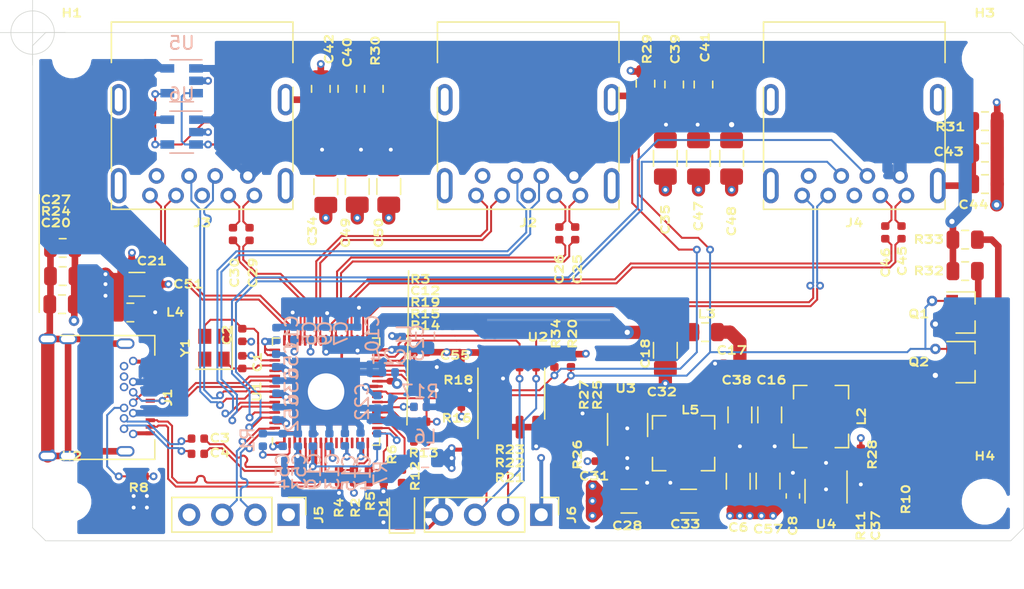
<source format=kicad_pcb>
(kicad_pcb (version 20171130) (host pcbnew 5.1.6-c6e7f7d~86~ubuntu18.04.1)
  (layers (0 F.Cu signal) (1 In1.Cu power hide) (2 In2.Cu power hide) (31 B.Cu signal hide) (34 B.Paste user hide) (35 F.Paste user hide) (36 B.SilkS user hide) (37 F.SilkS user) (38 B.Mask user hide) (39 F.Mask user hide) (44 Edge.Cuts user))
  (net 0 "")
  (net 1 "Net-(C1-Pad2)")
  (net 2 GND)
  (net 3 "Net-(C2-Pad2)")
  (net 4 "/USB PORTS/TX_N")
  (net 5 "/USB PORTS/TX_P")
  (net 6 +1V2)
  (net 7 VBUS)
  (net 8 "Net-(C12-Pad2)")
  (net 9 "Net-(C16-Pad1)")
  (net 10 +5V)
  (net 11 +3V3)
  (net 12 "Net-(R5-Pad1)")
  (net 13 "Net-(R7-Pad1)")
  (net 14 /Sheet5ED7CCC8/SSTX3_P)
  (net 15 /Sheet5ED7CCC8/SSTX3_N)
  (net 16 /Sheet5ED7CCC8/SSTX2_P)
  (net 17 /Sheet5ED7CCC8/SSTX2_N)
  (net 18 "Net-(C20-Pad2)")
  (net 19 DS3_TXP)
  (net 20 DS3_TXN)
  (net 21 DS1_TXP)
  (net 22 DS1_TXN)
  (net 23 "Net-(C32-Pad2)")
  (net 24 "Net-(C32-Pad1)")
  (net 25 "Net-(C37-Pad2)")
  (net 26 "Net-(C39-Pad2)")
  (net 27 "Net-(C40-Pad2)")
  (net 28 "Net-(C43-Pad2)")
  (net 29 "Net-(D1-Pad2)")
  (net 30 DS2_RXP)
  (net 31 DS2_RXN)
  (net 32 DS2_DP)
  (net 33 DS2_DN)
  (net 34 DS1_RXP)
  (net 35 DS1_RXN)
  (net 36 DS1_DP)
  (net 37 DS1_DN)
  (net 38 DS3_RXP)
  (net 39 DS3_RXN)
  (net 40 DS3_DP)
  (net 41 DS3_DN)
  (net 42 "Net-(L2-Pad1)")
  (net 43 "Net-(Q1-Pad3)")
  (net 44 "Net-(Q2-Pad3)")
  (net 45 "Net-(R1-Pad2)")
  (net 46 "Net-(R2-Pad2)")
  (net 47 "Net-(R13-Pad2)")
  (net 48 "Net-(R14-Pad2)")
  (net 49 /MODE0)
  (net 50 /MODE1)
  (net 51 "Net-(R19-Pad2)")
  (net 52 "Net-(R23-Pad2)")
  (net 53 "Net-(R25-Pad2)")
  (net 54 "Net-(R25-Pad1)")
  (net 55 "Net-(R28-Pad2)")
  (net 56 OV_CURR)
  (net 57 US_DN)
  (net 58 US_DP)
  (net 59 DS2_TXN)
  (net 60 DS2_TXP)
  (net 61 US_RXP)
  (net 62 US_RXN)
  (net 63 US_TXP)
  (net 64 US_TXN)
  (net 65 VBUS_DS)
  (net 66 A3V3)
  (net 67 A1V2)
  (net 68 /DS4_DP)
  (net 69 /DS4_DN)
  (net 70 /SCL)
  (net 71 /SDA)
  (net 72 PWR_EN)
  (net 73 "Net-(R12-Pad1)")
  (net 74 /Sheet5ED7CCC8/SSTX1_P)
  (net 75 /Sheet5ED7CCC8/SSTX1_N)
  (net 76 "Net-(J1-PadB5)")
  (module MountingHole:MountingHole_2.5mm (layer F.Cu) (at 37.6373 84.3329)
    (fp_text reference H2 (at 0 -3.5) (layer F.SilkS) (effects (font (size 0.6 0.8))))
    (fp_text value MountingHole)
    (pad 1 np_thru_hole circle (at 0 0) (size 2.5 2.5) (drill 2.5) (layers *.Cu *.Mask))
  )
  (module tm_qfn:QFN-68-1EP_8x8mm_P0.4mm_EP5.2x5.2mm_ThermalVias (layer F.Cu) (at 57.1373 75.8825 90)
    (fp_text reference U1 (at 0 -5.3 90) (layer F.SilkS) (effects (font (size 0.6 0.8))))
    (fp_text value CYUSB3304)
    (pad 1 smd roundrect (at -3.9375 -3.2 90) (size 0.825 0.2) (layers F.Cu F.Paste F.Mask) (net 6 +1V2))
    (pad 2 smd roundrect (at -3.9375 -2.8 90) (size 0.825 0.2) (layers F.Cu F.Paste F.Mask) (net 45 "Net-(R1-Pad2)"))
    (pad 3 smd roundrect (at -3.9375 -2.4 90) (size 0.825 0.2) (layers F.Cu F.Paste F.Mask) (net 6 +1V2))
    (pad 4 smd roundrect (at -3.9375 -2 90) (size 0.825 0.2) (layers F.Cu F.Paste F.Mask) (net 66 A3V3))
    (pad 5 smd roundrect (at -3.9375 -1.6 90) (size 0.825 0.2) (layers F.Cu F.Paste F.Mask) (net 64 US_TXN))
    (pad 6 smd roundrect (at -3.9375 -1.2 90) (size 0.825 0.2) (layers F.Cu F.Paste F.Mask) (net 63 US_TXP))
    (pad 7 smd roundrect (at -3.9375 -0.8 90) (size 0.825 0.2) (layers F.Cu F.Paste F.Mask) (net 6 +1V2))
    (pad 8 smd roundrect (at -3.9375 -0.4 90) (size 0.825 0.2) (layers F.Cu F.Paste F.Mask) (net 62 US_RXN))
    (pad 9 smd roundrect (at -3.9375 0 90) (size 0.825 0.2) (layers F.Cu F.Paste F.Mask) (net 61 US_RXP))
    (pad 10 smd roundrect (at -3.9375 0.4 90) (size 0.825 0.2) (layers F.Cu F.Paste F.Mask) (net 67 A1V2))
    (pad 11 smd roundrect (at -3.9375 0.8 90) (size 0.825 0.2) (layers F.Cu F.Paste F.Mask))
    (pad 12 smd roundrect (at -3.9375 1.2 90) (size 0.825 0.2) (layers F.Cu F.Paste F.Mask))
    (pad 13 smd roundrect (at -3.9375 1.6 90) (size 0.825 0.2) (layers F.Cu F.Paste F.Mask) (net 67 A1V2))
    (pad 14 smd roundrect (at -3.9375 2 90) (size 0.825 0.2) (layers F.Cu F.Paste F.Mask))
    (pad 15 smd roundrect (at -3.9375 2.4 90) (size 0.825 0.2) (layers F.Cu F.Paste F.Mask))
    (pad 16 smd roundrect (at -3.9375 2.8 90) (size 0.825 0.2) (layers F.Cu F.Paste F.Mask) (net 67 A1V2))
    (pad 17 smd roundrect (at -3.9375 3.2 90) (size 0.825 0.2) (layers F.Cu F.Paste F.Mask) (net 46 "Net-(R2-Pad2)"))
    (pad 18 smd roundrect (at -3.2 3.9375 90) (size 0.2 0.825) (layers F.Cu F.Paste F.Mask) (net 12 "Net-(R5-Pad1)"))
    (pad 19 smd roundrect (at -2.8 3.9375 90) (size 0.2 0.825) (layers F.Cu F.Paste F.Mask) (net 13 "Net-(R7-Pad1)"))
    (pad 20 smd roundrect (at -2.4 3.9375 90) (size 0.2 0.825) (layers F.Cu F.Paste F.Mask) (net 73 "Net-(R12-Pad1)"))
    (pad 21 smd roundrect (at -2 3.9375 90) (size 0.2 0.825) (layers F.Cu F.Paste F.Mask) (net 47 "Net-(R13-Pad2)"))
    (pad 22 smd roundrect (at -1.6 3.9375 90) (size 0.2 0.825) (layers F.Cu F.Paste F.Mask) (net 48 "Net-(R14-Pad2)"))
    (pad 23 smd roundrect (at -1.2 3.9375 90) (size 0.2 0.825) (layers F.Cu F.Paste F.Mask) (net 49 /MODE0))
    (pad 24 smd roundrect (at -0.8 3.9375 90) (size 0.2 0.825) (layers F.Cu F.Paste F.Mask) (net 50 /MODE1))
    (pad 25 smd roundrect (at -0.4 3.9375 90) (size 0.2 0.825) (layers F.Cu F.Paste F.Mask))
    (pad 26 smd roundrect (at 0 3.9375 90) (size 0.2 0.825) (layers F.Cu F.Paste F.Mask) (net 51 "Net-(R19-Pad2)"))
    (pad 27 smd roundrect (at 0.4 3.9375 90) (size 0.2 0.825) (layers F.Cu F.Paste F.Mask) (net 6 +1V2))
    (pad 28 smd roundrect (at 0.8 3.9375 90) (size 0.2 0.825) (layers F.Cu F.Paste F.Mask) (net 11 +3V3))
    (pad 29 smd roundrect (at 1.2 3.9375 90) (size 0.2 0.825) (layers F.Cu F.Paste F.Mask) (net 72 PWR_EN))
    (pad 30 smd roundrect (at 1.6 3.9375 90) (size 0.2 0.825) (layers F.Cu F.Paste F.Mask) (net 56 OV_CURR))
    (pad 31 smd roundrect (at 2 3.9375 90) (size 0.2 0.825) (layers F.Cu F.Paste F.Mask) (net 8 "Net-(C12-Pad2)"))
    (pad 32 smd roundrect (at 2.4 3.9375 90) (size 0.2 0.825) (layers F.Cu F.Paste F.Mask) (net 70 /SCL))
    (pad 33 smd roundrect (at 2.8 3.9375 90) (size 0.2 0.825) (layers F.Cu F.Paste F.Mask) (net 71 /SDA))
    (pad 34 smd roundrect (at 3.2 3.9375 90) (size 0.2 0.825) (layers F.Cu F.Paste F.Mask) (net 67 A1V2))
    (pad 35 smd roundrect (at 3.9375 3.2 90) (size 0.825 0.2) (layers F.Cu F.Paste F.Mask) (net 38 DS3_RXP))
    (pad 36 smd roundrect (at 3.9375 2.8 90) (size 0.825 0.2) (layers F.Cu F.Paste F.Mask) (net 39 DS3_RXN))
    (pad 37 smd roundrect (at 3.9375 2.4 90) (size 0.825 0.2) (layers F.Cu F.Paste F.Mask) (net 6 +1V2))
    (pad 38 smd roundrect (at 3.9375 2 90) (size 0.825 0.2) (layers F.Cu F.Paste F.Mask) (net 19 DS3_TXP))
    (pad 39 smd roundrect (at 3.9375 1.6 90) (size 0.825 0.2) (layers F.Cu F.Paste F.Mask) (net 20 DS3_TXN))
    (pad 40 smd roundrect (at 3.9375 1.2 90) (size 0.825 0.2) (layers F.Cu F.Paste F.Mask) (net 2 GND))
    (pad 41 smd roundrect (at 3.9375 0.8 90) (size 0.825 0.2) (layers F.Cu F.Paste F.Mask) (net 60 DS2_TXP))
    (pad 42 smd roundrect (at 3.9375 0.4 90) (size 0.825 0.2) (layers F.Cu F.Paste F.Mask) (net 59 DS2_TXN))
    (pad 43 smd roundrect (at 3.9375 0 90) (size 0.825 0.2) (layers F.Cu F.Paste F.Mask) (net 6 +1V2))
    (pad 44 smd roundrect (at 3.9375 -0.4 90) (size 0.825 0.2) (layers F.Cu F.Paste F.Mask) (net 31 DS2_RXN))
    (pad 45 smd roundrect (at 3.9375 -0.8 90) (size 0.825 0.2) (layers F.Cu F.Paste F.Mask) (net 30 DS2_RXP))
    (pad 46 smd roundrect (at 3.9375 -1.2 90) (size 0.825 0.2) (layers F.Cu F.Paste F.Mask) (net 67 A1V2))
    (pad 47 smd roundrect (at 3.9375 -1.6 90) (size 0.825 0.2) (layers F.Cu F.Paste F.Mask) (net 21 DS1_TXP))
    (pad 48 smd roundrect (at 3.9375 -2 90) (size 0.825 0.2) (layers F.Cu F.Paste F.Mask) (net 22 DS1_TXN))
    (pad 49 smd roundrect (at 3.9375 -2.4 90) (size 0.825 0.2) (layers F.Cu F.Paste F.Mask) (net 6 +1V2))
    (pad 50 smd roundrect (at 3.9375 -2.8 90) (size 0.825 0.2) (layers F.Cu F.Paste F.Mask) (net 35 DS1_RXN))
    (pad 51 smd roundrect (at 3.9375 -3.2 90) (size 0.825 0.2) (layers F.Cu F.Paste F.Mask) (net 34 DS1_RXP))
    (pad 52 smd roundrect (at 3.2 -3.9375 90) (size 0.2 0.825) (layers F.Cu F.Paste F.Mask) (net 67 A1V2))
    (pad 53 smd roundrect (at 2.8 -3.9375 90) (size 0.2 0.825) (layers F.Cu F.Paste F.Mask) (net 67 A1V2))
    (pad 54 smd roundrect (at 2.4 -3.9375 90) (size 0.2 0.825) (layers F.Cu F.Paste F.Mask) (net 3 "Net-(C2-Pad2)"))
    (pad 55 smd roundrect (at 2 -3.9375 90) (size 0.2 0.825) (layers F.Cu F.Paste F.Mask) (net 1 "Net-(C1-Pad2)"))
    (pad 56 smd roundrect (at 1.6 -3.9375 90) (size 0.2 0.825) (layers F.Cu F.Paste F.Mask) (net 66 A3V3))
    (pad 57 smd roundrect (at 1.2 -3.9375 90) (size 0.2 0.825) (layers F.Cu F.Paste F.Mask) (net 58 US_DP))
    (pad 58 smd roundrect (at 0.8 -3.9375 90) (size 0.2 0.825) (layers F.Cu F.Paste F.Mask) (net 57 US_DN))
    (pad 59 smd roundrect (at 0.4 -3.9375 90) (size 0.2 0.825) (layers F.Cu F.Paste F.Mask) (net 37 DS1_DN))
    (pad 60 smd roundrect (at 0 -3.9375 90) (size 0.2 0.825) (layers F.Cu F.Paste F.Mask) (net 36 DS1_DP))
    (pad 61 smd roundrect (at -0.4 -3.9375 90) (size 0.2 0.825) (layers F.Cu F.Paste F.Mask) (net 66 A3V3))
    (pad 62 smd roundrect (at -0.8 -3.9375 90) (size 0.2 0.825) (layers F.Cu F.Paste F.Mask) (net 32 DS2_DP))
    (pad 63 smd roundrect (at -1.2 -3.9375 90) (size 0.2 0.825) (layers F.Cu F.Paste F.Mask) (net 33 DS2_DN))
    (pad 64 smd roundrect (at -1.6 -3.9375 90) (size 0.2 0.825) (layers F.Cu F.Paste F.Mask) (net 41 DS3_DN))
    (pad 65 smd roundrect (at -2 -3.9375 90) (size 0.2 0.825) (layers F.Cu F.Paste F.Mask) (net 40 DS3_DP))
    (pad 66 smd roundrect (at -2.4 -3.9375 90) (size 0.2 0.825) (layers F.Cu F.Paste F.Mask) (net 66 A3V3))
    (pad 67 smd roundrect (at -2.8 -3.9375 90) (size 0.2 0.825) (layers F.Cu F.Paste F.Mask) (net 68 /DS4_DP))
    (pad 68 smd roundrect (at -3.2 -3.9375 90) (size 0.2 0.825) (layers F.Cu F.Paste F.Mask) (net 69 /DS4_DN))
    (pad 69 thru_hole rect (at 0 0 90) (size 4 4) (drill 2.8) (layers *.Cu) (net 2 GND))
    (pad 69 smd rect (at 0 0 90) (size 5.2 5.2) (layers F.Cu F.Paste F.Mask) (net 2 GND))
    (pad 69 smd rect (at 0 0 90) (size 5.2 5.2) (layers B.Cu B.Paste B.Mask) (net 2 GND))
  )
  (module tm_connector:USB_C_Receptacle_XKB_U262-241N-4BV60 (layer F.Cu) (at 38.6373 76.3329 270)
    (fp_text reference J1 (at 0 -6.36 90) (layer F.SilkS) (effects (font (size 0.6 0.8))))
    (fp_text value USB_C_Receptacle)
    (pad S1 thru_hole oval (at -4.49 1.28 270) (size 0.8 1.4) (drill oval 0.5 1.1) (layers *.Cu *.Mask) (net 18 "Net-(C20-Pad2)"))
    (pad S1 thru_hole oval (at 4.49 1.28 270) (size 0.8 1.4) (drill oval 0.5 1.1) (layers *.Cu *.Mask) (net 18 "Net-(C20-Pad2)"))
    (pad S1 thru_hole oval (at -4.13 -3.11 270) (size 0.8 1.4) (drill oval 0.5 1.1) (layers *.Cu *.Mask) (net 18 "Net-(C20-Pad2)"))
    (pad A1 smd rect (at -2.75 -5.02 270) (size 0.3 0.7) (layers F.Cu F.Paste F.Mask) (net 2 GND))
    (pad A2 smd rect (at -2.25 -5.02 270) (size 0.3 0.7) (layers F.Cu F.Paste F.Mask))
    (pad A3 smd rect (at -1.75 -5.02 270) (size 0.3 0.7) (layers F.Cu F.Paste F.Mask))
    (pad A4 smd rect (at -1.25 -5.02 270) (size 0.3 0.7) (layers F.Cu F.Paste F.Mask) (net 7 VBUS))
    (pad A5 smd rect (at -0.75 -5.02 270) (size 0.3 0.7) (layers F.Cu F.Paste F.Mask))
    (pad A6 smd rect (at -0.25 -5.02 270) (size 0.3 0.7) (layers F.Cu F.Paste F.Mask) (net 58 US_DP))
    (pad A7 smd rect (at 0.25 -5.02 270) (size 0.3 0.7) (layers F.Cu F.Paste F.Mask) (net 57 US_DN))
    (pad A12 smd rect (at 2.75 -5.02 270) (size 0.3 0.7) (layers F.Cu F.Paste F.Mask) (net 2 GND))
    (pad A10 smd rect (at 1.75 -5.02 270) (size 0.3 0.7) (layers F.Cu F.Paste F.Mask) (net 62 US_RXN))
    (pad A9 smd rect (at 1.25 -5.02 270) (size 0.3 0.7) (layers F.Cu F.Paste F.Mask) (net 7 VBUS))
    (pad A8 smd rect (at 0.75 -5.02 270) (size 0.3 0.7) (layers F.Cu F.Paste F.Mask))
    (pad A11 smd rect (at 2.25 -5.02 270) (size 0.3 0.7) (layers F.Cu F.Paste F.Mask) (net 61 US_RXP))
    (pad S1 thru_hole oval (at 4.13 -3.11 270) (size 0.8 1.4) (drill oval 0.5 1.1) (layers *.Cu *.Mask) (net 18 "Net-(C20-Pad2)"))
    (pad S1 thru_hole oval (at 4.49 2.84 270) (size 0.8 1.4) (drill oval 0.5 1.1) (layers *.Cu *.Mask) (net 18 "Net-(C20-Pad2)"))
    (pad S1 thru_hole oval (at -4.49 2.84 270) (size 0.8 1.4) (drill oval 0.5 1.1) (layers *.Cu *.Mask) (net 18 "Net-(C20-Pad2)"))
    (pad "" np_thru_hole oval (at 3.6 -4.36 270) (size 0.95 0.65) (drill oval 0.95 0.65) (layers *.Cu *.Mask))
    (pad "" np_thru_hole circle (at -3.6 -4.36 270) (size 0.65 0.65) (drill 0.65) (layers *.Cu *.Mask))
    (pad B1 thru_hole circle (at 2.8 -3.71 270) (size 0.65 0.65) (drill 0.4) (layers *.Cu *.Mask) (net 2 GND) (clearance 0.125))
    (pad B4 thru_hole circle (at 1.2 -3.71 270) (size 0.65 0.65) (drill 0.4) (layers *.Cu *.Mask) (net 7 VBUS) (clearance 0.125))
    (pad B6 thru_hole circle (at 0.4 -3.71 270) (size 0.65 0.65) (drill 0.4) (layers *.Cu *.Mask) (net 58 US_DP) (clearance 0.125))
    (pad B7 thru_hole circle (at -0.4 -3.71 270) (size 0.65 0.65) (drill 0.4) (layers *.Cu *.Mask) (net 57 US_DN) (clearance 0.125))
    (pad B9 thru_hole circle (at -1.2 -3.71 270) (size 0.65 0.65) (drill 0.4) (layers *.Cu *.Mask) (net 7 VBUS) (clearance 0.125))
    (pad B12 thru_hole circle (at -2.8 -3.71 270) (size 0.65 0.65) (drill 0.4) (layers *.Cu *.Mask) (net 2 GND) (clearance 0.125))
    (pad B2 thru_hole circle (at 2.4 -3.01 270) (size 0.65 0.65) (drill 0.4) (layers *.Cu *.Mask) (net 5 "/USB PORTS/TX_P") (clearance 0.125))
    (pad B3 thru_hole circle (at 1.6 -3.01 270) (size 0.65 0.65) (drill 0.4) (layers *.Cu *.Mask) (net 4 "/USB PORTS/TX_N") (clearance 0.125))
    (pad B5 thru_hole circle (at 0.8 -3.01 270) (size 0.65 0.65) (drill 0.4) (layers *.Cu *.Mask) (net 76 "Net-(J1-PadB5)") (clearance 0.125))
    (pad B8 thru_hole circle (at -0.8 -3.01 270) (size 0.65 0.65) (drill 0.4) (layers *.Cu *.Mask) (clearance 0.125))
    (pad B10 thru_hole circle (at -1.6 -3.01 270) (size 0.65 0.65) (drill 0.4) (layers *.Cu *.Mask) (clearance 0.125))
    (pad B11 thru_hole circle (at -2.4 -3.01 270) (size 0.65 0.65) (drill 0.4) (layers *.Cu *.Mask) (clearance 0.125))
  )
  (module Capacitor_SMD:C_1206_3216Metric (layer F.Cu) (at 91.0253 82.7499 90)
    (fp_text reference C57 (at -3.683 0 180) (layer F.SilkS) (effects (font (size 0.6 0.8))))
    (fp_text value 22u/25V)
    (pad 2 smd roundrect (at 1.4 0 90) (size 1.25 1.75) (layers F.Cu F.Paste F.Mask) (roundrect_rratio 0.2) (net 2 GND))
    (pad 1 smd roundrect (at -1.4 0 90) (size 1.25 1.75) (layers F.Cu F.Paste F.Mask) (roundrect_rratio 0.2) (net 11 +3V3))
  )
  (module tm_connector:USB3_A_XKB_U231-091N-3GRC10-5 (layer F.Cu) (at 72.6373 59.3329 180)
    (fp_text reference J2 (at 0 -3.6 180) (layer F.SilkS) (effects (font (size 0.6 0.8))))
    (fp_text value USB3_A)
    (pad 1 thru_hole circle (at -3.5 0 180) (size 1.2 1.2) (drill 0.7) (layers *.Cu *.Mask) (net 65 VBUS_DS))
    (pad 2 thru_hole circle (at -1 0 180) (size 1.2 1.2) (drill 0.7) (layers *.Cu *.Mask) (net 33 DS2_DN))
    (pad 3 thru_hole circle (at 1 0 180) (size 1.2 1.2) (drill 0.7) (layers *.Cu *.Mask) (net 32 DS2_DP))
    (pad 4 thru_hole circle (at 3.5 0 180) (size 1.2 1.2) (drill 0.7) (layers *.Cu *.Mask) (net 2 GND))
    (pad 5 thru_hole circle (at 4 -1.5 180) (size 1.2 1.2) (drill 0.7) (layers *.Cu *.Mask) (net 30 DS2_RXP))
    (pad 6 thru_hole circle (at 2 -1.5 180) (size 1.2 1.2) (drill 0.7) (layers *.Cu *.Mask) (net 31 DS2_RXN))
    (pad 7 thru_hole circle (at 0 -1.5 180) (size 1.2 1.2) (drill 0.7) (layers *.Cu *.Mask) (net 2 GND))
    (pad 8 thru_hole circle (at -2 -1.5 180) (size 1.2 1.2) (drill 0.7) (layers *.Cu *.Mask) (net 17 /Sheet5ED7CCC8/SSTX2_N))
    (pad 9 thru_hole circle (at -4 -1.5 180) (size 1.2 1.2) (drill 0.7) (layers *.Cu *.Mask) (net 16 /Sheet5ED7CCC8/SSTX2_P))
    (pad 11 thru_hole oval (at 6.4 -0.75 180) (size 1.2 2.7) (drill oval 0.6 2.1) (layers *.Cu *.Mask))
    (pad 10 thru_hole oval (at -6.4 -0.75 180) (size 1.2 2.7) (drill oval 0.6 2.1) (layers *.Cu *.Mask))
    (pad 13 thru_hole oval (at 6.4 5.85 180) (size 1.2 2.4) (drill oval 0.6 1.8) (layers *.Cu *.Mask))
    (pad 12 thru_hole oval (at -6.4 5.85 180) (size 1.2 2.4) (drill oval 0.6 1.8) (layers *.Cu *.Mask) (net 26 "Net-(C39-Pad2)"))
  )
  (module tm_connector:USB3_A_XKB_U231-091N-3GRC10-5 (layer F.Cu) (at 47.6373 59.3329 180)
    (fp_text reference J3 (at 0 -3.6 180) (layer F.SilkS) (effects (font (size 0.6 0.8))))
    (fp_text value USB3_A)
    (pad 1 thru_hole circle (at -3.5 0 180) (size 1.2 1.2) (drill 0.7) (layers *.Cu *.Mask) (net 65 VBUS_DS))
    (pad 2 thru_hole circle (at -1 0 180) (size 1.2 1.2) (drill 0.7) (layers *.Cu *.Mask) (net 37 DS1_DN))
    (pad 3 thru_hole circle (at 1 0 180) (size 1.2 1.2) (drill 0.7) (layers *.Cu *.Mask) (net 36 DS1_DP))
    (pad 4 thru_hole circle (at 3.5 0 180) (size 1.2 1.2) (drill 0.7) (layers *.Cu *.Mask) (net 2 GND))
    (pad 5 thru_hole circle (at 4 -1.5 180) (size 1.2 1.2) (drill 0.7) (layers *.Cu *.Mask) (net 34 DS1_RXP))
    (pad 6 thru_hole circle (at 2 -1.5 180) (size 1.2 1.2) (drill 0.7) (layers *.Cu *.Mask) (net 35 DS1_RXN))
    (pad 7 thru_hole circle (at 0 -1.5 180) (size 1.2 1.2) (drill 0.7) (layers *.Cu *.Mask) (net 2 GND))
    (pad 8 thru_hole circle (at -2 -1.5 180) (size 1.2 1.2) (drill 0.7) (layers *.Cu *.Mask) (net 75 /Sheet5ED7CCC8/SSTX1_N))
    (pad 9 thru_hole circle (at -4 -1.5 180) (size 1.2 1.2) (drill 0.7) (layers *.Cu *.Mask) (net 74 /Sheet5ED7CCC8/SSTX1_P))
    (pad 11 thru_hole oval (at 6.4 -0.75 180) (size 1.2 2.7) (drill oval 0.6 2.1) (layers *.Cu *.Mask))
    (pad 10 thru_hole oval (at -6.4 -0.75 180) (size 1.2 2.7) (drill oval 0.6 2.1) (layers *.Cu *.Mask))
    (pad 13 thru_hole oval (at 6.4 5.85 180) (size 1.2 2.4) (drill oval 0.6 1.8) (layers *.Cu *.Mask))
    (pad 12 thru_hole oval (at -6.4 5.85 180) (size 1.2 2.4) (drill oval 0.6 1.8) (layers *.Cu *.Mask) (net 27 "Net-(C40-Pad2)"))
  )
  (module tm_connector:USB3_A_XKB_U231-091N-3GRC10-5 (layer F.Cu) (at 97.6373 59.3329 180)
    (fp_text reference J4 (at 0 -3.6 180) (layer F.SilkS) (effects (font (size 0.6 0.8))))
    (fp_text value USB3_A)
    (pad 1 thru_hole circle (at -3.5 0 180) (size 1.2 1.2) (drill 0.7) (layers *.Cu *.Mask) (net 65 VBUS_DS))
    (pad 2 thru_hole circle (at -1 0 180) (size 1.2 1.2) (drill 0.7) (layers *.Cu *.Mask) (net 41 DS3_DN))
    (pad 3 thru_hole circle (at 1 0 180) (size 1.2 1.2) (drill 0.7) (layers *.Cu *.Mask) (net 40 DS3_DP))
    (pad 4 thru_hole circle (at 3.5 0 180) (size 1.2 1.2) (drill 0.7) (layers *.Cu *.Mask) (net 2 GND))
    (pad 5 thru_hole circle (at 4 -1.5 180) (size 1.2 1.2) (drill 0.7) (layers *.Cu *.Mask) (net 39 DS3_RXN))
    (pad 6 thru_hole circle (at 2 -1.5 180) (size 1.2 1.2) (drill 0.7) (layers *.Cu *.Mask) (net 38 DS3_RXP))
    (pad 7 thru_hole circle (at 0 -1.5 180) (size 1.2 1.2) (drill 0.7) (layers *.Cu *.Mask) (net 2 GND))
    (pad 8 thru_hole circle (at -2 -1.5 180) (size 1.2 1.2) (drill 0.7) (layers *.Cu *.Mask) (net 15 /Sheet5ED7CCC8/SSTX3_N))
    (pad 9 thru_hole circle (at -4 -1.5 180) (size 1.2 1.2) (drill 0.7) (layers *.Cu *.Mask) (net 14 /Sheet5ED7CCC8/SSTX3_P))
    (pad 11 thru_hole oval (at 6.4 -0.75 180) (size 1.2 2.7) (drill oval 0.6 2.1) (layers *.Cu *.Mask))
    (pad 10 thru_hole oval (at -6.4 -0.75 180) (size 1.2 2.7) (drill oval 0.6 2.1) (layers *.Cu *.Mask) (net 28 "Net-(C43-Pad2)"))
    (pad 13 thru_hole oval (at 6.4 5.85 180) (size 1.2 2.4) (drill oval 0.6 1.8) (layers *.Cu *.Mask))
    (pad 12 thru_hole oval (at -6.4 5.85 180) (size 1.2 2.4) (drill oval 0.6 1.8) (layers *.Cu *.Mask))
  )
  (module Capacitor_SMD:C_1206_3216Metric (layer F.Cu) (at 61.9423 60.1439 270)
    (fp_text reference C50 (at 3.556 0.762 90) (layer F.SilkS) (effects (font (size 0.6 0.8))))
    (fp_text value 100u/16V)
    (pad 2 smd roundrect (at 1.4 0 270) (size 1.25 1.75) (layers F.Cu F.Paste F.Mask) (roundrect_rratio 0.2) (net 2 GND))
    (pad 1 smd roundrect (at -1.4 0 270) (size 1.25 1.75) (layers F.Cu F.Paste F.Mask) (roundrect_rratio 0.2) (net 65 VBUS_DS))
  )
  (module Capacitor_SMD:C_1206_3216Metric (layer F.Cu) (at 59.5293 60.1439 270)
    (fp_text reference C49 (at 3.556 0.889 90) (layer F.SilkS) (effects (font (size 0.6 0.8))))
    (fp_text value 100u/16V)
    (pad 2 smd roundrect (at 1.4 0 270) (size 1.25 1.75) (layers F.Cu F.Paste F.Mask) (roundrect_rratio 0.2) (net 2 GND))
    (pad 1 smd roundrect (at -1.4 0 270) (size 1.25 1.75) (layers F.Cu F.Paste F.Mask) (roundrect_rratio 0.2) (net 65 VBUS_DS))
  )
  (module Capacitor_SMD:C_1206_3216Metric (layer F.Cu) (at 83.1513 57.9849 270)
    (fp_text reference C35 (at 4.699 0 90) (layer F.SilkS) (effects (font (size 0.6 0.8))))
    (fp_text value 100u/16V)
    (pad 2 smd roundrect (at 1.4 0 270) (size 1.25 1.75) (layers F.Cu F.Paste F.Mask) (roundrect_rratio 0.2) (net 2 GND))
    (pad 1 smd roundrect (at -1.4 0 270) (size 1.25 1.75) (layers F.Cu F.Paste F.Mask) (roundrect_rratio 0.2) (net 65 VBUS_DS))
  )
  (module Inductor_SMD:L_Bourns-SRN4018 (layer F.Cu) (at 84.5483 79.8449)
    (fp_text reference L5 (at 0.508 -2.556) (layer F.SilkS) (effects (font (size 0.6 0.8))))
    (fp_text value 6.5u)
    (pad 2 smd rect (at 1.525 0) (size 1.5 3.6) (layers F.Cu F.Paste F.Mask) (net 11 +3V3))
    (pad 1 smd rect (at -1.525 0) (size 1.5 3.6) (layers F.Cu F.Paste F.Mask) (net 24 "Net-(C32-Pad1)"))
  )
  (module Capacitor_SMD:C_0402_1005Metric (layer B.Cu) (at 53.3063 73.4949 90)
    (fp_text reference C56 (at 0 1.17 90) (layer B.SilkS) (effects (justify mirror)))
    (fp_text value 104)
    (pad 2 smd roundrect (at 0.485 0 90) (size 0.59 0.64) (layers B.Cu B.Paste B.Mask) (net 2 GND))
    (pad 1 smd roundrect (at -0.485 0 90) (size 0.59 0.64) (layers B.Cu B.Paste B.Mask) (net 66 A3V3))
  )
  (module Capacitor_SMD:C_0402_1005Metric (layer F.Cu) (at 67.0223 74.0029 180)
    (fp_text reference C55 (at 0 0.905) (layer F.SilkS) (effects (font (size 0.6 0.8))))
    (fp_text value 104)
    (pad 2 smd roundrect (at 0.485 0 180) (size 0.59 0.64) (layers F.Cu F.Paste F.Mask) (net 2 GND))
    (pad 1 smd roundrect (at -0.485 0 180) (size 0.59 0.64) (layers F.Cu F.Paste F.Mask) (net 11 +3V3))
  )
  (module Inductor_SMD:L_Bourns-SRN4018 (layer F.Cu) (at 95.0893 77.7969 90)
    (fp_text reference L2 (at 0 3.1 90) (layer F.SilkS) (effects (font (size 0.6 0.8))))
    (fp_text value 2.2u)
    (pad 2 smd rect (at 1.525 0 90) (size 1.5 3.6) (layers F.Cu F.Paste F.Mask) (net 9 "Net-(C16-Pad1)"))
    (pad 1 smd rect (at -1.525 0 90) (size 1.5 3.6) (layers F.Cu F.Paste F.Mask) (net 42 "Net-(L2-Pad1)"))
  )
  (module Capacitor_SMD:C_0402_1005Metric (layer B.Cu) (at 53.8143 79.5909 90)
    (fp_text reference C54 (at -2.413 0 90) (layer B.SilkS) (effects (justify mirror)))
    (fp_text value 104)
    (pad 2 smd roundrect (at 0.485 0 90) (size 0.59 0.64) (layers B.Cu B.Paste B.Mask) (net 2 GND))
    (pad 1 smd roundrect (at -0.485 0 90) (size 0.59 0.64) (layers B.Cu B.Paste B.Mask) (net 6 +1V2))
  )
  (module Inductor_SMD:L_0805_2012Metric (layer B.Cu) (at 64.7363 80.9879 180)
    (fp_text reference L6 (at 0 1.65) (layer B.SilkS) (effects (justify mirror)))
    (fp_text value fb)
    (pad 2 smd roundrect (at 0.9375 0 180) (size 0.975 1.4) (layers B.Cu B.Paste B.Mask) (net 66 A3V3))
    (pad 1 smd roundrect (at -0.9375 0 180) (size 0.975 1.4) (layers B.Cu B.Paste B.Mask) (net 11 +3V3))
  )
  (module Capacitor_SMD:C_0402_1005Metric (layer B.Cu) (at 54.9783 79.5909 90)
    (fp_text reference C53 (at -2.413 0.106 90) (layer B.SilkS) (effects (justify mirror)))
    (fp_text value 104)
    (pad 2 smd roundrect (at 0.485 0 90) (size 0.59 0.64) (layers B.Cu B.Paste B.Mask) (net 2 GND))
    (pad 1 smd roundrect (at -0.485 0 90) (size 0.59 0.64) (layers B.Cu B.Paste B.Mask) (net 66 A3V3))
  )
  (module Capacitor_SMD:C_0402_1005Metric (layer B.Cu) (at 53.3273 77.5589 90)
    (fp_text reference C52 (at 0 1.17 90) (layer B.SilkS) (effects (justify mirror)))
    (fp_text value 104)
    (pad 2 smd roundrect (at 0.485 0 90) (size 0.59 0.64) (layers B.Cu B.Paste B.Mask) (net 2 GND))
    (pad 1 smd roundrect (at -0.485 0 90) (size 0.59 0.64) (layers B.Cu B.Paste B.Mask) (net 66 A3V3))
  )
  (module Capacitor_SMD:C_0402_1005Metric (layer B.Cu) (at 53.3273 75.5269 90)
    (fp_text reference C36 (at 0 1.17 90) (layer B.SilkS) (effects (justify mirror)))
    (fp_text value 104)
    (pad 2 smd roundrect (at 0.485 0 90) (size 0.59 0.64) (layers B.Cu B.Paste B.Mask) (net 2 GND))
    (pad 1 smd roundrect (at -0.485 0 90) (size 0.59 0.64) (layers B.Cu B.Paste B.Mask) (net 66 A3V3))
  )
  (module Capacitor_SMD:C_0402_1005Metric (layer B.Cu) (at 56.1213 79.5909 90)
    (fp_text reference C19 (at -2.413 0.106 90) (layer B.SilkS) (effects (justify mirror)))
    (fp_text value 104)
    (pad 2 smd roundrect (at 0.485 0 90) (size 0.59 0.64) (layers B.Cu B.Paste B.Mask) (net 2 GND))
    (pad 1 smd roundrect (at -0.485 0 90) (size 0.59 0.64) (layers B.Cu B.Paste B.Mask) (net 6 +1V2))
  )
  (module Capacitor_SMD:C_0402_1005Metric (layer F.Cu) (at 88.1043 73.7329 180)
    (fp_text reference C17 (at -0.127 1.016) (layer F.SilkS) (effects (font (size 0.6 0.8))))
    (fp_text value 104)
    (pad 2 smd roundrect (at 0.485 0 180) (size 0.59 0.64) (layers F.Cu F.Paste F.Mask) (net 2 GND))
    (pad 1 smd roundrect (at -0.485 0 180) (size 0.59 0.64) (layers F.Cu F.Paste F.Mask) (net 9 "Net-(C16-Pad1)"))
  )
  (module Capacitor_SMD:C_0402_1005Metric (layer F.Cu) (at 82.8973 77.0509 180)
    (fp_text reference C32 (at 0.021 1.143) (layer F.SilkS) (effects (font (size 0.6 0.8))))
    (fp_text value 105)
    (pad 2 smd roundrect (at 0.485 0 180) (size 0.59 0.64) (layers F.Cu F.Paste F.Mask) (net 23 "Net-(C32-Pad2)"))
    (pad 1 smd roundrect (at -0.485 0 180) (size 0.59 0.64) (layers F.Cu F.Paste F.Mask) (net 24 "Net-(C32-Pad1)"))
  )
  (module Capacitor_SMD:C_1206_3216Metric (layer F.Cu) (at 57.1163 60.1599 270)
    (fp_text reference C34 (at 3.413 1.016 270) (layer F.SilkS) (effects (font (size 0.6 0.8))))
    (fp_text value 100u/16V)
    (pad 2 smd roundrect (at 1.4 0 270) (size 1.25 1.75) (layers F.Cu F.Paste F.Mask) (roundrect_rratio 0.2) (net 2 GND))
    (pad 1 smd roundrect (at -1.4 0 270) (size 1.25 1.75) (layers F.Cu F.Paste F.Mask) (roundrect_rratio 0.2) (net 65 VBUS_DS))
  )
  (module Capacitor_SMD:C_0402_1005Metric (layer F.Cu) (at 79.7223 82.5119)
    (fp_text reference C31 (at -2.032 -0.143) (layer F.SilkS) (effects (font (size 0.6 0.8))))
    (fp_text value 104)
    (pad 2 smd roundrect (at 0.485 0) (size 0.59 0.64) (layers F.Cu F.Paste F.Mask) (net 2 GND))
    (pad 1 smd roundrect (at -0.485 0) (size 0.59 0.64) (layers F.Cu F.Paste F.Mask) (net 10 +5V))
  )
  (module Capacitor_SMD:C_0402_1005Metric (layer F.Cu) (at 99.2803 84.1469 270)
    (fp_text reference C37 (at 2.032 0 90) (layer F.SilkS) (effects (font (size 0.6 0.8))))
    (fp_text value 22p)
    (pad 2 smd roundrect (at 0.485 0 270) (size 0.59 0.64) (layers F.Cu F.Paste F.Mask) (net 25 "Net-(C37-Pad2)"))
    (pad 1 smd roundrect (at -0.485 0 270) (size 0.59 0.64) (layers F.Cu F.Paste F.Mask) (net 9 "Net-(C16-Pad1)"))
  )
  (module Package_TO_SOT_SMD:SOT-23-5 (layer F.Cu) (at 95.4703 83.5279 270)
    (fp_text reference U4 (at 2.524 0 180) (layer F.SilkS) (effects (font (size 0.6 0.8))))
    (fp_text value AP3417C)
    (pad 5 smd rect (at 1.1 -0.95 270) (size 1.06 0.65) (layers F.Cu F.Paste F.Mask) (net 25 "Net-(C37-Pad2)"))
    (pad 4 smd rect (at 1.1 0.95 270) (size 1.06 0.65) (layers F.Cu F.Paste F.Mask) (net 11 +3V3))
    (pad 3 smd rect (at -1.1 0.95 270) (size 1.06 0.65) (layers F.Cu F.Paste F.Mask) (net 42 "Net-(L2-Pad1)"))
    (pad 2 smd rect (at -1.1 0 270) (size 1.06 0.65) (layers F.Cu F.Paste F.Mask) (net 2 GND))
    (pad 1 smd rect (at -1.1 -0.95 270) (size 1.06 0.65) (layers F.Cu F.Paste F.Mask) (net 55 "Net-(R28-Pad2)"))
  )
  (module Package_TO_SOT_SMD:TSOT-23-6 (layer F.Cu) (at 80.2303 78.4479 90)
    (fp_text reference U3 (at 2.81 -0.127 180) (layer F.SilkS) (effects (font (size 0.6 0.8))))
    (fp_text value AP65111AWU)
    (pad 6 smd rect (at 1.31 -0.95 90) (size 1.22 0.65) (layers F.Cu F.Paste F.Mask) (net 53 "Net-(R25-Pad2)"))
    (pad 5 smd rect (at 1.31 0 90) (size 1.22 0.65) (layers F.Cu F.Paste F.Mask) (net 10 +5V))
    (pad 4 smd rect (at 1.31 0.95 90) (size 1.22 0.65) (layers F.Cu F.Paste F.Mask) (net 23 "Net-(C32-Pad2)"))
    (pad 3 smd rect (at -1.31 0.95 90) (size 1.22 0.65) (layers F.Cu F.Paste F.Mask) (net 24 "Net-(C32-Pad1)"))
    (pad 2 smd rect (at -1.31 0 90) (size 1.22 0.65) (layers F.Cu F.Paste F.Mask) (net 2 GND))
    (pad 1 smd rect (at -1.31 -0.95 90) (size 1.22 0.65) (layers F.Cu F.Paste F.Mask) (net 10 +5V))
  )
  (module MountingHole:MountingHole_2.5mm (layer F.Cu) (at 107.6373 84.3329)
    (fp_text reference H4 (at 0 -3.5) (layer F.SilkS) (effects (font (size 0.6 0.8))))
    (fp_text value MountingHole)
    (pad 1 np_thru_hole circle (at 0 0) (size 2.5 2.5) (drill 2.5) (layers *.Cu *.Mask))
  )
  (module MountingHole:MountingHole_2.5mm (layer F.Cu) (at 107.6373 50.3329)
    (fp_text reference H3 (at 0 -3.5) (layer F.SilkS) (effects (font (size 0.6 0.8))))
    (fp_text value MountingHole)
    (pad 1 np_thru_hole circle (at 0 0) (size 2.5 2.5) (drill 2.5) (layers *.Cu *.Mask))
  )
  (module MountingHole:MountingHole_2.5mm (layer F.Cu) (at 37.6373 50.3329)
    (fp_text reference H1 (at 0 -3.5) (layer F.SilkS) (effects (font (size 0.6 0.8))))
    (fp_text value MountingHole)
    (pad 1 np_thru_hole circle (at 0 0) (size 2.5 2.5) (drill 2.5) (layers *.Cu *.Mask))
  )
  (module Capacitor_SMD:C_1206_3216Metric (layer F.Cu) (at 42.6383 67.6529)
    (fp_text reference C51 (at 3.937 -0.016) (layer F.SilkS) (effects (font (size 0.6 0.8))))
    (fp_text value 22u/25V)
    (pad 2 smd roundrect (at 1.4 0) (size 1.25 1.75) (layers F.Cu F.Paste F.Mask) (roundrect_rratio 0.2) (net 2 GND))
    (pad 1 smd roundrect (at -1.4 0) (size 1.25 1.75) (layers F.Cu F.Paste F.Mask) (roundrect_rratio 0.2) (net 10 +5V))
  )
  (module Package_SO:SO-8_3.9x4.9mm_P1.27mm (layer F.Cu) (at 71.3403 76.0349 90)
    (fp_text reference U2 (at 4.334 2.032 180) (layer F.SilkS) (effects (font (size 0.6 0.8))))
    (fp_text value 24LC128)
    (pad 8 smd roundrect (at 2.575 -1.905 90) (size 1.75 0.6) (layers F.Cu F.Paste F.Mask) (net 11 +3V3))
    (pad 7 smd roundrect (at 2.575 -0.635 90) (size 1.75 0.6) (layers F.Cu F.Paste F.Mask) (net 2 GND))
    (pad 6 smd roundrect (at 2.575 0.635 90) (size 1.75 0.6) (layers F.Cu F.Paste F.Mask) (net 70 /SCL))
    (pad 5 smd roundrect (at 2.575 1.905 90) (size 1.75 0.6) (layers F.Cu F.Paste F.Mask) (net 71 /SDA))
    (pad 4 smd roundrect (at -2.575 1.905 90) (size 1.75 0.6) (layers F.Cu F.Paste F.Mask) (net 2 GND))
    (pad 3 smd roundrect (at -2.575 0.635 90) (size 1.75 0.6) (layers F.Cu F.Paste F.Mask) (net 2 GND))
    (pad 2 smd roundrect (at -2.575 -0.635 90) (size 1.75 0.6) (layers F.Cu F.Paste F.Mask) (net 2 GND))
    (pad 1 smd roundrect (at -2.575 -1.905 90) (size 1.75 0.6) (layers F.Cu F.Paste F.Mask) (net 52 "Net-(R23-Pad2)"))
  )
  (module Connector_PinHeader_2.54mm:PinHeader_1x04_P2.54mm_Vertical (layer F.Cu) (at 73.6373 85.3329 270)
    (fp_text reference J6 (at 0 -2.33 90) (layer F.SilkS) (effects (font (size 0.6 0.8))))
    (fp_text value Conn_01x04)
    (pad 4 thru_hole oval (at 0 7.62 270) (size 1.7 1.7) (drill 1) (layers *.Cu *.Mask) (net 2 GND))
    (pad 3 thru_hole oval (at 0 5.08 270) (size 1.7 1.7) (drill 1) (layers *.Cu *.Mask) (net 70 /SCL))
    (pad 2 thru_hole oval (at 0 2.54 270) (size 1.7 1.7) (drill 1) (layers *.Cu *.Mask) (net 71 /SDA))
    (pad 1 thru_hole rect (at 0 0 270) (size 1.7 1.7) (drill 1) (layers *.Cu *.Mask) (net 11 +3V3))
  )
  (module Connector_PinHeader_2.54mm:PinHeader_1x04_P2.54mm_Vertical (layer F.Cu) (at 54.2573 85.3329 270)
    (fp_text reference J5 (at 0 -2.33 90) (layer F.SilkS) (effects (font (size 0.6 0.8))))
    (fp_text value Conn_01x04)
    (pad 4 thru_hole oval (at 0 7.62 270) (size 1.7 1.7) (drill 1) (layers *.Cu *.Mask) (net 2 GND))
    (pad 3 thru_hole oval (at 0 5.08 270) (size 1.7 1.7) (drill 1) (layers *.Cu *.Mask) (net 68 /DS4_DP))
    (pad 2 thru_hole oval (at 0 2.54 270) (size 1.7 1.7) (drill 1) (layers *.Cu *.Mask) (net 69 /DS4_DN))
    (pad 1 thru_hole rect (at 0 0 270) (size 1.7 1.7) (drill 1) (layers *.Cu *.Mask) (net 10 +5V))
  )
  (module Crystal:Crystal_SMD_2520-4Pin_2.5x2.0mm (layer F.Cu) (at 48.5409 72.5157 90)
    (fp_text reference Y1 (at 0 -2.2 90) (layer F.SilkS) (effects (font (size 0.6 0.8))))
    (fp_text value 26M)
    (pad 4 smd rect (at -0.875 -0.7 90) (size 1.15 1) (layers F.Cu F.Paste F.Mask))
    (pad 3 smd rect (at 0.875 -0.7 90) (size 1.15 1) (layers F.Cu F.Paste F.Mask) (net 3 "Net-(C2-Pad2)"))
    (pad 2 smd rect (at 0.875 0.7 90) (size 1.15 1) (layers F.Cu F.Paste F.Mask))
    (pad 1 smd rect (at -0.875 0.7 90) (size 1.15 1) (layers F.Cu F.Paste F.Mask) (net 1 "Net-(C1-Pad2)"))
  )
  (module Capacitor_SMD:C_0402_1005Metric (layer F.Cu) (at 47.3075 79.4893 180)
    (fp_text reference C3 (at -1.6808 0.0414) (layer F.SilkS) (effects (font (size 0.6 0.8))))
    (fp_text value 104)
    (pad 2 smd roundrect (at 0.485 0 180) (size 0.59 0.64) (layers F.Cu F.Paste F.Mask) (net 4 "/USB PORTS/TX_N"))
    (pad 1 smd roundrect (at -0.485 0 180) (size 0.59 0.64) (layers F.Cu F.Paste F.Mask) (net 64 US_TXN))
  )
  (module Capacitor_SMD:C_0402_1005Metric (layer F.Cu) (at 47.3075 80.6577 180)
    (fp_text reference C4 (at -1.6808 0.0668) (layer F.SilkS) (effects (font (size 0.6 0.8))))
    (fp_text value 104)
    (pad 2 smd roundrect (at 0.485 0 180) (size 0.59 0.64) (layers F.Cu F.Paste F.Mask) (net 5 "/USB PORTS/TX_P"))
    (pad 1 smd roundrect (at -0.485 0 180) (size 0.59 0.64) (layers F.Cu F.Paste F.Mask) (net 63 US_TXP))
  )
  (module Package_TO_SOT_SMD:SOT-23-5 (layer B.Cu) (at 46.0673 55.9689 180)
    (fp_text reference U6 (at 0 2.9 180) (layer B.SilkS) (effects (justify mirror)))
    (fp_text value AP22802BW5-7)
    (pad 5 smd rect (at 1.1 0.95 180) (size 1.06 0.65) (layers B.Cu B.Paste B.Mask) (net 7 VBUS))
    (pad 4 smd rect (at 1.1 -0.95 180) (size 1.06 0.65) (layers B.Cu B.Paste B.Mask) (net 72 PWR_EN))
    (pad 3 smd rect (at -1.1 -0.95 180) (size 1.06 0.65) (layers B.Cu B.Paste B.Mask) (net 56 OV_CURR))
    (pad 2 smd rect (at -1.1 0 180) (size 1.06 0.65) (layers B.Cu B.Paste B.Mask) (net 2 GND))
    (pad 1 smd rect (at -1.1 0.95 180) (size 1.06 0.65) (layers B.Cu B.Paste B.Mask) (net 65 VBUS_DS))
  )
  (module Package_TO_SOT_SMD:SOT-23-5 (layer B.Cu) (at 46.0673 52.0319 180)
    (fp_text reference U5 (at 0 2.9 180) (layer B.SilkS) (effects (justify mirror)))
    (fp_text value AP22802BW5-7)
    (pad 5 smd rect (at 1.1 0.95 180) (size 1.06 0.65) (layers B.Cu B.Paste B.Mask) (net 7 VBUS))
    (pad 4 smd rect (at 1.1 -0.95 180) (size 1.06 0.65) (layers B.Cu B.Paste B.Mask) (net 72 PWR_EN))
    (pad 3 smd rect (at -1.1 -0.95 180) (size 1.06 0.65) (layers B.Cu B.Paste B.Mask) (net 56 OV_CURR))
    (pad 2 smd rect (at -1.1 0 180) (size 1.06 0.65) (layers B.Cu B.Paste B.Mask) (net 2 GND))
    (pad 1 smd rect (at -1.1 0.95 180) (size 1.06 0.65) (layers B.Cu B.Paste B.Mask) (net 65 VBUS_DS))
  )
  (module Resistor_SMD:R_0402_1005Metric (layer F.Cu) (at 74.6423 73.4949 270)
    (fp_text reference R34 (at -2.048 -0.127 90) (layer F.SilkS) (effects (font (size 0.6 0.8))))
    (fp_text value 10K)
    (pad 2 smd roundrect (at 0.485 0 270) (size 0.59 0.64) (layers F.Cu F.Paste F.Mask) (net 56 OV_CURR))
    (pad 1 smd roundrect (at -0.485 0 270) (size 0.59 0.64) (layers F.Cu F.Paste F.Mask) (net 11 +3V3))
  )
  (module Resistor_SMD:R_0805_2012Metric (layer F.Cu) (at 106.1383 64.2239)
    (fp_text reference R33 (at -2.794 -0.016) (layer F.SilkS) (effects (font (size 0.6 0.8))))
    (fp_text value 1M)
    (pad 2 smd roundrect (at 0.9375 0) (size 0.975 1.4) (layers F.Cu F.Paste F.Mask) (net 44 "Net-(Q2-Pad3)"))
    (pad 1 smd roundrect (at -0.9375 0) (size 0.975 1.4) (layers F.Cu F.Paste F.Mask) (net 65 VBUS_DS))
  )
  (module Resistor_SMD:R_0805_2012Metric (layer F.Cu) (at 106.1383 66.6369)
    (fp_text reference R32 (at -2.794 -0.016) (layer F.SilkS) (effects (font (size 0.6 0.8))))
    (fp_text value 1M)
    (pad 2 smd roundrect (at 0.9375 0) (size 0.975 1.4) (layers F.Cu F.Paste F.Mask) (net 43 "Net-(Q1-Pad3)"))
    (pad 1 smd roundrect (at -0.9375 0) (size 0.975 1.4) (layers F.Cu F.Paste F.Mask) (net 65 VBUS_DS))
  )
  (module Resistor_SMD:R_0805_2012Metric (layer F.Cu) (at 107.6579 55.1307)
    (fp_text reference R31 (at -2.6626 0.4412) (layer F.SilkS) (effects (font (size 0.6 0.8))))
    (fp_text value 1M)
    (pad 2 smd roundrect (at 0.9375 0) (size 0.975 1.4) (layers F.Cu F.Paste F.Mask) (net 2 GND))
    (pad 1 smd roundrect (at -0.9375 0) (size 0.975 1.4) (layers F.Cu F.Paste F.Mask) (net 28 "Net-(C43-Pad2)"))
  )
  (module Resistor_SMD:R_0805_2012Metric (layer F.Cu) (at 60.7993 52.6509 90)
    (fp_text reference R30 (at 2.921 0.127 90) (layer F.SilkS) (effects (font (size 0.6 0.8))))
    (fp_text value 1M)
    (pad 2 smd roundrect (at 0.9375 0 90) (size 0.975 1.4) (layers F.Cu F.Paste F.Mask) (net 2 GND))
    (pad 1 smd roundrect (at -0.9375 0 90) (size 0.975 1.4) (layers F.Cu F.Paste F.Mask) (net 27 "Net-(C40-Pad2)"))
  )
  (module Resistor_SMD:R_0805_2012Metric (layer F.Cu) (at 81.6273 52.2539 90)
    (fp_text reference R29 (at 2.651 0.127 270) (layer F.SilkS) (effects (font (size 0.6 0.8))))
    (fp_text value 1M)
    (pad 2 smd roundrect (at 0.9375 0 90) (size 0.975 1.4) (layers F.Cu F.Paste F.Mask) (net 2 GND))
    (pad 1 smd roundrect (at -0.9375 0 90) (size 0.975 1.4) (layers F.Cu F.Paste F.Mask) (net 26 "Net-(C39-Pad2)"))
  )
  (module Resistor_SMD:R_0402_1005Metric (layer F.Cu) (at 98.1373 80.7179 270)
    (fp_text reference R28 (at 0 -0.889 90) (layer F.SilkS) (effects (font (size 0.6 0.8))))
    (fp_text value 249k)
    (pad 2 smd roundrect (at 0.485 0 270) (size 0.59 0.64) (layers F.Cu F.Paste F.Mask) (net 55 "Net-(R28-Pad2)"))
    (pad 1 smd roundrect (at -0.485 0 270) (size 0.59 0.64) (layers F.Cu F.Paste F.Mask) (net 11 +3V3))
  )
  (module Resistor_SMD:R_0402_1005Metric (layer F.Cu) (at 76.8013 78.7019 90)
    (fp_text reference R27 (at 2.556 0.127 90) (layer F.SilkS) (effects (font (size 0.6 0.8))))
    (fp_text value 13K)
    (pad 2 smd roundrect (at 0.485 0 90) (size 0.59 0.64) (layers F.Cu F.Paste F.Mask) (net 2 GND))
    (pad 1 smd roundrect (at -0.485 0 90) (size 0.59 0.64) (layers F.Cu F.Paste F.Mask) (net 54 "Net-(R25-Pad1)"))
  )
  (module Resistor_SMD:R_0402_1005Metric (layer F.Cu) (at 77.8173 80.7339 90)
    (fp_text reference R26 (at 0.016 -1.397 90) (layer F.SilkS) (effects (font (size 0.6 0.8))))
    (fp_text value 40K2)
    (pad 2 smd roundrect (at 0.485 0 90) (size 0.59 0.64) (layers F.Cu F.Paste F.Mask) (net 54 "Net-(R25-Pad1)"))
    (pad 1 smd roundrect (at -0.485 0 90) (size 0.59 0.64) (layers F.Cu F.Paste F.Mask) (net 11 +3V3))
  )
  (module Resistor_SMD:R_0402_1005Metric (layer F.Cu) (at 77.8173 78.7019 90)
    (fp_text reference R25 (at 2.556 0.127 90) (layer F.SilkS) (effects (font (size 0.6 0.8))))
    (fp_text value 59K)
    (pad 2 smd roundrect (at 0.485 0 90) (size 0.59 0.64) (layers F.Cu F.Paste F.Mask) (net 53 "Net-(R25-Pad2)"))
    (pad 1 smd roundrect (at -0.485 0 90) (size 0.59 0.64) (layers F.Cu F.Paste F.Mask) (net 54 "Net-(R25-Pad1)"))
  )
  (module Resistor_SMD:R_0805_2012Metric (layer F.Cu) (at 36.9443 67.0179)
    (fp_text reference R24 (at -0.529 -4.969 180) (layer F.SilkS) (effects (font (size 0.6 0.8))))
    (fp_text value 1M)
    (pad 2 smd roundrect (at 0.9375 0) (size 0.975 1.4) (layers F.Cu F.Paste F.Mask) (net 2 GND))
    (pad 1 smd roundrect (at -0.9375 0) (size 0.975 1.4) (layers F.Cu F.Paste F.Mask) (net 18 "Net-(C20-Pad2)"))
  )
  (module Resistor_SMD:R_0402_1005Metric (layer F.Cu) (at 69.0543 80.3369)
    (fp_text reference R23 (at 2.159 0) (layer F.SilkS) (effects (font (size 0.6 0.8))))
    (fp_text value 10K)
    (pad 2 smd roundrect (at 0.485 0) (size 0.59 0.64) (layers F.Cu F.Paste F.Mask) (net 52 "Net-(R23-Pad2)"))
    (pad 1 smd roundrect (at -0.485 0) (size 0.59 0.64) (layers F.Cu F.Paste F.Mask) (net 11 +3V3))
  )
  (module Resistor_SMD:R_0402_1005Metric (layer F.Cu) (at 69.0543 81.3529)
    (fp_text reference R22 (at 2.159 0) (layer F.SilkS) (effects (font (size 0.6 0.8))))
    (fp_text value 10K)
    (pad 2 smd roundrect (at 0.485 0) (size 0.59 0.64) (layers F.Cu F.Paste F.Mask) (net 71 /SDA))
    (pad 1 smd roundrect (at -0.485 0) (size 0.59 0.64) (layers F.Cu F.Paste F.Mask) (net 11 +3V3))
  )
  (module Resistor_SMD:R_0402_1005Metric (layer F.Cu) (at 69.0543 82.4959)
    (fp_text reference R21 (at 2.159 0) (layer F.SilkS) (effects (font (size 0.6 0.8))))
    (fp_text value 10K)
    (pad 2 smd roundrect (at 0.485 0) (size 0.59 0.64) (layers F.Cu F.Paste F.Mask) (net 70 /SCL))
    (pad 1 smd roundrect (at -0.485 0) (size 0.59 0.64) (layers F.Cu F.Paste F.Mask) (net 11 +3V3))
  )
  (module Resistor_SMD:R_0402_1005Metric (layer F.Cu) (at 64.3553 75.7809 180)
    (fp_text reference R19 (at -0.381 6.747) (layer F.SilkS) (effects (font (size 0.6 0.8))))
    (fp_text value 200R)
    (pad 2 smd roundrect (at 0.485 0 180) (size 0.59 0.64) (layers F.Cu F.Paste F.Mask) (net 51 "Net-(R19-Pad2)"))
    (pad 1 smd roundrect (at -0.485 0 180) (size 0.59 0.64) (layers F.Cu F.Paste F.Mask) (net 2 GND))
  )
  (module Resistor_SMD:R_0402_1005Metric (layer F.Cu) (at 67.0223 75.7809)
    (fp_text reference R18 (at 0.254 -0.778) (layer F.SilkS) (effects (font (size 0.6 0.8))))
    (fp_text value NC)
    (pad 2 smd roundrect (at 0.485 0) (size 0.59 0.64) (layers F.Cu F.Paste F.Mask) (net 2 GND))
    (pad 1 smd roundrect (at -0.485 0) (size 0.59 0.64) (layers F.Cu F.Paste F.Mask) (net 50 /MODE1))
  )
  (module Resistor_SMD:R_0402_1005Metric (layer B.Cu) (at 64.3553 77.0509 180)
    (fp_text reference R17 (at 0 1.17 180) (layer B.SilkS) (effects (justify mirror)))
    (fp_text value NC)
    (pad 2 smd roundrect (at 0.485 0 180) (size 0.59 0.64) (layers B.Cu B.Paste B.Mask) (net 49 /MODE0))
    (pad 1 smd roundrect (at -0.485 0 180) (size 0.59 0.64) (layers B.Cu B.Paste B.Mask) (net 2 GND))
  )
  (module Resistor_SMD:R_0402_1005Metric (layer F.Cu) (at 67.0223 77.0509 180)
    (fp_text reference R16 (at -0.127 -0.873) (layer F.SilkS) (effects (font (size 0.6 0.8))))
    (fp_text value 10K)
    (pad 2 smd roundrect (at 0.485 0 180) (size 0.59 0.64) (layers F.Cu F.Paste F.Mask) (net 50 /MODE1))
    (pad 1 smd roundrect (at -0.485 0 180) (size 0.59 0.64) (layers F.Cu F.Paste F.Mask) (net 11 +3V3))
  )
  (module Resistor_SMD:R_0402_1005Metric (layer F.Cu) (at 64.3553 77.0509 180)
    (fp_text reference R15 (at -0.381 7.128) (layer F.SilkS) (effects (font (size 0.6 0.8))))
    (fp_text value 10K)
    (pad 2 smd roundrect (at 0.485 0 180) (size 0.59 0.64) (layers F.Cu F.Paste F.Mask) (net 49 /MODE0))
    (pad 1 smd roundrect (at -0.485 0 180) (size 0.59 0.64) (layers F.Cu F.Paste F.Mask) (net 11 +3V3))
  )
  (module Resistor_SMD:R_0402_1005Metric (layer F.Cu) (at 64.3553 78.1939 180)
    (fp_text reference R14 (at -0.381 7.382) (layer F.SilkS) (effects (font (size 0.6 0.8))))
    (fp_text value 10K)
    (pad 2 smd roundrect (at 0.485 0 180) (size 0.59 0.64) (layers F.Cu F.Paste F.Mask) (net 48 "Net-(R14-Pad2)"))
    (pad 1 smd roundrect (at -0.485 0 180) (size 0.59 0.64) (layers F.Cu F.Paste F.Mask) (net 11 +3V3))
  )
  (module Resistor_SMD:R_0402_1005Metric (layer F.Cu) (at 64.3553 79.7179 180)
    (fp_text reference R13 (at -0.254 -0.873) (layer F.SilkS) (effects (font (size 0.6 0.8))))
    (fp_text value 10K)
    (pad 2 smd roundrect (at 0.485 0 180) (size 0.59 0.64) (layers F.Cu F.Paste F.Mask) (net 47 "Net-(R13-Pad2)"))
    (pad 1 smd roundrect (at -0.485 0 180) (size 0.59 0.64) (layers F.Cu F.Paste F.Mask) (net 11 +3V3))
  )
  (module Resistor_SMD:R_0402_1005Metric (layer F.Cu) (at 62.9583 82.3849 270)
    (fp_text reference R12 (at -0.016 -1.016 90) (layer F.SilkS) (effects (font (size 0.6 0.8))))
    (fp_text value 331)
    (pad 2 smd roundrect (at 0.485 0 270) (size 0.59 0.64) (layers F.Cu F.Paste F.Mask) (net 29 "Net-(D1-Pad2)"))
    (pad 1 smd roundrect (at -0.485 0 270) (size 0.59 0.64) (layers F.Cu F.Paste F.Mask) (net 73 "Net-(R12-Pad1)"))
  )
  (module Resistor_SMD:R_0402_1005Metric (layer B.Cu) (at 61.0533 79.5909 270)
    (fp_text reference R7 (at 2.54 -0.254 270) (layer B.SilkS) (effects (justify mirror)))
    (fp_text value 0R)
    (pad 2 smd roundrect (at 0.485 0 270) (size 0.59 0.64) (layers B.Cu B.Paste B.Mask) (net 6 +1V2))
    (pad 1 smd roundrect (at -0.485 0 270) (size 0.59 0.64) (layers B.Cu B.Paste B.Mask) (net 13 "Net-(R7-Pad1)"))
  )
  (module Resistor_SMD:R_0402_1005Metric (layer F.Cu) (at 61.5613 82.3849 270)
    (fp_text reference R6 (at -1.667 -0.635 90) (layer F.SilkS) (effects (font (size 0.6 0.8))))
    (fp_text value NC)
    (pad 2 smd roundrect (at 0.485 0 270) (size 0.59 0.64) (layers F.Cu F.Paste F.Mask) (net 2 GND))
    (pad 1 smd roundrect (at -0.485 0 270) (size 0.59 0.64) (layers F.Cu F.Paste F.Mask) (net 12 "Net-(R5-Pad1)"))
  )
  (module Resistor_SMD:R_0402_1005Metric (layer F.Cu) (at 60.4183 82.3849 270)
    (fp_text reference R5 (at 1.905 -0.127 90) (layer F.SilkS) (effects (font (size 0.6 0.8))))
    (fp_text value 0R)
    (pad 2 smd roundrect (at 0.485 0 270) (size 0.59 0.64) (layers F.Cu F.Paste F.Mask) (net 10 +5V))
    (pad 1 smd roundrect (at -0.485 0 270) (size 0.59 0.64) (layers F.Cu F.Paste F.Mask) (net 12 "Net-(R5-Pad1)"))
  )
  (module Resistor_SMD:R_0402_1005Metric (layer F.Cu) (at 58.1323 82.3849 90)
    (fp_text reference R4 (at -2.413 0 90) (layer F.SilkS) (effects (font (size 0.6 0.8))))
    (fp_text value NC)
    (pad 2 smd roundrect (at 0.485 0 90) (size 0.59 0.64) (layers F.Cu F.Paste F.Mask) (net 46 "Net-(R2-Pad2)"))
    (pad 1 smd roundrect (at -0.485 0 90) (size 0.59 0.64) (layers F.Cu F.Paste F.Mask) (net 2 GND))
  )
  (module Resistor_SMD:R_0402_1005Metric (layer F.Cu) (at 59.2753 82.3849 90)
    (fp_text reference R2 (at -2.413 0.127 90) (layer F.SilkS) (effects (font (size 0.6 0.8))))
    (fp_text value 0)
    (pad 2 smd roundrect (at 0.485 0 90) (size 0.59 0.64) (layers F.Cu F.Paste F.Mask) (net 46 "Net-(R2-Pad2)"))
    (pad 1 smd roundrect (at -0.485 0 90) (size 0.59 0.64) (layers F.Cu F.Paste F.Mask) (net 10 +5V))
  )
  (module Resistor_SMD:R_0402_1005Metric (layer B.Cu) (at 52.2903 79.5909 270)
    (fp_text reference R1 (at 0 1.17 90) (layer B.SilkS) (effects (justify mirror)))
    (fp_text value 6K04)
    (pad 2 smd roundrect (at 0.485 0 270) (size 0.59 0.64) (layers B.Cu B.Paste B.Mask) (net 45 "Net-(R1-Pad2)"))
    (pad 1 smd roundrect (at -0.485 0 270) (size 0.59 0.64) (layers B.Cu B.Paste B.Mask) (net 2 GND))
  )
  (module Package_TO_SOT_SMD:SOT-23 (layer F.Cu) (at 106.1383 73.6219)
    (fp_text reference Q2 (at -3.556 -0.016) (layer F.SilkS) (effects (font (size 0.6 0.8))))
    (fp_text value 2N7002E)
    (pad 3 smd rect (at 1 0) (size 0.9 0.8) (layers F.Cu F.Paste F.Mask) (net 44 "Net-(Q2-Pad3)"))
    (pad 2 smd rect (at -1 0.95) (size 0.9 0.8) (layers F.Cu F.Paste F.Mask) (net 2 GND))
    (pad 1 smd rect (at -1 -0.95) (size 0.9 0.8) (layers F.Cu F.Paste F.Mask) (net 72 PWR_EN))
  )
  (module Package_TO_SOT_SMD:SOT-23 (layer F.Cu) (at 106.1383 69.8119)
    (fp_text reference Q1 (at -3.556 0.111) (layer F.SilkS) (effects (font (size 0.6 0.8))))
    (fp_text value 2N7002E)
    (pad 3 smd rect (at 1 0) (size 0.9 0.8) (layers F.Cu F.Paste F.Mask) (net 43 "Net-(Q1-Pad3)"))
    (pad 2 smd rect (at -1 0.95) (size 0.9 0.8) (layers F.Cu F.Paste F.Mask) (net 2 GND))
    (pad 1 smd rect (at -1 -0.95) (size 0.9 0.8) (layers F.Cu F.Paste F.Mask) (net 72 PWR_EN))
  )
  (module Inductor_SMD:L_0805_2012Metric (layer F.Cu) (at 42.1303 69.8119 180)
    (fp_text reference L4 (at -3.429 0.016) (layer F.SilkS) (effects (font (size 0.6 0.8))))
    (fp_text value 220R)
    (pad 2 smd roundrect (at 0.9375 0 180) (size 0.975 1.4) (layers F.Cu F.Paste F.Mask) (net 10 +5V))
    (pad 1 smd roundrect (at -0.9375 0 180) (size 0.975 1.4) (layers F.Cu F.Paste F.Mask) (net 7 VBUS))
  )
  (module LED_SMD:LED_0805_2012Metric (layer F.Cu) (at 62.9583 85.0519 90)
    (fp_text reference D1 (at 0.27 -1.397 90) (layer F.SilkS) (effects (font (size 0.6 0.8))))
    (fp_text value LED)
    (pad 2 smd roundrect (at 0.9375 0 90) (size 0.975 1.4) (layers F.Cu F.Paste F.Mask) (net 29 "Net-(D1-Pad2)"))
    (pad 1 smd roundrect (at -0.9375 0 90) (size 0.975 1.4) (layers F.Cu F.Paste F.Mask) (net 2 GND))
  )
  (module Capacitor_SMD:C_1206_3216Metric (layer F.Cu) (at 88.2313 57.9849 270)
    (fp_text reference C48 (at 4.826 0 270) (layer F.SilkS) (effects (font (size 0.6 0.8))))
    (fp_text value 100u/16V)
    (pad 2 smd roundrect (at 1.4 0 270) (size 1.25 1.75) (layers F.Cu F.Paste F.Mask) (roundrect_rratio 0.2) (net 2 GND))
    (pad 1 smd roundrect (at -1.4 0 270) (size 1.25 1.75) (layers F.Cu F.Paste F.Mask) (roundrect_rratio 0.2) (net 65 VBUS_DS))
  )
  (module Capacitor_SMD:C_1206_3216Metric (layer F.Cu) (at 85.6913 57.9849 270)
    (fp_text reference C47 (at 4.445 0 90) (layer F.SilkS) (effects (font (size 0.6 0.8))))
    (fp_text value 100u/16V)
    (pad 2 smd roundrect (at 1.4 0 270) (size 1.25 1.75) (layers F.Cu F.Paste F.Mask) (roundrect_rratio 0.2) (net 2 GND))
    (pad 1 smd roundrect (at -1.4 0 270) (size 1.25 1.75) (layers F.Cu F.Paste F.Mask) (roundrect_rratio 0.2) (net 65 VBUS_DS))
  )
  (module Capacitor_SMD:C_0402_1005Metric (layer F.Cu) (at 100.0125 63.6651 90)
    (fp_text reference C46 (at -2.3208 0.0298 90) (layer F.SilkS) (effects (font (size 0.6 0.8))))
    (fp_text value 104)
    (pad 2 smd roundrect (at 0.485 0 90) (size 0.59 0.64) (layers F.Cu F.Paste F.Mask) (net 15 /Sheet5ED7CCC8/SSTX3_N))
    (pad 1 smd roundrect (at -0.485 0 90) (size 0.59 0.64) (layers F.Cu F.Paste F.Mask) (net 20 DS3_TXN))
  )
  (module Capacitor_SMD:C_0402_1005Metric (layer F.Cu) (at 101.2571 63.6651 90)
    (fp_text reference C45 (at -2.1938 0.0552 90) (layer F.SilkS) (effects (font (size 0.6 0.8))))
    (fp_text value 104)
    (pad 2 smd roundrect (at 0.485 0 90) (size 0.59 0.64) (layers F.Cu F.Paste F.Mask) (net 14 /Sheet5ED7CCC8/SSTX3_P))
    (pad 1 smd roundrect (at -0.485 0 90) (size 0.59 0.64) (layers F.Cu F.Paste F.Mask) (net 19 DS3_TXP))
  )
  (module Capacitor_SMD:C_0805_2012Metric (layer F.Cu) (at 107.6579 59.9567 180)
    (fp_text reference C44 (at 0.8846 -1.5842) (layer F.SilkS) (effects (font (size 0.6 0.8))))
    (fp_text value 104)
    (pad 2 smd roundrect (at 0.9375 0 180) (size 0.975 1.4) (layers F.Cu F.Paste F.Mask) (net 28 "Net-(C43-Pad2)"))
    (pad 1 smd roundrect (at -0.9375 0 180) (size 0.975 1.4) (layers F.Cu F.Paste F.Mask) (net 2 GND))
  )
  (module Capacitor_SMD:C_0805_2012Metric (layer F.Cu) (at 107.6579 57.5437 180)
    (fp_text reference C43 (at 2.7896 0.0668) (layer F.SilkS) (effects (font (size 0.6 0.8))))
    (fp_text value 103)
    (pad 2 smd roundrect (at 0.9375 0 180) (size 0.975 1.4) (layers F.Cu F.Paste F.Mask) (net 28 "Net-(C43-Pad2)"))
    (pad 1 smd roundrect (at -0.9375 0 180) (size 0.975 1.4) (layers F.Cu F.Paste F.Mask) (net 2 GND))
  )
  (module Capacitor_SMD:C_0805_2012Metric (layer F.Cu) (at 56.7353 52.6509 270)
    (fp_text reference C42 (at -3.048 -0.635 90) (layer F.SilkS) (effects (font (size 0.6 0.8))))
    (fp_text value 104)
    (pad 2 smd roundrect (at 0.9375 0 270) (size 0.975 1.4) (layers F.Cu F.Paste F.Mask) (net 27 "Net-(C40-Pad2)"))
    (pad 1 smd roundrect (at -0.9375 0 270) (size 0.975 1.4) (layers F.Cu F.Paste F.Mask) (net 2 GND))
  )
  (module Capacitor_SMD:C_0805_2012Metric (layer F.Cu) (at 86.0723 52.3174 270)
    (fp_text reference C41 (at -2.8415 -0.127 270) (layer F.SilkS) (effects (font (size 0.6 0.8))))
    (fp_text value 104)
    (pad 2 smd roundrect (at 0.9375 0 270) (size 0.975 1.4) (layers F.Cu F.Paste F.Mask) (net 26 "Net-(C39-Pad2)"))
    (pad 1 smd roundrect (at -0.9375 0 270) (size 0.975 1.4) (layers F.Cu F.Paste F.Mask) (net 2 GND))
  )
  (module Capacitor_SMD:C_0805_2012Metric (layer F.Cu) (at 58.7673 52.6509 270)
    (fp_text reference C40 (at -2.794 0 270) (layer F.SilkS) (effects (font (size 0.6 0.8))))
    (fp_text value 103)
    (pad 2 smd roundrect (at 0.9375 0 270) (size 0.975 1.4) (layers F.Cu F.Paste F.Mask) (net 27 "Net-(C40-Pad2)"))
    (pad 1 smd roundrect (at -0.9375 0 270) (size 0.975 1.4) (layers F.Cu F.Paste F.Mask) (net 2 GND))
  )
  (module Capacitor_SMD:C_0805_2012Metric (layer F.Cu) (at 83.8288 52.3174 270)
    (fp_text reference C39 (at -2.7145 -0.0845 270) (layer F.SilkS) (effects (font (size 0.6 0.8))))
    (fp_text value 103)
    (pad 2 smd roundrect (at 0.9375 0 270) (size 0.975 1.4) (layers F.Cu F.Paste F.Mask) (net 26 "Net-(C39-Pad2)"))
    (pad 1 smd roundrect (at -0.9375 0 270) (size 0.975 1.4) (layers F.Cu F.Paste F.Mask) (net 2 GND))
  )
  (module Capacitor_SMD:C_1206_3216Metric (layer F.Cu) (at 88.8663 77.6699 270)
    (fp_text reference C38 (at -2.667 0.254 180) (layer F.SilkS) (effects (font (size 0.6 0.8))))
    (fp_text value 22u/25V)
    (pad 2 smd roundrect (at 1.4 0 270) (size 1.25 1.75) (layers F.Cu F.Paste F.Mask) (roundrect_rratio 0.2) (net 2 GND))
    (pad 1 smd roundrect (at -1.4 0 270) (size 1.25 1.75) (layers F.Cu F.Paste F.Mask) (roundrect_rratio 0.2) (net 9 "Net-(C16-Pad1)"))
  )
  (module Capacitor_SMD:C_1206_3216Metric (layer F.Cu) (at 84.9293 84.2899 180)
    (fp_text reference C33 (at 0.254 -1.762) (layer F.SilkS) (effects (font (size 0.6 0.8))))
    (fp_text value 22u/25V)
    (pad 2 smd roundrect (at 1.4 0 180) (size 1.25 1.75) (layers F.Cu F.Paste F.Mask) (roundrect_rratio 0.2) (net 2 GND))
    (pad 1 smd roundrect (at -1.4 0 180) (size 1.25 1.75) (layers F.Cu F.Paste F.Mask) (roundrect_rratio 0.2) (net 11 +3V3))
  )
  (module Capacitor_SMD:C_1206_3216Metric (layer F.Cu) (at 80.3573 84.2899)
    (fp_text reference C28 (at -0.127 1.889) (layer F.SilkS) (effects (font (size 0.6 0.8))))
    (fp_text value 22u/25V)
    (pad 2 smd roundrect (at 1.4 0) (size 1.25 1.75) (layers F.Cu F.Paste F.Mask) (roundrect_rratio 0.2) (net 2 GND))
    (pad 1 smd roundrect (at -1.4 0) (size 1.25 1.75) (layers F.Cu F.Paste F.Mask) (roundrect_rratio 0.2) (net 10 +5V))
  )
  (module Capacitor_SMD:C_0805_2012Metric (layer F.Cu) (at 36.9443 64.8589 180)
    (fp_text reference C27 (at 0.529 3.699 180) (layer F.SilkS) (effects (font (size 0.6 0.8))))
    (fp_text value 104)
    (pad 2 smd roundrect (at 0.9375 0 180) (size 0.975 1.4) (layers F.Cu F.Paste F.Mask) (net 18 "Net-(C20-Pad2)"))
    (pad 1 smd roundrect (at -0.9375 0 180) (size 0.975 1.4) (layers F.Cu F.Paste F.Mask) (net 2 GND))
  )
  (module Capacitor_SMD:C_0805_2012Metric (layer F.Cu) (at 36.8935 69.1769 180)
    (fp_text reference C20 (at 0.4782 6.239 180) (layer F.SilkS) (effects (font (size 0.6 0.8))))
    (fp_text value 103)
    (pad 2 smd roundrect (at 0.9375 0 180) (size 0.975 1.4) (layers F.Cu F.Paste F.Mask) (net 18 "Net-(C20-Pad2)"))
    (pad 1 smd roundrect (at -0.9375 0 180) (size 0.975 1.4) (layers F.Cu F.Paste F.Mask) (net 2 GND))
  )
  (module Capacitor_SMD:C_0402_1005Metric (layer F.Cu) (at 64.3553 74.0029 180)
    (fp_text reference C12 (at -0.381 5.858) (layer F.SilkS) (effects (font (size 0.6 0.8))))
    (fp_text value 105)
    (pad 2 smd roundrect (at 0.485 0 180) (size 0.59 0.64) (layers F.Cu F.Paste F.Mask) (net 8 "Net-(C12-Pad2)"))
    (pad 1 smd roundrect (at -0.485 0 180) (size 0.59 0.64) (layers F.Cu F.Paste F.Mask) (net 2 GND))
  )
  (module Resistor_SMD:R_0402_1005Metric (layer F.Cu) (at 75.9123 73.4949 270)
    (fp_text reference R20 (at -2.048 -0.127 90) (layer F.SilkS) (effects (font (size 0.6 0.8))))
    (fp_text value 10K)
    (pad 2 smd roundrect (at 0.485 0 270) (size 0.59 0.64) (layers F.Cu F.Paste F.Mask) (net 72 PWR_EN))
    (pad 1 smd roundrect (at -0.485 0 270) (size 0.59 0.64) (layers F.Cu F.Paste F.Mask) (net 11 +3V3))
  )
  (module Capacitor_SMD:C_0402_1005Metric (layer F.Cu) (at 49.9999 63.7921 90)
    (fp_text reference C30 (at -2.9718 0.1314 90) (layer F.SilkS) (effects (font (size 0.6 0.8))))
    (fp_text value 104)
    (pad 2 smd roundrect (at 0.485 0 90) (size 0.59 0.64) (layers F.Cu F.Paste F.Mask) (net 75 /Sheet5ED7CCC8/SSTX1_N))
    (pad 1 smd roundrect (at -0.485 0 90) (size 0.59 0.64) (layers F.Cu F.Paste F.Mask) (net 22 DS1_TXN))
  )
  (module Capacitor_SMD:C_0402_1005Metric (layer F.Cu) (at 51.2699 63.7921 90)
    (fp_text reference C29 (at -2.9718 0.2584 90) (layer F.SilkS) (effects (font (size 0.6 0.8))))
    (fp_text value 104)
    (pad 2 smd roundrect (at 0.485 0 90) (size 0.59 0.64) (layers F.Cu F.Paste F.Mask) (net 74 /Sheet5ED7CCC8/SSTX1_P))
    (pad 1 smd roundrect (at -0.485 0 90) (size 0.59 0.64) (layers F.Cu F.Paste F.Mask) (net 21 DS1_TXP))
  )
  (module Resistor_SMD:R_0402_1005Metric (layer F.Cu) (at 98.1373 84.1629 90)
    (fp_text reference R11 (at -2.016 0 90) (layer F.SilkS) (effects (font (size 0.6 0.8))))
    (fp_text value 100K)
    (pad 2 smd roundrect (at 0.485 0 90) (size 0.59 0.64) (layers F.Cu F.Paste F.Mask) (net 2 GND))
    (pad 1 smd roundrect (at -0.485 0 90) (size 0.59 0.64) (layers F.Cu F.Paste F.Mask) (net 25 "Net-(C37-Pad2)"))
  )
  (module Resistor_SMD:R_0402_1005Metric (layer F.Cu) (at 100.4233 84.1469 270)
    (fp_text reference R10 (at 0 -1.17 90) (layer F.SilkS) (effects (font (size 0.6 0.8))))
    (fp_text value 100K)
    (pad 2 smd roundrect (at 0.485 0 270) (size 0.59 0.64) (layers F.Cu F.Paste F.Mask) (net 25 "Net-(C37-Pad2)"))
    (pad 1 smd roundrect (at -0.485 0 270) (size 0.59 0.64) (layers F.Cu F.Paste F.Mask) (net 9 "Net-(C16-Pad1)"))
  )
  (module Resistor_SMD:R_0402_1005Metric (layer F.Cu) (at 42.7653 82.3849)
    (fp_text reference R8 (at 0 0.873) (layer F.SilkS) (effects (font (size 0.6 0.8))))
    (fp_text value 681)
    (pad 2 smd roundrect (at 0.485 0) (size 0.59 0.64) (layers F.Cu F.Paste F.Mask) (net 2 GND))
    (pad 1 smd roundrect (at -0.485 0) (size 0.59 0.64) (layers F.Cu F.Paste F.Mask) (net 76 "Net-(J1-PadB5)"))
  )
  (module Resistor_SMD:R_0402_1005Metric (layer F.Cu) (at 64.3553 72.8599)
    (fp_text reference R3 (at 0 -5.604) (layer F.SilkS) (effects (font (size 0.6 0.8))))
    (fp_text value 10K)
    (pad 2 smd roundrect (at 0.485 0) (size 0.59 0.64) (layers F.Cu F.Paste F.Mask) (net 11 +3V3))
    (pad 1 smd roundrect (at -0.485 0) (size 0.59 0.64) (layers F.Cu F.Paste F.Mask) (net 8 "Net-(C12-Pad2)"))
  )
  (module Inductor_SMD:L_0805_2012Metric (layer F.Cu) (at 86.1993 71.3199 180)
    (fp_text reference L3 (at -0.127 1.397) (layer F.SilkS) (effects (font (size 0.6 0.8))))
    (fp_text value fb)
    (pad 2 smd roundrect (at 0.9375 0 180) (size 0.975 1.4) (layers F.Cu F.Paste F.Mask) (net 6 +1V2))
    (pad 1 smd roundrect (at -0.9375 0 180) (size 0.975 1.4) (layers F.Cu F.Paste F.Mask) (net 9 "Net-(C16-Pad1)"))
  )
  (module Inductor_SMD:L_0805_2012Metric (layer B.Cu) (at 64.7363 71.5899 270)
    (fp_text reference L1 (at 0 1.65 270) (layer B.SilkS) (effects (justify mirror)))
    (fp_text value fb)
    (pad 2 smd roundrect (at 0.9375 0 270) (size 0.975 1.4) (layers B.Cu B.Paste B.Mask) (net 67 A1V2))
    (pad 1 smd roundrect (at -0.9375 0 270) (size 0.975 1.4) (layers B.Cu B.Paste B.Mask) (net 6 +1V2))
  )
  (module Capacitor_SMD:C_0402_1005Metric (layer F.Cu) (at 75.0189 63.7389 90)
    (fp_text reference C26 (at -2.755 0.0044 90) (layer F.SilkS) (effects (font (size 0.6 0.8))))
    (fp_text value 104)
    (pad 2 smd roundrect (at 0.485 0 90) (size 0.59 0.64) (layers F.Cu F.Paste F.Mask) (net 17 /Sheet5ED7CCC8/SSTX2_N))
    (pad 1 smd roundrect (at -0.485 0 90) (size 0.59 0.64) (layers F.Cu F.Paste F.Mask) (net 59 DS2_TXN))
  )
  (module Capacitor_SMD:C_0402_1005Metric (layer F.Cu) (at 76.2381 63.7389 90)
    (fp_text reference C25 (at -2.755 0.1822 90) (layer F.SilkS) (effects (font (size 0.6 0.8))))
    (fp_text value 104)
    (pad 2 smd roundrect (at 0.485 0 90) (size 0.59 0.64) (layers F.Cu F.Paste F.Mask) (net 16 /Sheet5ED7CCC8/SSTX2_P))
    (pad 1 smd roundrect (at -0.485 0 90) (size 0.59 0.64) (layers F.Cu F.Paste F.Mask) (net 60 DS2_TXP))
  )
  (module Capacitor_SMD:C_0402_1005Metric (layer B.Cu) (at 61.9423 74.4069 180)
    (fp_text reference C24 (at 0 1.17 180) (layer B.SilkS) (effects (justify mirror)))
    (fp_text value 104)
    (pad 2 smd roundrect (at 0.485 0 180) (size 0.59 0.64) (layers B.Cu B.Paste B.Mask) (net 2 GND))
    (pad 1 smd roundrect (at -0.485 0 180) (size 0.59 0.64) (layers B.Cu B.Paste B.Mask) (net 11 +3V3))
  )
  (module Capacitor_SMD:C_0402_1005Metric (layer B.Cu) (at 62.9539 72.1487 90)
    (fp_text reference C23 (at 0 1.17 270) (layer B.SilkS) (effects (justify mirror)))
    (fp_text value 104)
    (pad 2 smd roundrect (at 0.485 0 90) (size 0.59 0.64) (layers B.Cu B.Paste B.Mask) (net 2 GND))
    (pad 1 smd roundrect (at -0.485 0 90) (size 0.59 0.64) (layers B.Cu B.Paste B.Mask) (net 67 A1V2))
  )
  (module Capacitor_SMD:C_0402_1005Metric (layer B.Cu) (at 61.0743 76.6699 270)
    (fp_text reference C22 (at 0 1.17 270) (layer B.SilkS) (effects (justify mirror)))
    (fp_text value 104)
    (pad 2 smd roundrect (at 0.485 0 270) (size 0.59 0.64) (layers B.Cu B.Paste B.Mask) (net 2 GND))
    (pad 1 smd roundrect (at -0.485 0 270) (size 0.59 0.64) (layers B.Cu B.Paste B.Mask) (net 6 +1V2))
  )
  (module Capacitor_SMD:C_0402_1005Metric (layer F.Cu) (at 41.7493 65.8749)
    (fp_text reference C21 (at 2.032 -0.016) (layer F.SilkS) (effects (font (size 0.6 0.8))))
    (fp_text value 104)
    (pad 2 smd roundrect (at 0.485 0) (size 0.59 0.64) (layers F.Cu F.Paste F.Mask) (net 2 GND))
    (pad 1 smd roundrect (at -0.485 0) (size 0.59 0.64) (layers F.Cu F.Paste F.Mask) (net 10 +5V))
  )
  (module Capacitor_SMD:C_1206_3216Metric (layer F.Cu) (at 83.1513 72.7169 270)
    (fp_text reference C18 (at 0.254 1.524 90) (layer F.SilkS) (effects (font (size 0.6 0.8))))
    (fp_text value 22u/25V)
    (pad 2 smd roundrect (at 1.4 0 270) (size 1.25 1.75) (layers F.Cu F.Paste F.Mask) (roundrect_rratio 0.2) (net 2 GND))
    (pad 1 smd roundrect (at -1.4 0 270) (size 1.25 1.75) (layers F.Cu F.Paste F.Mask) (roundrect_rratio 0.2) (net 6 +1V2))
  )
  (module Capacitor_SMD:C_1206_3216Metric (layer F.Cu) (at 91.1523 77.6699 270)
    (fp_text reference C16 (at -2.667 -0.127 180) (layer F.SilkS) (effects (font (size 0.6 0.8))))
    (fp_text value 22u/25V)
    (pad 2 smd roundrect (at 1.4 0 270) (size 1.25 1.75) (layers F.Cu F.Paste F.Mask) (roundrect_rratio 0.2) (net 2 GND))
    (pad 1 smd roundrect (at -1.4 0 270) (size 1.25 1.75) (layers F.Cu F.Paste F.Mask) (roundrect_rratio 0.2) (net 9 "Net-(C16-Pad1)"))
  )
  (module Capacitor_SMD:C_0402_1005Metric (layer B.Cu) (at 58.5851 79.5655 90)
    (fp_text reference C15 (at -2.5654 0.3092 270) (layer B.SilkS) (effects (justify mirror)))
    (fp_text value 104)
    (pad 2 smd roundrect (at 0.485 0 90) (size 0.59 0.64) (layers B.Cu B.Paste B.Mask) (net 2 GND))
    (pad 1 smd roundrect (at -0.485 0 90) (size 0.59 0.64) (layers B.Cu B.Paste B.Mask) (net 67 A1V2))
  )
  (module Capacitor_SMD:C_0402_1005Metric (layer B.Cu) (at 59.7789 79.5401 90)
    (fp_text reference C14 (at -2.5908 0.2584 270) (layer B.SilkS) (effects (justify mirror)))
    (fp_text value 104)
    (pad 2 smd roundrect (at 0.485 0 90) (size 0.59 0.64) (layers B.Cu B.Paste B.Mask) (net 2 GND))
    (pad 1 smd roundrect (at -0.485 0 90) (size 0.59 0.64) (layers B.Cu B.Paste B.Mask) (net 67 A1V2))
  )
  (module Capacitor_SMD:C_0402_1005Metric (layer B.Cu) (at 57.3913 79.5909 90)
    (fp_text reference C13 (at -2.413 0.233 270) (layer B.SilkS) (effects (justify mirror)))
    (fp_text value 104)
    (pad 2 smd roundrect (at 0.485 0 90) (size 0.59 0.64) (layers B.Cu B.Paste B.Mask) (net 2 GND))
    (pad 1 smd roundrect (at -0.485 0 90) (size 0.59 0.64) (layers B.Cu B.Paste B.Mask) (net 67 A1V2))
  )
  (module Capacitor_SMD:C_0402_1005Metric (layer B.Cu) (at 53.3273 71.4629 90)
    (fp_text reference C11 (at 0 1.17 270) (layer B.SilkS) (effects (justify mirror)))
    (fp_text value 104)
    (pad 2 smd roundrect (at 0.485 0 90) (size 0.59 0.64) (layers B.Cu B.Paste B.Mask) (net 2 GND))
    (pad 1 smd roundrect (at -0.485 0 90) (size 0.59 0.64) (layers B.Cu B.Paste B.Mask) (net 67 A1V2))
  )
  (module Capacitor_SMD:C_0402_1005Metric (layer B.Cu) (at 59.5249 71.4121 90)
    (fp_text reference C10 (at 0 1.17 270) (layer B.SilkS) (effects (justify mirror)))
    (fp_text value 104)
    (pad 2 smd roundrect (at 0.485 0 90) (size 0.59 0.64) (layers B.Cu B.Paste B.Mask) (net 2 GND))
    (pad 1 smd roundrect (at -0.485 0 90) (size 0.59 0.64) (layers B.Cu B.Paste B.Mask) (net 6 +1V2))
  )
  (module Capacitor_SMD:C_0402_1005Metric (layer B.Cu) (at 55.8927 71.4121 90)
    (fp_text reference C9 (at 0 1.17 270) (layer B.SilkS) (effects (justify mirror)))
    (fp_text value 104)
    (pad 2 smd roundrect (at 0.485 0 90) (size 0.59 0.64) (layers B.Cu B.Paste B.Mask) (net 2 GND))
    (pad 1 smd roundrect (at -0.485 0 90) (size 0.59 0.64) (layers B.Cu B.Paste B.Mask) (net 67 A1V2))
  )
  (module Capacitor_SMD:C_0603_1608Metric (layer F.Cu) (at 92.9303 83.8929 90)
    (fp_text reference C8 (at -2.286 0 90) (layer F.SilkS) (effects (font (size 0.6 0.8))))
    (fp_text value 104)
    (pad 2 smd roundrect (at 0.7875 0 90) (size 0.875 0.95) (layers F.Cu F.Paste F.Mask) (net 2 GND))
    (pad 1 smd roundrect (at -0.7875 0 90) (size 0.875 0.95) (layers F.Cu F.Paste F.Mask) (net 11 +3V3))
  )
  (module Capacitor_SMD:C_0402_1005Metric (layer B.Cu) (at 57.1119 71.4121 90)
    (fp_text reference C7 (at 0 1.17 270) (layer B.SilkS) (effects (justify mirror)))
    (fp_text value 104)
    (pad 2 smd roundrect (at 0.485 0 90) (size 0.59 0.64) (layers B.Cu B.Paste B.Mask) (net 2 GND))
    (pad 1 smd roundrect (at -0.485 0 90) (size 0.59 0.64) (layers B.Cu B.Paste B.Mask) (net 6 +1V2))
  )
  (module Capacitor_SMD:C_1206_3216Metric (layer F.Cu) (at 88.7393 82.7659 90)
    (fp_text reference C6 (at -3.54 0 180) (layer F.SilkS) (effects (font (size 0.6 0.8))))
    (fp_text value 22u/25V)
    (pad 2 smd roundrect (at 1.4 0 90) (size 1.25 1.75) (layers F.Cu F.Paste F.Mask) (roundrect_rratio 0.2) (net 2 GND))
    (pad 1 smd roundrect (at -1.4 0 90) (size 1.25 1.75) (layers F.Cu F.Paste F.Mask) (roundrect_rratio 0.2) (net 11 +3V3))
  )
  (module Capacitor_SMD:C_0402_1005Metric (layer B.Cu) (at 54.6989 71.4121 90)
    (fp_text reference C5 (at 0 1.17 270) (layer B.SilkS) (effects (justify mirror)))
    (fp_text value 104 hide)
    (pad 2 smd roundrect (at 0.485 0 90) (size 0.59 0.64) (layers B.Cu B.Paste B.Mask) (net 2 GND))
    (pad 1 smd roundrect (at -0.485 0 90) (size 0.59 0.64) (layers B.Cu B.Paste B.Mask) (net 6 +1V2))
  )
  (module Capacitor_SMD:C_0402_1005Metric (layer F.Cu) (at 50.7111 71.5415 90)
    (fp_text reference C2 (at 0 -1.17 90) (layer F.SilkS) (effects (font (size 0.6 0.8))))
    (fp_text value 10pF)
    (pad 2 smd roundrect (at 0.485 0 90) (size 0.59 0.64) (layers F.Cu F.Paste F.Mask) (net 3 "Net-(C2-Pad2)"))
    (pad 1 smd roundrect (at -0.485 0 90) (size 0.59 0.64) (layers F.Cu F.Paste F.Mask) (net 2 GND))
  )
  (module Capacitor_SMD:C_0402_1005Metric (layer F.Cu) (at 50.7111 73.6219 270)
    (fp_text reference C1 (at 0 -1.17 90) (layer F.SilkS) (effects (font (size 0.6 0.8))))
    (fp_text value 10pF)
    (pad 2 smd roundrect (at 0.485 0 270) (size 0.59 0.64) (layers F.Cu F.Paste F.Mask) (net 1 "Net-(C1-Pad2)"))
    (pad 1 smd roundrect (at -0.485 0 270) (size 0.59 0.64) (layers F.Cu F.Paste F.Mask) (net 2 GND))
  )
  (gr_line (start 35.1453 69.7959) (end 35.1453 60.7789) (layer F.SilkS) (width 0.12))
  (gr_line (start 63.3393 78.4319) (end 63.4663 66.6209) (layer F.SilkS) (width 0.12))
  (target plus (at 34.6373 48.3329) (size 5) (width 0.05) (layer Edge.Cuts))
  (gr_line (start 110.6373 49.3329) (end 110.6373 86.3329) (layer Edge.Cuts) (width 0.05))
  (gr_line (start 34.6373 49.3329) (end 34.6373 86.3329) (layer Edge.Cuts) (width 0.05))
  (gr_line (start 109.6373 48.3329) (end 110.6373 49.3329) (layer Edge.Cuts) (width 0.05))
  (gr_line (start 35.6373 48.3329) (end 109.6373 48.3329) (layer Edge.Cuts) (width 0.05))
  (gr_line (start 34.6373 49.3329) (end 35.6373 48.3329) (layer Edge.Cuts) (width 0.05))
  (gr_line (start 109.6373 87.3329) (end 35.6373 87.3329) (layer Edge.Cuts) (width 0.05))
  (gr_line (start 110.6373 86.3329) (end 109.6373 87.3329) (layer Edge.Cuts) (width 0.05))
  (gr_line (start 35.6373 87.3329) (end 34.6373 86.3329) (layer Edge.Cuts) (width 0.05))
  (segment (start 53.1998 73.8825) (end 51.9237 73.8825) (width 0.1524) (layer F.Cu) (net 1))
  (segment (start 51.6993 74.1069) (end 50.7111 74.1069) (width 0.1524) (layer F.Cu) (net 1))
  (segment (start 51.9237 73.8825) (end 51.6993 74.1069) (width 0.1524) (layer F.Cu) (net 1))
  (segment (start 49.9571 74.1069) (end 49.2409 73.3907) (width 0.1524) (layer F.Cu) (net 1))
  (segment (start 50.7111 74.1069) (end 49.9571 74.1069) (width 0.1524) (layer F.Cu) (net 1))
  (segment (start 58.6998 75.1329) (end 58.6522 75.0853) (width 0.1524) (layer F.Cu) (net 2))
  (segment (start 58.6998 74.7329) (end 58.3631 74.7329) (width 0.1524) (layer F.Cu) (net 2))
  (via (at 51.3969 72.0471) (size 0.6) (drill 0.3) (layers F.Cu B.Cu) (net 2))
  (segment (start 50.7111 72.0265) (end 51.3763 72.0265) (width 0.1524) (layer F.Cu) (net 2))
  (segment (start 51.3763 72.0265) (end 51.3969 72.0471) (width 0.1524) (layer F.Cu) (net 2))
  (via (at 51.3969 73.1139) (size 0.6) (drill 0.3) (layers F.Cu B.Cu) (net 2))
  (segment (start 50.7111 73.1369) (end 51.3739 73.1369) (width 0.1524) (layer F.Cu) (net 2))
  (segment (start 51.3739 73.1369) (end 51.3969 73.1139) (width 0.1524) (layer F.Cu) (net 2))
  (segment (start 42.3973 73.5829) (end 42.3473 73.5329) (width 0.3048) (layer F.Cu) (net 2))
  (segment (start 43.6573 73.5829) (end 42.3973 73.5829) (width 0.3048) (layer F.Cu) (net 2))
  (segment (start 42.3973 79.0829) (end 42.3473 79.1329) (width 0.3048) (layer F.Cu) (net 2))
  (segment (start 43.6573 79.0829) (end 42.3973 79.0829) (width 0.3048) (layer F.Cu) (net 2))
  (segment (start 58.3373 74.6825) (end 57.1373 75.8825) (width 0.2032) (layer F.Cu) (net 2))
  (segment (start 58.3373 71.945) (end 58.3373 74.6825) (width 0.2032) (layer F.Cu) (net 2))
  (segment (start 54.9783 78.0415) (end 57.1373 75.8825) (width 0.508) (layer B.Cu) (net 2))
  (segment (start 56.1213 76.8985) (end 57.1373 75.8825) (width 0.508) (layer B.Cu) (net 2))
  (segment (start 56.1213 79.1059) (end 56.1213 76.8985) (width 0.508) (layer B.Cu) (net 2))
  (segment (start 57.3913 78.4865) (end 57.1373 78.2325) (width 0.508) (layer B.Cu) (net 2))
  (segment (start 57.3913 79.1059) (end 57.3913 78.4865) (width 0.508) (layer B.Cu) (net 2))
  (segment (start 58.5851 77.3303) (end 57.1373 75.8825) (width 0.508) (layer B.Cu) (net 2))
  (segment (start 58.5851 79.0805) (end 58.5851 77.3303) (width 0.508) (layer B.Cu) (net 2))
  (segment (start 59.7789 78.5241) (end 57.1373 75.8825) (width 0.508) (layer B.Cu) (net 2))
  (segment (start 59.7789 79.0551) (end 59.7789 78.5241) (width 0.508) (layer B.Cu) (net 2))
  (segment (start 58.4097 77.1549) (end 57.1373 75.8825) (width 0.508) (layer B.Cu) (net 2))
  (segment (start 61.0743 77.1549) (end 58.4097 77.1549) (width 0.508) (layer B.Cu) (net 2))
  (segment (start 83.7653 51.3164) (end 83.8288 51.3799) (width 0.508) (layer F.Cu) (net 2))
  (segment (start 81.6273 51.3164) (end 83.7653 51.3164) (width 0.508) (layer F.Cu) (net 2))
  (segment (start 83.8288 51.3799) (end 86.0723 51.3799) (width 0.508) (layer F.Cu) (net 2))
  (segment (start 37.831 67.0687) (end 37.8818 67.0179) (width 0.508) (layer F.Cu) (net 2))
  (segment (start 37.831 69.1769) (end 37.831 67.0687) (width 0.508) (layer F.Cu) (net 2))
  (segment (start 37.8818 67.0179) (end 37.8818 64.8589) (width 0.508) (layer F.Cu) (net 2))
  (segment (start 54.6989 70.1421) (end 54.6989 70.9271) (width 0.254) (layer B.Cu) (net 2))
  (via (at 54.5763 69.8119) (size 0.6) (drill 0.3) (layers F.Cu B.Cu) (net 2))
  (segment (start 54.5763 69.8119) (end 54.6989 70.1421) (width 0.254) (layer B.Cu) (net 2))
  (via (at 37.8123 70.4469) (size 0.8) (drill 0.4) (layers F.Cu B.Cu) (net 2))
  (segment (start 37.831 69.1769) (end 37.831 70.4282) (width 0.508) (layer F.Cu) (net 2))
  (segment (start 37.831 70.4282) (end 37.8123 70.4469) (width 0.508) (layer F.Cu) (net 2))
  (segment (start 108.5954 55.1307) (end 108.5954 59.9567) (width 1.016) (layer F.Cu) (net 2))
  (via (at 108.5513 61.5569) (size 0.8) (drill 0.4) (layers F.Cu B.Cu) (net 2))
  (segment (start 108.5954 59.9567) (end 108.5954 61.5128) (width 1.016) (layer F.Cu) (net 2))
  (segment (start 108.5954 61.5128) (end 108.5513 61.5569) (width 1.016) (layer F.Cu) (net 2))
  (via (at 103.8523 70.7009) (size 0.8) (drill 0.4) (layers F.Cu B.Cu) (net 2))
  (segment (start 105.1383 70.7619) (end 103.9133 70.7619) (width 0.508) (layer F.Cu) (net 2))
  (segment (start 103.9133 70.7619) (end 103.8523 70.7009) (width 0.508) (layer F.Cu) (net 2))
  (via (at 103.8523 74.6379) (size 0.8) (drill 0.4) (layers F.Cu B.Cu) (net 2))
  (segment (start 105.1383 74.5719) (end 103.9183 74.5719) (width 0.508) (layer F.Cu) (net 2))
  (segment (start 103.9183 74.5719) (end 103.8523 74.6379) (width 0.508) (layer F.Cu) (net 2))
  (segment (start 57.1119 70.9271) (end 55.8927 70.9271) (width 0.508) (layer B.Cu) (net 2))
  (segment (start 55.8927 70.9271) (end 54.6989 70.9271) (width 0.508) (layer B.Cu) (net 2))
  (segment (start 53.3781 70.9271) (end 53.3273 70.9779) (width 0.508) (layer B.Cu) (net 2))
  (segment (start 54.6989 70.9271) (end 53.3781 70.9271) (width 0.508) (layer B.Cu) (net 2))
  (segment (start 54.6803 79.1059) (end 54.9783 78.8079) (width 0.3048) (layer B.Cu) (net 2))
  (segment (start 54.9783 79.1059) (end 54.9783 78.8079) (width 0.508) (layer B.Cu) (net 2))
  (segment (start 54.9783 78.8079) (end 54.9783 78.0415) (width 0.508) (layer B.Cu) (net 2))
  (via (at 65.6253 75.7809) (size 0.6) (drill 0.3) (layers F.Cu B.Cu) (net 2))
  (segment (start 64.8403 75.7809) (end 65.6253 75.7809) (width 0.3048) (layer F.Cu) (net 2))
  (segment (start 61.5338 82.8974) (end 61.5613 82.8699) (width 0.3048) (layer F.Cu) (net 2))
  (segment (start 64.8403 77.0509) (end 65.3713 77.0509) (width 0.1524) (layer B.Cu) (net 2))
  (segment (start 65.6253 76.7969) (end 65.6253 75.7809) (width 0.1524) (layer B.Cu) (net 2))
  (segment (start 65.3713 77.0509) (end 65.6253 76.7969) (width 0.1524) (layer B.Cu) (net 2))
  (segment (start 59.5249 70.9271) (end 57.1119 70.9271) (width 0.508) (layer B.Cu) (net 2))
  (via (at 65.6253 74.0029) (size 0.6) (drill 0.3) (layers F.Cu B.Cu) (net 2))
  (segment (start 64.8403 74.0029) (end 65.6253 74.0029) (width 0.508) (layer F.Cu) (net 2))
  (segment (start 56.995386 75.8825) (end 57.1373 75.8825) (width 0.254) (layer B.Cu) (net 2))
  (segment (start 53.8143 79.1059) (end 54.9783 79.1059) (width 0.3048) (layer B.Cu) (net 2))
  (segment (start 52.2903 79.1059) (end 53.8143 79.1059) (width 0.3048) (layer B.Cu) (net 2))
  (segment (start 55.9459 77.0739) (end 57.1373 75.8825) (width 0.254) (layer B.Cu) (net 2))
  (segment (start 56.2967 75.0419) (end 57.1373 75.8825) (width 0.508) (layer B.Cu) (net 2))
  (segment (start 53.3273 75.0419) (end 56.2967 75.0419) (width 0.508) (layer B.Cu) (net 2))
  (via (at 68.1653 75.7809) (size 0.6) (drill 0.3) (layers F.Cu B.Cu) (net 2))
  (segment (start 67.5073 75.7809) (end 68.1653 75.7809) (width 0.508) (layer F.Cu) (net 2))
  (segment (start 58.6129 74.4069) (end 57.1373 75.8825) (width 0.508) (layer B.Cu) (net 2))
  (segment (start 61.3303 74.4069) (end 58.6129 74.4069) (width 0.508) (layer B.Cu) (net 2))
  (segment (start 61.5338 84.9249) (end 61.5338 85.9134) (width 0.254) (layer F.Cu) (net 2))
  (segment (start 61.5338 85.9134) (end 61.9423 86.3219) (width 0.254) (layer F.Cu) (net 2))
  (segment (start 65.0283 86.3219) (end 66.0173 85.3329) (width 0.254) (layer F.Cu) (net 2))
  (segment (start 61.9423 86.3219) (end 65.0283 86.3219) (width 0.254) (layer F.Cu) (net 2))
  (via (at 58.1323 83.6549) (size 0.6) (drill 0.3) (layers F.Cu B.Cu) (net 2))
  (segment (start 58.1323 82.8699) (end 58.1323 83.6549) (width 0.254) (layer F.Cu) (net 2))
  (via (at 108.5513 53.6829) (size 0.6) (drill 0.3) (layers F.Cu B.Cu) (net 2))
  (segment (start 108.5954 55.1307) (end 108.5954 53.727) (width 0.508) (layer F.Cu) (net 2))
  (segment (start 108.5954 53.727) (end 108.5513 53.6829) (width 0.508) (layer F.Cu) (net 2))
  (via (at 48.0914 55.9689) (size 0.6) (drill 0.3) (layers F.Cu B.Cu) (net 2))
  (segment (start 47.1673 55.9689) (end 48.0914 55.9689) (width 0.508) (layer B.Cu) (net 2))
  (via (at 48.0914 52.0319) (size 0.6) (drill 0.3) (layers F.Cu B.Cu) (net 2))
  (segment (start 47.1673 52.0319) (end 48.0914 52.0319) (width 0.508) (layer B.Cu) (net 2))
  (segment (start 57.2183 70.8207) (end 57.1119 70.9271) (width 0.254) (layer B.Cu) (net 2))
  (segment (start 57.1373 70.5485) (end 57.0865 70.5485) (width 0.254) (layer B.Cu) (net 2))
  (segment (start 57.2183 69.8627) (end 57.2183 70.8207) (width 0.254) (layer B.Cu) (net 2))
  (via (at 57.2183 69.8627) (size 0.6) (drill 0.3) (layers F.Cu B.Cu) (net 2))
  (segment (start 57.1373 69.9437) (end 57.2183 69.8627) (width 0.254) (layer B.Cu) (net 2))
  (segment (start 57.1373 70.5485) (end 57.1373 69.9437) (width 0.254) (layer B.Cu) (net 2))
  (via (at 43.9083 82.3849) (size 0.6) (drill 0.3) (layers F.Cu B.Cu) (net 2))
  (segment (start 43.2503 82.3849) (end 43.9083 82.3849) (width 0.1524) (layer F.Cu) (net 2))
  (via (at 62.1963 71.61281) (size 0.6) (drill 0.3) (layers F.Cu B.Cu) (net 2))
  (segment (start 62.24719 71.6637) (end 62.1963 71.61281) (width 0.508) (layer B.Cu) (net 2))
  (segment (start 62.9539 71.6637) (end 62.24719 71.6637) (width 0.508) (layer B.Cu) (net 2))
  (segment (start 57.1119 69.9691) (end 57.2183 69.8627) (width 0.508) (layer B.Cu) (net 2))
  (segment (start 57.1119 70.9271) (end 57.1119 69.9691) (width 0.508) (layer B.Cu) (net 2))
  (segment (start 54.6989 69.9345) (end 54.5763 69.8119) (width 0.508) (layer B.Cu) (net 2))
  (segment (start 54.6989 70.9271) (end 54.6989 69.9345) (width 0.508) (layer B.Cu) (net 2))
  (segment (start 59.658899 69.927501) (end 59.5249 70.0615) (width 0.508) (layer B.Cu) (net 2))
  (segment (start 59.658899 69.4488) (end 59.658899 69.927501) (width 0.508) (layer B.Cu) (net 2))
  (segment (start 59.5249 69.582799) (end 59.658899 69.4488) (width 0.3048) (layer B.Cu) (net 2))
  (via (at 59.658899 69.4488) (size 0.6) (drill 0.3) (layers F.Cu B.Cu) (net 2))
  (segment (start 59.5249 70.0615) (end 59.5249 69.582799) (width 0.3048) (layer B.Cu) (net 2))
  (segment (start 59.5249 70.9271) (end 59.5249 69.582799) (width 0.508) (layer B.Cu) (net 2))
  (segment (start 83.5293 84.2899) (end 81.7573 84.2899) (width 0.508) (layer F.Cu) (net 2))
  (segment (start 80.2303 82.4889) (end 80.2073 82.5119) (width 0.508) (layer F.Cu) (net 2))
  (via (at 76.8013 77.5589) (size 0.6) (drill 0.3) (layers F.Cu B.Cu) (net 2))
  (segment (start 76.8013 78.2169) (end 76.8013 77.5589) (width 0.254) (layer F.Cu) (net 2))
  (via (at 80.2303 78.7019) (size 0.6) (drill 0.3) (layers F.Cu B.Cu) (net 2))
  (segment (start 80.2303 79.7579) (end 80.2303 78.7019) (width 0.508) (layer F.Cu) (net 2))
  (segment (start 80.2303 79.7579) (end 80.2303 80.9879) (width 0.508) (layer F.Cu) (net 2))
  (via (at 80.2303 80.9879) (size 0.6) (drill 0.3) (layers F.Cu B.Cu) (net 2))
  (via (at 80.2303 81.7499) (size 0.6) (drill 0.3) (layers F.Cu B.Cu) (net 2))
  (segment (start 80.2303 81.7499) (end 80.2303 82.4889) (width 0.508) (layer F.Cu) (net 2))
  (segment (start 80.2303 80.9879) (end 80.2303 81.4959) (width 0.508) (layer F.Cu) (net 2))
  (segment (start 80.2303 81.4959) (end 80.2303 81.7499) (width 0.508) (layer F.Cu) (net 2))
  (segment (start 66.5373 74.0029) (end 65.6253 74.0029) (width 0.254) (layer F.Cu) (net 2))
  (via (at 45.0513 67.6369) (size 0.6) (drill 0.3) (layers F.Cu B.Cu) (net 2))
  (segment (start 44.0383 67.6529) (end 45.0353 67.6529) (width 0.508) (layer F.Cu) (net 2))
  (segment (start 45.0353 67.6529) (end 45.0513 67.6369) (width 0.508) (layer F.Cu) (net 2))
  (via (at 42.2573 65.2239) (size 0.6) (drill 0.3) (layers F.Cu B.Cu) (net 2))
  (segment (start 42.2343 65.2469) (end 42.2573 65.2239) (width 0.508) (layer F.Cu) (net 2))
  (segment (start 42.2343 65.8749) (end 42.2343 65.2469) (width 0.508) (layer F.Cu) (net 2))
  (via (at 80.4843 51.2539) (size 0.6) (drill 0.3) (layers F.Cu B.Cu) (net 2))
  (segment (start 81.6273 51.3164) (end 80.5468 51.3164) (width 0.508) (layer F.Cu) (net 2))
  (segment (start 80.5468 51.3164) (end 80.4843 51.2539) (width 0.508) (layer F.Cu) (net 2))
  (segment (start 60.7993 51.7134) (end 58.7673 51.7134) (width 0.508) (layer F.Cu) (net 2))
  (segment (start 58.7673 51.7134) (end 56.7353 51.7134) (width 0.508) (layer F.Cu) (net 2))
  (via (at 56.7353 50.7459) (size 0.6) (drill 0.3) (layers F.Cu B.Cu) (net 2))
  (segment (start 56.7353 51.7134) (end 56.7353 50.7459) (width 0.508) (layer F.Cu) (net 2))
  (via (at 57.1163 62.5569) (size 0.6) (drill 0.3) (layers F.Cu B.Cu) (net 2))
  (segment (start 57.1163 61.5599) (end 57.1163 62.5569) (width 1.016) (layer F.Cu) (net 2))
  (via (at 59.5293 62.5569) (size 0.6) (drill 0.3) (layers F.Cu B.Cu) (net 2))
  (segment (start 59.5293 61.5439) (end 59.5293 62.5569) (width 1.016) (layer F.Cu) (net 2))
  (via (at 61.9423 62.5569) (size 0.6) (drill 0.3) (layers F.Cu B.Cu) (net 2))
  (segment (start 61.9423 61.5439) (end 61.9423 62.5569) (width 1.016) (layer F.Cu) (net 2))
  (via (at 83.1513 60.3979) (size 0.6) (drill 0.3) (layers F.Cu B.Cu) (net 2))
  (segment (start 83.1513 59.3849) (end 83.1513 60.3979) (width 1.016) (layer F.Cu) (net 2))
  (via (at 85.6913 60.3979) (size 0.6) (drill 0.3) (layers F.Cu B.Cu) (net 2))
  (segment (start 85.6913 59.3849) (end 85.6913 60.3979) (width 1.016) (layer F.Cu) (net 2))
  (via (at 88.2313 60.3979) (size 0.6) (drill 0.3) (layers F.Cu B.Cu) (net 2))
  (segment (start 88.2313 59.3849) (end 88.2313 60.3979) (width 1.016) (layer F.Cu) (net 2))
  (via (at 81.7543 82.8769) (size 0.6) (drill 0.3) (layers F.Cu B.Cu) (net 2))
  (segment (start 81.7573 84.2899) (end 81.7573 82.8799) (width 0.508) (layer F.Cu) (net 2))
  (segment (start 81.7573 82.8799) (end 81.7543 82.8769) (width 0.508) (layer F.Cu) (net 2))
  (via (at 83.5323 82.8769) (size 0.6) (drill 0.3) (layers F.Cu B.Cu) (net 2))
  (segment (start 83.5293 84.2899) (end 83.5293 82.8799) (width 0.508) (layer F.Cu) (net 2))
  (segment (start 83.5293 82.8799) (end 83.5323 82.8769) (width 0.508) (layer F.Cu) (net 2))
  (via (at 95.4703 83.3849) (size 0.6) (drill 0.3) (layers F.Cu B.Cu) (net 2))
  (segment (start 95.4703 82.4279) (end 95.4703 83.3849) (width 0.508) (layer F.Cu) (net 2))
  (via (at 88.8663 80.0829) (size 0.6) (drill 0.3) (layers F.Cu B.Cu) (net 2))
  (segment (start 88.8663 79.0699) (end 88.8663 80.0829) (width 0.508) (layer F.Cu) (net 2))
  (segment (start 88.8663 81.3659) (end 88.8663 80.0829) (width 0.508) (layer F.Cu) (net 2))
  (via (at 91.5333 80.0829) (size 0.6) (drill 0.3) (layers F.Cu B.Cu) (net 2))
  (segment (start 91.5333 79.0699) (end 91.5333 80.0829) (width 0.508) (layer F.Cu) (net 2))
  (via (at 92.9303 82.1149) (size 0.6) (drill 0.3) (layers F.Cu B.Cu) (net 2))
  (via (at 95.4703 81.3529) (size 0.6) (drill 0.3) (layers F.Cu B.Cu) (net 2))
  (segment (start 95.4703 82.4279) (end 95.4703 81.3529) (width 0.508) (layer F.Cu) (net 2))
  (via (at 86.9613 73.7329) (size 0.6) (drill 0.3) (layers F.Cu B.Cu) (net 2))
  (segment (start 87.6193 73.7329) (end 86.9613 73.7329) (width 0.3048) (layer F.Cu) (net 2))
  (via (at 83.1513 75.2569) (size 0.6) (drill 0.3) (layers F.Cu B.Cu) (net 2))
  (segment (start 83.1513 74.1169) (end 83.1513 75.2569) (width 1.016) (layer F.Cu) (net 2))
  (via (at 98.1373 83.0039) (size 0.6) (drill 0.3) (layers F.Cu B.Cu) (net 2))
  (segment (start 98.1373 83.6779) (end 98.1373 83.0039) (width 0.254) (layer F.Cu) (net 2))
  (segment (start 93.0573 83.1054) (end 93.0573 82.1149) (width 0.254) (layer F.Cu) (net 2))
  (segment (start 91.1523 80.4639) (end 91.5333 80.0829) (width 0.508) (layer F.Cu) (net 2))
  (segment (start 91.1523 81.3499) (end 91.1523 80.4639) (width 0.508) (layer F.Cu) (net 2))
  (via (at 70.7053 74.8759) (size 0.6) (drill 0.3) (layers F.Cu B.Cu) (net 2))
  (segment (start 70.7053 73.4599) (end 70.7053 74.8759) (width 0.508) (layer F.Cu) (net 2))
  (segment (start 73.2453 78.6099) (end 70.7053 78.6099) (width 0.508) (layer F.Cu) (net 2))
  (via (at 73.2453 80.0829) (size 0.6) (drill 0.3) (layers F.Cu B.Cu) (net 2))
  (segment (start 73.2453 78.6099) (end 73.2453 80.0829) (width 0.508) (layer F.Cu) (net 2))
  (segment (start 62.9583 85.9894) (end 61.6098 85.9894) (width 0.508) (layer F.Cu) (net 2))
  (via (at 61.5338 85.9134) (size 0.6) (drill 0.3) (layers F.Cu B.Cu) (net 2))
  (segment (start 61.6098 85.9894) (end 61.5338 85.9134) (width 0.508) (layer F.Cu) (net 2))
  (via (at 61.5338 83.5394) (size 0.6) (drill 0.3) (layers F.Cu B.Cu) (net 2))
  (segment (start 61.5613 83.5119) (end 61.5338 83.5394) (width 0.508) (layer F.Cu) (net 2))
  (segment (start 61.5338 84.9249) (end 61.5338 83.5394) (width 0.3048) (layer F.Cu) (net 2))
  (segment (start 61.5613 82.8699) (end 61.5613 83.5119) (width 0.508) (layer F.Cu) (net 2))
  (segment (start 61.5338 83.5394) (end 61.5338 82.8974) (width 0.3048) (layer F.Cu) (net 2))
  (segment (start 56.1373 75.8825) (end 55.1373 76.8825) (width 0.508) (layer B.Cu) (net 2))
  (segment (start 57.1373 75.8825) (end 56.1373 75.8825) (width 0.508) (layer B.Cu) (net 2))
  (segment (start 53.3273 77.0739) (end 55.9459 77.0739) (width 0.508) (layer B.Cu) (net 2))
  (segment (start 59.443194 77.7969) (end 57.528794 75.8825) (width 0.508) (layer B.Cu) (net 2))
  (segment (start 61.0533 77.7969) (end 59.443194 77.7969) (width 0.508) (layer B.Cu) (net 2))
  (segment (start 59.159899 73.8599) (end 57.514477 75.505322) (width 0.508) (layer B.Cu) (net 2))
  (segment (start 61.4343 73.8599) (end 59.159899 73.8599) (width 0.508) (layer B.Cu) (net 2))
  (segment (start 53.3063 73.0099) (end 53.8533 73.0099) (width 0.3048) (layer B.Cu) (net 2))
  (segment (start 56.7259 75.8825) (end 57.1373 75.8825) (width 0.3048) (layer B.Cu) (net 2))
  (segment (start 53.8533 73.0099) (end 56.7259 75.8825) (width 0.3048) (layer B.Cu) (net 2))
  (segment (start 92.9303 82.1149) (end 92.9303 83.1054) (width 0.3048) (layer F.Cu) (net 2))
  (segment (start 50.7111 71.0565) (end 50.7111 71.0311) (width 0.1524) (layer F.Cu) (net 3))
  (segment (start 50.7111 71.0311) (end 50.0507 70.3707) (width 0.1524) (layer F.Cu) (net 3))
  (segment (start 50.0507 70.3707) (end 48.2727 70.3707) (width 0.1524) (layer F.Cu) (net 3))
  (segment (start 47.8409 70.8025) (end 47.8409 71.6407) (width 0.1524) (layer F.Cu) (net 3))
  (segment (start 48.2727 70.3707) (end 47.8409 70.8025) (width 0.1524) (layer F.Cu) (net 3))
  (segment (start 53.1998 73.4825) (end 52.1973 73.4825) (width 0.1524) (layer F.Cu) (net 3))
  (segment (start 52.1973 73.4825) (end 51.9303 73.2155) (width 0.1524) (layer F.Cu) (net 3))
  (segment (start 51.925501 71.381901) (end 51.6001 71.0565) (width 0.1524) (layer F.Cu) (net 3))
  (segment (start 51.925501 72.169301) (end 51.925501 71.381901) (width 0.1524) (layer F.Cu) (net 3))
  (segment (start 51.9303 73.2155) (end 51.9303 72.1741) (width 0.1524) (layer F.Cu) (net 3))
  (segment (start 51.9303 72.1741) (end 51.925501 72.169301) (width 0.1524) (layer F.Cu) (net 3))
  (segment (start 51.6001 71.0565) (end 50.7111 71.0565) (width 0.1524) (layer F.Cu) (net 3))
  (segment (start 45.177499 79.912371) (end 45.825892 79.912371) (width 0.1524) (layer B.Cu) (net 4))
  (segment (start 43.445628 78.1805) (end 45.177499 79.912371) (width 0.1524) (layer B.Cu) (net 4))
  (segment (start 41.8949 78.1805) (end 43.445628 78.1805) (width 0.1524) (layer B.Cu) (net 4))
  (segment (start 45.825892 79.912371) (end 46.049692 79.688571) (width 0.1524) (layer B.Cu) (net 4))
  (via (at 46.049692 79.688571) (size 0.6) (drill 0.3) (layers F.Cu B.Cu) (net 4))
  (segment (start 41.6473 77.9329) (end 41.8949 78.1805) (width 0.1524) (layer B.Cu) (net 4))
  (segment (start 46.623229 79.688571) (end 46.8225 79.4893) (width 0.1524) (layer F.Cu) (net 4))
  (segment (start 46.049692 79.688571) (end 46.623229 79.688571) (width 0.1524) (layer F.Cu) (net 4))
  (segment (start 45.051243 80.217171) (end 45.825892 80.217171) (width 0.1524) (layer B.Cu) (net 5))
  (segment (start 45.825892 80.217171) (end 46.049692 80.440971) (width 0.1524) (layer B.Cu) (net 5))
  (segment (start 41.8949 78.4853) (end 43.319372 78.4853) (width 0.1524) (layer B.Cu) (net 5))
  (segment (start 41.6473 78.7329) (end 41.8949 78.4853) (width 0.1524) (layer B.Cu) (net 5))
  (segment (start 43.319372 78.4853) (end 45.051243 80.217171) (width 0.1524) (layer B.Cu) (net 5))
  (via (at 46.049692 80.440971) (size 0.6) (drill 0.3) (layers F.Cu B.Cu) (net 5))
  (segment (start 46.605771 80.440971) (end 46.8225 80.6577) (width 0.1524) (layer F.Cu) (net 5))
  (segment (start 46.049692 80.440971) (end 46.605771 80.440971) (width 0.1524) (layer F.Cu) (net 5))
  (via (at 60.189702 75.5269) (size 0.6) (drill 0.3) (layers F.Cu B.Cu) (net 6))
  (segment (start 61.0748 75.4825) (end 60.234102 75.4825) (width 0.254) (layer F.Cu) (net 6))
  (segment (start 60.234102 75.4825) (end 60.189702 75.5269) (width 0.254) (layer F.Cu) (net 6))
  (via (at 56.1213 81.6229) (size 0.6) (drill 0.3) (layers F.Cu B.Cu) (net 6))
  (segment (start 56.3373 79.82) (end 56.3373 81.4069) (width 0.254) (layer F.Cu) (net 6))
  (segment (start 56.3373 81.4069) (end 56.1213 81.6229) (width 0.254) (layer F.Cu) (net 6))
  (segment (start 56.1213 80.2029) (end 56.2483 80.0759) (width 0.254) (layer B.Cu) (net 6))
  (segment (start 56.1213 81.6229) (end 56.1213 80.2029) (width 0.254) (layer B.Cu) (net 6))
  (via (at 53.0733 80.0989) (size 0.6) (drill 0.3) (layers F.Cu B.Cu) (net 6))
  (segment (start 53.9373 79.82) (end 53.3522 79.82) (width 0.2032) (layer F.Cu) (net 6))
  (segment (start 53.3522 79.82) (end 53.0733 80.0989) (width 0.2032) (layer F.Cu) (net 6))
  (segment (start 54.7373 79.82) (end 54.7373 79.1594) (width 0.2032) (layer F.Cu) (net 6))
  (segment (start 54.7373 79.1594) (end 54.5973 79.0194) (width 0.2032) (layer F.Cu) (net 6))
  (segment (start 54.5973 79.0194) (end 54.0893 79.0194) (width 0.2032) (layer F.Cu) (net 6))
  (segment (start 53.9373 79.1714) (end 53.9373 79.82) (width 0.2032) (layer F.Cu) (net 6))
  (segment (start 54.0893 79.0194) (end 53.9373 79.1714) (width 0.2032) (layer F.Cu) (net 6))
  (via (at 59.5503 72.7329) (size 0.6) (drill 0.3) (layers F.Cu B.Cu) (net 6))
  (segment (start 59.5373 71.945) (end 59.5373 72.7199) (width 0.2032) (layer F.Cu) (net 6))
  (segment (start 59.5373 72.7199) (end 59.5503 72.7329) (width 0.2032) (layer F.Cu) (net 6))
  (segment (start 59.5503 71.9225) (end 59.5249 71.8971) (width 0.2032) (layer B.Cu) (net 6))
  (segment (start 59.5503 72.7329) (end 59.5503 71.9225) (width 0.2032) (layer B.Cu) (net 6))
  (via (at 57.140728 72.830098) (size 0.6) (drill 0.3) (layers F.Cu B.Cu) (net 6))
  (segment (start 57.1373 71.945) (end 57.1373 72.82667) (width 0.2032) (layer F.Cu) (net 6))
  (segment (start 57.1373 72.82667) (end 57.140728 72.830098) (width 0.2032) (layer F.Cu) (net 6))
  (via (at 80.2303 71.3359) (size 0.8) (drill 0.4) (layers F.Cu B.Cu) (net 6))
  (segment (start 80.2303 71.3359) (end 81.5003 71.3359) (width 1.016) (layer F.Cu) (net 6))
  (segment (start 69.3083 71.3359) (end 68.6248 70.6524) (width 1.016) (layer B.Cu) (net 6))
  (segment (start 66.0548 70.6524) (end 64.6303 70.6524) (width 1.016) (layer B.Cu) (net 6))
  (segment (start 66.8468 70.6524) (end 66.0548 70.6524) (width 1.016) (layer B.Cu) (net 6))
  (segment (start 68.6248 70.6524) (end 66.8468 70.6524) (width 1.016) (layer B.Cu) (net 6))
  (segment (start 59.5249 71.8971) (end 57.1119 71.8971) (width 0.508) (layer B.Cu) (net 6))
  (segment (start 54.7373 71.945) (end 54.7373 72.6989) (width 0.2032) (layer F.Cu) (net 6))
  (via (at 54.7033 72.8185) (size 0.6) (drill 0.3) (layers F.Cu B.Cu) (net 6))
  (segment (start 54.7373 72.6989) (end 54.7033 72.7329) (width 0.2032) (layer F.Cu) (net 6))
  (segment (start 54.7033 71.9015) (end 54.6989 71.8971) (width 0.3048) (layer B.Cu) (net 6))
  (segment (start 54.7033 72.7329) (end 54.7033 71.9015) (width 0.3048) (layer B.Cu) (net 6))
  (segment (start 56.1213 81.6229) (end 60.5453 81.6229) (width 0.1524) (layer B.Cu) (net 6))
  (segment (start 61.0533 81.1149) (end 61.0533 80.0759) (width 0.1524) (layer B.Cu) (net 6))
  (segment (start 60.5453 81.6229) (end 61.0533 81.1149) (width 0.1524) (layer B.Cu) (net 6))
  (segment (start 64.099399 70.121499) (end 61.505701 70.121499) (width 0.508) (layer B.Cu) (net 6))
  (segment (start 60.7463 71.5369) (end 60.4923 71.7909) (width 0.508) (layer B.Cu) (net 6))
  (segment (start 60.7463 70.8809) (end 60.7463 71.5369) (width 0.508) (layer B.Cu) (net 6))
  (segment (start 64.6303 70.6524) (end 64.099399 70.121499) (width 0.508) (layer B.Cu) (net 6))
  (segment (start 60.9748 70.6524) (end 60.7463 70.8809) (width 0.508) (layer B.Cu) (net 6))
  (segment (start 53.7913 80.0989) (end 53.8143 80.0759) (width 0.254) (layer B.Cu) (net 6))
  (segment (start 53.0733 80.0989) (end 53.7913 80.0989) (width 0.254) (layer B.Cu) (net 6))
  (segment (start 57.1119 72.80127) (end 57.140728 72.830098) (width 0.508) (layer B.Cu) (net 6))
  (segment (start 59.9357 72.3475) (end 60.1748 72.1084) (width 0.508) (layer B.Cu) (net 6))
  (segment (start 57.1119 72.3475) (end 59.9357 72.3475) (width 0.508) (layer B.Cu) (net 6))
  (segment (start 60.1748 72.1084) (end 60.4923 71.7909) (width 0.508) (layer B.Cu) (net 6))
  (segment (start 59.5503 72.7329) (end 60.1748 72.1084) (width 0.508) (layer B.Cu) (net 6))
  (segment (start 57.1119 72.3475) (end 57.1119 72.80127) (width 0.508) (layer B.Cu) (net 6))
  (segment (start 57.1119 71.8971) (end 57.1119 72.3475) (width 0.508) (layer B.Cu) (net 6))
  (segment (start 59.9357 72.3475) (end 60.5497 72.3475) (width 0.508) (layer B.Cu) (net 6))
  (segment (start 61.3558 70.6524) (end 60.9748 70.6524) (width 0.508) (layer B.Cu) (net 6))
  (segment (start 61.0533 70.7309) (end 60.9748 70.6524) (width 0.508) (layer B.Cu) (net 6))
  (segment (start 61.0533 71.8439) (end 61.0533 70.7309) (width 0.508) (layer B.Cu) (net 6))
  (segment (start 61.0533 71.8439) (end 61.3558 71.5414) (width 0.508) (layer B.Cu) (net 6))
  (segment (start 60.5497 72.3475) (end 61.0533 71.8439) (width 0.508) (layer B.Cu) (net 6))
  (segment (start 68.855899 70.121499) (end 70.0703 71.3359) (width 0.508) (layer B.Cu) (net 6))
  (segment (start 80.2303 71.3359) (end 70.0703 71.3359) (width 1.016) (layer B.Cu) (net 6))
  (segment (start 70.0703 71.3359) (end 69.3083 71.3359) (width 1.016) (layer B.Cu) (net 6))
  (segment (start 59.5503 72.7329) (end 60.9263 72.7329) (width 0.508) (layer B.Cu) (net 6))
  (segment (start 59.5249 71.8971) (end 60.3861 71.8971) (width 0.508) (layer B.Cu) (net 6))
  (segment (start 60.3861 71.8971) (end 60.4923 71.7909) (width 0.508) (layer B.Cu) (net 6))
  (segment (start 60.847702 76.1849) (end 60.494501 75.831699) (width 0.3048) (layer B.Cu) (net 6))
  (segment (start 61.0743 76.1849) (end 60.847702 76.1849) (width 0.3048) (layer B.Cu) (net 6))
  (segment (start 60.494501 75.831699) (end 60.189702 75.5269) (width 0.3048) (layer B.Cu) (net 6))
  (segment (start 60.9263 71.9709) (end 61.3558 71.5414) (width 0.508) (layer B.Cu) (net 6))
  (segment (start 60.9263 72.7329) (end 60.9263 71.9709) (width 0.508) (layer B.Cu) (net 6))
  (segment (start 61.3558 72.3034) (end 60.9263 72.7329) (width 0.508) (layer B.Cu) (net 6))
  (segment (start 61.3558 71.5414) (end 61.3558 72.3034) (width 0.508) (layer B.Cu) (net 6))
  (segment (start 61.3558 71.1604) (end 61.3558 71.0634) (width 0.508) (layer B.Cu) (net 6))
  (segment (start 61.7668 70.6524) (end 61.3558 70.6524) (width 0.508) (layer B.Cu) (net 6))
  (segment (start 64.7363 70.6524) (end 61.7668 70.6524) (width 0.508) (layer B.Cu) (net 6))
  (segment (start 61.3558 71.5414) (end 61.3558 71.1604) (width 0.508) (layer B.Cu) (net 6))
  (segment (start 61.3558 71.0634) (end 61.7668 70.6524) (width 0.508) (layer B.Cu) (net 6))
  (segment (start 61.3558 71.1604) (end 61.3558 70.6524) (width 0.508) (layer B.Cu) (net 6))
  (segment (start 64.4038 70.3199) (end 64.7363 70.6524) (width 0.508) (layer B.Cu) (net 6))
  (segment (start 61.3073 70.3199) (end 64.4038 70.3199) (width 0.508) (layer B.Cu) (net 6))
  (segment (start 61.505701 70.121499) (end 61.3073 70.3199) (width 0.508) (layer B.Cu) (net 6))
  (segment (start 61.3073 70.3199) (end 60.7463 70.8809) (width 0.508) (layer B.Cu) (net 6))
  (segment (start 68.490701 70.121499) (end 79.015899 70.121499) (width 0.508) (layer B.Cu) (net 6))
  (segment (start 61.505701 70.121499) (end 68.490701 70.121499) (width 0.508) (layer B.Cu) (net 6))
  (segment (start 68.490701 70.121499) (end 68.855899 70.121499) (width 0.508) (layer B.Cu) (net 6))
  (segment (start 79.5468 70.6524) (end 79.5953 70.7009) (width 0.508) (layer B.Cu) (net 6))
  (segment (start 68.6248 70.6524) (end 79.5468 70.6524) (width 0.508) (layer B.Cu) (net 6))
  (segment (start 79.015899 70.121499) (end 79.5953 70.7009) (width 0.508) (layer B.Cu) (net 6))
  (segment (start 79.5953 70.7009) (end 80.2303 71.3359) (width 0.508) (layer B.Cu) (net 6))
  (segment (start 81.5163 71.3199) (end 81.5003 71.3359) (width 1.016) (layer F.Cu) (net 6))
  (segment (start 85.2618 71.3199) (end 81.5163 71.3199) (width 1.016) (layer F.Cu) (net 6))
  (segment (start 57.237926 72.7329) (end 57.140728 72.830098) (width 0.508) (layer B.Cu) (net 6))
  (segment (start 59.5503 72.7329) (end 57.237926 72.7329) (width 0.508) (layer B.Cu) (net 6))
  (segment (start 42.3973 75.0829) (end 42.3473 75.1329) (width 0.3048) (layer F.Cu) (net 7))
  (segment (start 43.6573 75.0829) (end 42.3973 75.0829) (width 0.3048) (layer F.Cu) (net 7))
  (segment (start 42.3973 77.5829) (end 42.3473 77.5329) (width 0.3048) (layer F.Cu) (net 7))
  (segment (start 43.6573 77.5829) (end 42.3973 77.5829) (width 0.3048) (layer F.Cu) (net 7))
  (segment (start 44.6703 69.8119) (end 45.1783 70.3199) (width 0.254) (layer F.Cu) (net 7))
  (segment (start 45.1783 70.3199) (end 45.1783 74.6379) (width 0.254) (layer F.Cu) (net 7))
  (segment (start 44.7333 75.0829) (end 43.6573 75.0829) (width 0.254) (layer F.Cu) (net 7))
  (segment (start 45.1783 74.6379) (end 44.7333 75.0829) (width 0.254) (layer F.Cu) (net 7))
  (segment (start 42.3473 77.5329) (end 45.0613 77.5329) (width 0.508) (layer B.Cu) (net 7))
  (segment (start 45.0613 77.5329) (end 45.5593 77.0349) (width 0.508) (layer B.Cu) (net 7))
  (segment (start 45.5593 77.0349) (end 45.5593 75.7649) (width 0.508) (layer B.Cu) (net 7))
  (segment (start 45.5593 75.7649) (end 44.9273 75.1329) (width 0.508) (layer B.Cu) (net 7))
  (via (at 44.0353 69.7959) (size 0.6) (drill 0.3) (layers F.Cu B.Cu) (net 7))
  (segment (start 44.0353 69.7959) (end 44.6703 69.8119) (width 0.254) (layer F.Cu) (net 7))
  (segment (start 43.0678 69.8119) (end 44.0193 69.8119) (width 0.254) (layer F.Cu) (net 7))
  (segment (start 44.0193 69.8119) (end 44.0353 69.7959) (width 0.254) (layer F.Cu) (net 7))
  (segment (start 44.0353 75.1299) (end 44.0383 75.1329) (width 0.508) (layer B.Cu) (net 7))
  (segment (start 44.0383 75.1329) (end 42.3473 75.1329) (width 0.508) (layer B.Cu) (net 7))
  (segment (start 44.4133 70.1739) (end 44.0353 69.7959) (width 0.508) (layer B.Cu) (net 7))
  (segment (start 44.9273 75.1329) (end 44.4133 75.1329) (width 0.508) (layer B.Cu) (net 7))
  (segment (start 44.4133 75.1329) (end 44.0383 75.1329) (width 0.508) (layer B.Cu) (net 7))
  (segment (start 44.9673 51.0819) (end 44.0803 51.0819) (width 0.508) (layer B.Cu) (net 7))
  (segment (start 43.0838 69.7959) (end 43.0678 69.8119) (width 1.016) (layer F.Cu) (net 7))
  (segment (start 44.0353 69.7959) (end 43.0838 69.7959) (width 1.016) (layer F.Cu) (net 7))
  (segment (start 44.0353 69.7959) (end 44.0353 70.6849) (width 0.508) (layer B.Cu) (net 7))
  (segment (start 37.4313 62.5569) (end 37.4313 56.3339) (width 0.508) (layer B.Cu) (net 7))
  (segment (start 37.4313 56.3339) (end 38.0663 55.6989) (width 0.508) (layer B.Cu) (net 7))
  (segment (start 42.9083 55.6989) (end 43.2178 55.3894) (width 0.508) (layer B.Cu) (net 7))
  (segment (start 38.3758 55.3894) (end 37.4313 56.3339) (width 0.508) (layer B.Cu) (net 7))
  (segment (start 43.2178 55.3894) (end 42.7098 55.3894) (width 0.508) (layer B.Cu) (net 7))
  (segment (start 42.7098 55.3894) (end 38.3758 55.3894) (width 0.508) (layer B.Cu) (net 7))
  (segment (start 43.4453 51.0819) (end 44.0803 51.0819) (width 0.508) (layer B.Cu) (net 7))
  (segment (start 42.7098 51.8174) (end 43.4453 51.0819) (width 0.508) (layer B.Cu) (net 7))
  (segment (start 44.4133 75.1329) (end 44.4133 70.5609) (width 0.508) (layer B.Cu) (net 7))
  (segment (start 44.4133 70.5609) (end 44.4133 70.1739) (width 0.508) (layer B.Cu) (net 7))
  (segment (start 38.7013 55.6989) (end 39.3363 55.6989) (width 0.508) (layer B.Cu) (net 7))
  (segment (start 37.9393 56.4609) (end 38.7013 55.6989) (width 0.508) (layer B.Cu) (net 7))
  (segment (start 38.0663 55.6989) (end 39.3363 55.6989) (width 0.508) (layer B.Cu) (net 7))
  (segment (start 39.3363 55.6989) (end 42.9083 55.6989) (width 0.508) (layer B.Cu) (net 7))
  (segment (start 38.3203 62.1759) (end 38.3203 56.7149) (width 0.508) (layer B.Cu) (net 7))
  (segment (start 42.5908 56.0164) (end 43.4718 55.1354) (width 0.508) (layer B.Cu) (net 7))
  (segment (start 43.2178 55.3894) (end 43.4718 55.1354) (width 0.508) (layer B.Cu) (net 7))
  (segment (start 38.3203 56.7149) (end 39.0188 56.0164) (width 0.508) (layer B.Cu) (net 7))
  (segment (start 39.0188 56.0164) (end 42.5908 56.0164) (width 0.508) (layer B.Cu) (net 7))
  (segment (start 39.0188 56.0164) (end 39.3363 55.6989) (width 0.508) (layer B.Cu) (net 7))
  (segment (start 43.5883 55.0189) (end 43.4718 55.1354) (width 0.508) (layer B.Cu) (net 7))
  (segment (start 44.9673 55.0189) (end 43.5883 55.0189) (width 0.508) (layer B.Cu) (net 7))
  (segment (start 42.7363 55.0189) (end 42.7098 54.9924) (width 0.508) (layer B.Cu) (net 7))
  (segment (start 42.7098 55.3894) (end 42.7098 54.9924) (width 0.508) (layer B.Cu) (net 7))
  (segment (start 42.7098 54.9924) (end 42.7098 51.8174) (width 0.508) (layer B.Cu) (net 7))
  (segment (start 44.9673 55.0189) (end 44.0803 55.0189) (width 0.508) (layer B.Cu) (net 7))
  (segment (start 43.0828 56.0164) (end 42.5908 56.0164) (width 0.508) (layer B.Cu) (net 7))
  (segment (start 44.0803 55.0189) (end 43.0828 56.0164) (width 0.508) (layer B.Cu) (net 7))
  (segment (start 43.1913 55.0189) (end 42.7363 55.0189) (width 0.508) (layer B.Cu) (net 7))
  (segment (start 43.1913 51.9709) (end 44.0803 51.0819) (width 0.508) (layer B.Cu) (net 7))
  (segment (start 43.8633 55.0189) (end 43.1913 54.3469) (width 0.508) (layer B.Cu) (net 7))
  (segment (start 43.9903 55.0189) (end 43.8633 55.0189) (width 0.508) (layer B.Cu) (net 7))
  (segment (start 43.1913 55.0189) (end 43.1913 54.3469) (width 0.508) (layer B.Cu) (net 7))
  (segment (start 44.9673 55.0189) (end 43.9903 55.0189) (width 0.508) (layer B.Cu) (net 7))
  (segment (start 43.1913 54.3469) (end 43.1913 51.9709) (width 0.508) (layer B.Cu) (net 7))
  (segment (start 43.9903 55.0189) (end 43.1913 55.0189) (width 0.508) (layer B.Cu) (net 7))
  (segment (start 44.9673 51.0819) (end 44.4983 51.0819) (width 0.508) (layer B.Cu) (net 7))
  (segment (start 44.4983 51.0819) (end 44.0353 50.6189) (width 0.508) (layer B.Cu) (net 7))
  (segment (start 44.0353 50.6189) (end 43.2733 50.6189) (width 0.508) (layer B.Cu) (net 7))
  (segment (start 42.7098 51.1824) (end 42.7098 51.8174) (width 0.508) (layer B.Cu) (net 7))
  (segment (start 43.2733 50.6189) (end 42.7098 51.1824) (width 0.508) (layer B.Cu) (net 7))
  (segment (start 38.8283 56.8419) (end 39.2093 56.4609) (width 0.508) (layer B.Cu) (net 7))
  (segment (start 42.6383 56.4609) (end 43.0828 56.0164) (width 0.508) (layer B.Cu) (net 7))
  (segment (start 39.2093 56.4609) (end 42.6383 56.4609) (width 0.508) (layer B.Cu) (net 7))
  (segment (start 43.0828 56.0164) (end 43.0828 56.3974) (width 0.508) (layer B.Cu) (net 7))
  (segment (start 43.0828 56.3974) (end 42.6383 56.8419) (width 0.508) (layer B.Cu) (net 7))
  (segment (start 42.6383 56.8419) (end 39.5903 56.8419) (width 0.508) (layer B.Cu) (net 7))
  (segment (start 39.2093 57.2229) (end 38.8283 57.2229) (width 0.508) (layer B.Cu) (net 7))
  (segment (start 39.5903 56.8419) (end 39.2093 57.2229) (width 0.508) (layer B.Cu) (net 7))
  (segment (start 38.8283 57.2229) (end 38.8283 56.8419) (width 0.508) (layer B.Cu) (net 7))
  (segment (start 39.5903 63.4459) (end 39.7173 63.5729) (width 0.508) (layer B.Cu) (net 7))
  (segment (start 43.1913 55.0189) (end 43.1913 57.0509) (width 0.508) (layer B.Cu) (net 7))
  (segment (start 38.8283 62.6839) (end 38.8283 57.8579) (width 0.508) (layer B.Cu) (net 7))
  (segment (start 38.8283 57.8579) (end 38.8283 57.2229) (width 0.508) (layer B.Cu) (net 7))
  (segment (start 38.0028 57.5404) (end 37.9393 57.6039) (width 0.508) (layer B.Cu) (net 7))
  (segment (start 42.7018 57.5404) (end 38.0028 57.5404) (width 0.508) (layer B.Cu) (net 7))
  (segment (start 37.9393 57.6039) (end 37.9393 56.4609) (width 0.508) (layer B.Cu) (net 7))
  (segment (start 37.9393 62.4299) (end 37.9393 57.6039) (width 0.508) (layer B.Cu) (net 7))
  (segment (start 43.1913 57.0509) (end 42.7018 57.5404) (width 0.508) (layer B.Cu) (net 7))
  (segment (start 42.7018 57.5404) (end 42.3843 57.8579) (width 0.508) (layer B.Cu) (net 7))
  (segment (start 39.0003 57.0509) (end 38.8283 57.2229) (width 0.508) (layer B.Cu) (net 7))
  (segment (start 43.1913 57.0509) (end 39.0003 57.0509) (width 0.508) (layer B.Cu) (net 7))
  (segment (start 39.2093 56.4609) (end 39.5903 56.8419) (width 0.508) (layer B.Cu) (net 7))
  (segment (start 39.7173 63.5729) (end 39.1458 63.0014) (width 0.508) (layer B.Cu) (net 7))
  (segment (start 39.2093 62.9379) (end 39.1458 63.0014) (width 0.508) (layer B.Cu) (net 7))
  (segment (start 39.1458 63.0014) (end 38.8283 62.6839) (width 0.508) (layer B.Cu) (net 7))
  (segment (start 40.3523 57.8579) (end 39.5903 58.6199) (width 0.508) (layer B.Cu) (net 7))
  (segment (start 39.5903 58.6199) (end 39.5903 63.4459) (width 0.508) (layer B.Cu) (net 7))
  (segment (start 39.5903 56.8419) (end 39.5903 58.6199) (width 0.508) (layer B.Cu) (net 7))
  (segment (start 42.3843 57.8579) (end 40.3523 57.8579) (width 0.508) (layer B.Cu) (net 7))
  (segment (start 40.3523 57.8579) (end 38.8283 57.8579) (width 0.508) (layer B.Cu) (net 7))
  (segment (start 44.0353 70.6849) (end 44.0353 72.2089) (width 0.508) (layer B.Cu) (net 7))
  (segment (start 44.0353 72.2089) (end 44.0353 75.1299) (width 0.508) (layer B.Cu) (net 7))
  (segment (start 39.2093 57.2229) (end 39.2093 62.5569) (width 0.508) (layer B.Cu) (net 7))
  (segment (start 39.2093 62.5569) (end 39.2093 62.9379) (width 0.508) (layer B.Cu) (net 7))
  (segment (start 63.7577 73.8825) (end 63.8913 73.7489) (width 0.1524) (layer F.Cu) (net 8))
  (segment (start 61.0748 73.8825) (end 63.7577 73.8825) (width 0.1524) (layer F.Cu) (net 8))
  (segment (start 63.8913 72.8599) (end 63.8913 73.7489) (width 0.1524) (layer F.Cu) (net 8))
  (segment (start 99.2803 83.6619) (end 100.4233 83.6619) (width 0.2032) (layer F.Cu) (net 9))
  (segment (start 99.2803 83.6619) (end 99.2803 74.8759) (width 0.2032) (layer F.Cu) (net 9))
  (segment (start 99.2803 74.8759) (end 98.5183 74.1139) (width 0.2032) (layer F.Cu) (net 9))
  (segment (start 98.5183 74.1139) (end 92.4223 74.1139) (width 0.2032) (layer F.Cu) (net 9))
  (segment (start 91.5333 75.0029) (end 91.5333 76.2699) (width 0.2032) (layer F.Cu) (net 9))
  (segment (start 92.4223 74.1139) (end 91.5333 75.0029) (width 0.2032) (layer F.Cu) (net 9))
  (segment (start 95.0873 76.2699) (end 95.0893 76.2719) (width 1.016) (layer F.Cu) (net 9))
  (segment (start 91.5333 76.2699) (end 95.0873 76.2699) (width 1.016) (layer F.Cu) (net 9))
  (segment (start 91.5333 76.2699) (end 88.8663 76.2699) (width 1.016) (layer F.Cu) (net 9))
  (segment (start 88.8663 76.2699) (end 88.8663 75.2569) (width 1.016) (layer F.Cu) (net 9))
  (segment (start 87.0883 71.3684) (end 87.1368 71.3199) (width 0.508) (layer F.Cu) (net 9))
  (segment (start 87.1368 71.3199) (end 88.1043 71.3199) (width 1.016) (layer F.Cu) (net 9))
  (segment (start 88.8663 72.0819) (end 88.8663 75.2569) (width 1.016) (layer F.Cu) (net 9))
  (segment (start 88.1043 71.3199) (end 88.8663 72.0819) (width 1.016) (layer F.Cu) (net 9))
  (segment (start 59.2753 82.8699) (end 60.4183 82.8699) (width 0.1524) (layer F.Cu) (net 10))
  (segment (start 59.2753 82.8699) (end 59.1713 82.8699) (width 0.1524) (layer F.Cu) (net 10))
  (via (at 59.2753 83.6549) (size 0.6) (drill 0.3) (layers F.Cu B.Cu) (net 10))
  (segment (start 59.2753 82.8699) (end 59.2753 83.6549) (width 0.1524) (layer F.Cu) (net 10))
  (segment (start 41.2643 67.6269) (end 41.2383 67.6529) (width 0.254) (layer F.Cu) (net 10))
  (segment (start 41.2643 65.8749) (end 41.2643 67.6269) (width 0.254) (layer F.Cu) (net 10))
  (segment (start 41.2383 69.7664) (end 41.1928 69.8119) (width 0.508) (layer F.Cu) (net 10))
  (segment (start 41.2383 67.6529) (end 41.2383 69.7664) (width 0.508) (layer F.Cu) (net 10))
  (segment (start 79.2373 84.0099) (end 78.9573 84.2899) (width 0.508) (layer F.Cu) (net 10))
  (segment (start 79.2373 82.5119) (end 79.2373 84.0099) (width 0.508) (layer F.Cu) (net 10))
  (segment (start 79.2803 82.4689) (end 79.2373 82.5119) (width 0.508) (layer F.Cu) (net 10))
  (segment (start 79.2803 79.7579) (end 79.2803 82.4689) (width 0.508) (layer F.Cu) (net 10))
  (segment (start 80.2303 77.1379) (end 80.2303 77.8129) (width 0.2032) (layer F.Cu) (net 10))
  (segment (start 79.2803 78.7629) (end 79.2803 79.7579) (width 0.2032) (layer F.Cu) (net 10))
  (segment (start 80.2303 77.8129) (end 79.2803 78.7629) (width 0.2032) (layer F.Cu) (net 10))
  (via (at 40.2253 67.6369) (size 0.6) (drill 0.3) (layers F.Cu B.Cu) (net 10))
  (segment (start 41.2383 67.6529) (end 40.2413 67.6529) (width 1.016) (layer F.Cu) (net 10))
  (segment (start 40.2413 67.6529) (end 40.2253 67.6369) (width 1.016) (layer F.Cu) (net 10))
  (segment (start 41.0033 67.6529) (end 40.2253 66.8749) (width 1.016) (layer F.Cu) (net 10))
  (via (at 40.2253 66.8749) (size 0.6) (drill 0.3) (layers F.Cu B.Cu) (net 10))
  (segment (start 41.2383 67.6529) (end 41.0033 67.6529) (width 1.016) (layer F.Cu) (net 10))
  (via (at 40.2253 68.5259) (size 0.6) (drill 0.3) (layers F.Cu B.Cu) (net 10))
  (segment (start 40.2253 66.8749) (end 40.2253 68.5259) (width 1.016) (layer F.Cu) (net 10))
  (segment (start 40.3653 68.5259) (end 41.2383 67.6529) (width 1.016) (layer F.Cu) (net 10))
  (segment (start 40.2253 68.5259) (end 40.3653 68.5259) (width 1.016) (layer F.Cu) (net 10))
  (segment (start 41.1928 67.6984) (end 41.2383 67.6529) (width 1.016) (layer F.Cu) (net 10))
  (segment (start 41.1928 69.8119) (end 41.1928 67.6984) (width 1.016) (layer F.Cu) (net 10))
  (segment (start 40.2253 66.8749) (end 40.2253 73.2249) (width 0.508) (layer B.Cu) (net 10))
  (segment (start 40.2253 73.2249) (end 38.9553 74.4949) (width 0.508) (layer B.Cu) (net 10))
  (segment (start 38.9553 74.4949) (end 38.9553 81.9879) (width 0.508) (layer B.Cu) (net 10))
  (segment (start 38.9553 81.9879) (end 40.8603 83.8929) (width 0.508) (layer B.Cu) (net 10))
  (via (at 42.3843 83.8929) (size 0.6) (drill 0.3) (layers F.Cu B.Cu) (net 10))
  (segment (start 40.8603 83.8929) (end 42.3843 83.8929) (width 0.508) (layer B.Cu) (net 10))
  (via (at 43.4003 83.8929) (size 0.6) (drill 0.3) (layers F.Cu B.Cu) (net 10))
  (segment (start 42.3843 83.8929) (end 43.4003 83.8929) (width 0.508) (layer B.Cu) (net 10))
  (via (at 42.3843 84.7819) (size 0.6) (drill 0.3) (layers F.Cu B.Cu) (net 10))
  (segment (start 42.3843 83.8929) (end 42.3843 84.7819) (width 0.508) (layer B.Cu) (net 10))
  (via (at 43.4003 84.7819) (size 0.6) (drill 0.3) (layers F.Cu B.Cu) (net 10))
  (segment (start 43.4003 83.8929) (end 43.4003 84.7819) (width 0.508) (layer B.Cu) (net 10))
  (via (at 77.5633 84.2739) (size 0.6) (drill 0.3) (layers F.Cu B.Cu) (net 10))
  (segment (start 78.9573 84.2899) (end 77.5793 84.2899) (width 1.016) (layer F.Cu) (net 10))
  (segment (start 77.5793 84.2899) (end 77.5633 84.2739) (width 1.016) (layer F.Cu) (net 10))
  (via (at 77.5633 85.4169) (size 0.6) (drill 0.3) (layers F.Cu B.Cu) (net 10))
  (segment (start 77.5633 84.2739) (end 77.5633 85.4169) (width 1.016) (layer F.Cu) (net 10))
  (via (at 77.5633 83.1309) (size 0.6) (drill 0.3) (layers F.Cu B.Cu) (net 10))
  (segment (start 77.5633 84.2739) (end 77.5633 83.1309) (width 1.016) (layer F.Cu) (net 10))
  (segment (start 78.7223 84.2899) (end 77.5633 83.1309) (width 1.016) (layer F.Cu) (net 10))
  (segment (start 78.9573 84.2899) (end 78.7223 84.2899) (width 1.016) (layer F.Cu) (net 10))
  (segment (start 78.6903 84.2899) (end 77.5633 85.4169) (width 1.016) (layer F.Cu) (net 10))
  (segment (start 78.9573 84.2899) (end 78.6903 84.2899) (width 1.016) (layer F.Cu) (net 10))
  (segment (start 64.8403 77.0509) (end 64.8403 78.1939) (width 0.1524) (layer F.Cu) (net 11))
  (via (at 65.6253 78.1939) (size 0.6) (drill 0.3) (layers F.Cu B.Cu) (net 11))
  (segment (start 64.8403 78.1939) (end 65.6253 78.1939) (width 0.1524) (layer F.Cu) (net 11))
  (segment (start 67.3803 72.8599) (end 67.4033 72.8829) (width 0.508) (layer F.Cu) (net 11))
  (segment (start 64.8403 72.8599) (end 66.3873 72.8599) (width 0.508) (layer F.Cu) (net 11))
  (via (at 66.3873 72.8599) (size 0.6) (drill 0.3) (layers F.Cu B.Cu) (net 11))
  (segment (start 66.3873 72.8599) (end 67.3803 72.8599) (width 0.508) (layer F.Cu) (net 11))
  (via (at 66.7683 80.9879) (size 0.6) (drill 0.3) (layers F.Cu B.Cu) (net 11))
  (segment (start 65.6738 80.9879) (end 66.7683 80.9879) (width 0.508) (layer B.Cu) (net 11))
  (via (at 66.7683 81.7499) (size 0.6) (drill 0.3) (layers F.Cu B.Cu) (net 11))
  (segment (start 65.6738 80.9879) (end 66.0063 80.9879) (width 0.508) (layer B.Cu) (net 11))
  (segment (start 66.0063 80.9879) (end 66.7683 81.7499) (width 0.508) (layer B.Cu) (net 11))
  (via (at 66.7683 80.2259) (size 0.6) (drill 0.3) (layers F.Cu B.Cu) (net 11))
  (segment (start 66.0063 80.9879) (end 66.7683 80.2259) (width 0.508) (layer B.Cu) (net 11))
  (segment (start 66.7683 80.2259) (end 66.7683 81.7499) (width 0.508) (layer B.Cu) (net 11))
  (via (at 62.5773 75.2729) (size 0.8) (drill 0.4) (layers F.Cu B.Cu) (net 11))
  (segment (start 62.4273 75.1229) (end 62.5773 75.2729) (width 0.3048) (layer B.Cu) (net 11))
  (segment (start 62.4273 74.4069) (end 62.4273 75.1229) (width 0.3048) (layer B.Cu) (net 11))
  (segment (start 62.3869 75.0825) (end 62.5773 75.2729) (width 0.508) (layer F.Cu) (net 11))
  (segment (start 62.0057 75.0825) (end 62.3869 75.0825) (width 0.508) (layer F.Cu) (net 11))
  (segment (start 61.0748 75.0825) (end 62.0057 75.0825) (width 0.2032) (layer F.Cu) (net 11))
  (segment (start 86.3293 80.1009) (end 86.0733 79.8449) (width 1.016) (layer F.Cu) (net 11))
  (segment (start 86.3293 84.2899) (end 86.3293 80.1009) (width 1.016) (layer F.Cu) (net 11))
  (segment (start 74.6423 73.0099) (end 75.9123 73.0099) (width 0.1524) (layer F.Cu) (net 11))
  (segment (start 68.8583 72.8829) (end 69.4353 73.4599) (width 0.508) (layer F.Cu) (net 11))
  (segment (start 68.0613 72.8829) (end 68.8583 72.8829) (width 0.508) (layer F.Cu) (net 11))
  (segment (start 67.4033 72.8829) (end 68.0613 72.8829) (width 0.508) (layer F.Cu) (net 11))
  (segment (start 67.5073 72.9869) (end 67.4033 72.8829) (width 0.508) (layer F.Cu) (net 11))
  (segment (start 67.5073 74.0029) (end 67.5073 72.9869) (width 0.508) (layer F.Cu) (net 11))
  (segment (start 64.8403 79.7179) (end 64.8403 78.1939) (width 0.1524) (layer F.Cu) (net 11))
  (via (at 68.0613 72.8829) (size 0.6) (drill 0.3) (layers F.Cu B.Cu) (net 11))
  (via (at 67.5303 77.7969) (size 0.6) (drill 0.3) (layers F.Cu B.Cu) (net 11))
  (segment (start 67.5073 77.0509) (end 67.5073 77.7739) (width 0.1524) (layer F.Cu) (net 11))
  (segment (start 67.5073 77.7739) (end 67.5303 77.7969) (width 0.1524) (layer F.Cu) (net 11))
  (segment (start 88.7423 84.2899) (end 88.8663 84.1659) (width 0.508) (layer F.Cu) (net 11))
  (via (at 88.8663 85.4169) (size 0.6) (drill 0.3) (layers F.Cu B.Cu) (net 11))
  (segment (start 88.8663 84.1659) (end 88.8663 85.4169) (width 0.508) (layer F.Cu) (net 11))
  (segment (start 88.9708 84.0614) (end 88.8663 84.1659) (width 0.508) (layer F.Cu) (net 11))
  (via (at 90.5173 85.4169) (size 0.6) (drill 0.3) (layers F.Cu B.Cu) (net 11))
  (via (at 77.1823 81.2259) (size 0.6) (drill 0.3) (layers F.Cu B.Cu) (net 11))
  (segment (start 77.8173 81.2189) (end 77.1893 81.2189) (width 0.1524) (layer F.Cu) (net 11))
  (segment (start 77.1893 81.2189) (end 77.1823 81.2259) (width 0.1524) (layer F.Cu) (net 11))
  (segment (start 88.8663 84.1659) (end 88.4983 84.1659) (width 0.1524) (layer F.Cu) (net 11))
  (segment (start 88.4983 84.1659) (end 88.3743 84.2899) (width 0.1524) (layer F.Cu) (net 11))
  (segment (start 88.3743 84.2899) (end 88.7423 84.2899) (width 0.508) (layer F.Cu) (net 11))
  (segment (start 87.8663 84.2899) (end 88.3743 84.2899) (width 0.508) (layer F.Cu) (net 11))
  (segment (start 86.3293 84.2899) (end 87.8663 84.2899) (width 0.508) (layer F.Cu) (net 11))
  (via (at 88.1043 85.4169) (size 0.6) (drill 0.3) (layers F.Cu B.Cu) (net 11))
  (segment (start 88.8663 84.1659) (end 88.8663 84.6549) (width 0.508) (layer F.Cu) (net 11))
  (segment (start 88.8663 84.6549) (end 88.1043 85.4169) (width 0.508) (layer F.Cu) (net 11))
  (via (at 89.6283 85.4169) (size 0.6) (drill 0.3) (layers F.Cu B.Cu) (net 11))
  (segment (start 88.8663 84.6549) (end 89.6283 85.4169) (width 0.508) (layer F.Cu) (net 11))
  (segment (start 88.1043 84.9279) (end 88.8663 84.1659) (width 0.508) (layer F.Cu) (net 11))
  (segment (start 88.1043 85.4169) (end 88.1043 84.9279) (width 0.508) (layer F.Cu) (net 11))
  (segment (start 89.6283 84.9279) (end 88.8663 84.1659) (width 0.508) (layer F.Cu) (net 11))
  (segment (start 89.6283 85.4169) (end 89.6283 84.9279) (width 0.508) (layer F.Cu) (net 11))
  (segment (start 89.6283 85.4169) (end 88.1043 85.4169) (width 0.508) (layer F.Cu) (net 11))
  (segment (start 89.6283 85.4169) (end 90.7713 85.4169) (width 0.508) (layer F.Cu) (net 11))
  (segment (start 94.5203 84.6279) (end 93.2843 84.6279) (width 0.508) (layer F.Cu) (net 11))
  (via (at 98.1373 79.4479) (size 0.6) (drill 0.3) (layers F.Cu B.Cu) (net 11))
  (segment (start 98.1373 80.2329) (end 98.1373 79.4479) (width 0.254) (layer F.Cu) (net 11))
  (segment (start 93.1843 84.6804) (end 92.1428 84.6804) (width 0.508) (layer F.Cu) (net 11))
  (segment (start 91.4063 85.4169) (end 90.7713 85.4169) (width 0.508) (layer F.Cu) (net 11))
  (segment (start 92.1428 84.6804) (end 91.4063 85.4169) (width 0.508) (layer F.Cu) (net 11))
  (segment (start 91.1363 84.1659) (end 91.1523 84.1499) (width 1.016) (layer F.Cu) (net 11))
  (segment (start 88.8663 84.1659) (end 91.1363 84.1659) (width 1.016) (layer F.Cu) (net 11))
  (segment (start 89.6283 84.9279) (end 91.2603 84.9279) (width 1.016) (layer F.Cu) (net 11))
  (via (at 91.4063 85.4169) (size 0.6) (drill 0.3) (layers F.Cu B.Cu) (net 11))
  (via (at 77.0553 72.9709) (size 0.6) (drill 0.3) (layers F.Cu B.Cu) (net 11))
  (segment (start 74.6423 73.0099) (end 77.0163 73.0099) (width 0.508) (layer F.Cu) (net 11))
  (segment (start 77.0163 73.0099) (end 77.0553 72.9709) (width 0.508) (layer F.Cu) (net 11))
  (segment (start 68.5693 80.3369) (end 68.5693 81.3529) (width 0.1524) (layer F.Cu) (net 11))
  (segment (start 68.5693 81.3529) (end 68.5693 82.4959) (width 0.1524) (layer F.Cu) (net 11))
  (segment (start 66.8793 80.3369) (end 66.7683 80.2259) (width 0.3048) (layer F.Cu) (net 11))
  (segment (start 68.5693 80.3369) (end 66.8793 80.3369) (width 0.3048) (layer F.Cu) (net 11))
  (via (at 73.6263 80.9719) (size 0.6) (drill 0.3) (layers F.Cu B.Cu) (net 11))
  (segment (start 73.6373 85.3329) (end 73.6373 80.9829) (width 0.3048) (layer B.Cu) (net 11))
  (segment (start 73.6373 80.9829) (end 73.6263 80.9719) (width 0.3048) (layer B.Cu) (net 11))
  (segment (start 60.4183 81.8999) (end 61.5613 81.8999) (width 0.1524) (layer F.Cu) (net 12))
  (segment (start 61.5613 81.8999) (end 61.5613 80.4799) (width 0.1524) (layer F.Cu) (net 12))
  (segment (start 61.5613 80.4799) (end 61.8153 80.2259) (width 0.1524) (layer F.Cu) (net 12))
  (segment (start 61.8153 80.2259) (end 61.8153 79.2099) (width 0.1524) (layer F.Cu) (net 12))
  (segment (start 61.6879 79.0825) (end 61.0748 79.0825) (width 0.1524) (layer F.Cu) (net 12))
  (segment (start 61.8153 79.2099) (end 61.6879 79.0825) (width 0.1524) (layer F.Cu) (net 12))
  (segment (start 61.9439 78.6825) (end 61.0748 78.6825) (width 0.1524) (layer F.Cu) (net 13))
  (via (at 62.556556 79.611644) (size 0.6) (drill 0.3) (layers F.Cu B.Cu) (net 13))
  (segment (start 61.0533 79.1059) (end 62.050812 79.1059) (width 0.1524) (layer B.Cu) (net 13))
  (segment (start 62.050812 79.1059) (end 62.556556 79.611644) (width 0.1524) (layer B.Cu) (net 13))
  (segment (start 62.556556 79.295156) (end 61.9439 78.6825) (width 0.1524) (layer F.Cu) (net 13))
  (segment (start 62.556556 79.611644) (end 62.556556 79.295156) (width 0.1524) (layer F.Cu) (net 13))
  (segment (start 101.6373 60.8329) (end 100.7897 61.6805) (width 0.1524) (layer F.Cu) (net 14))
  (segment (start 100.7897 62.7127) (end 101.2571 63.1801) (width 0.1524) (layer F.Cu) (net 14))
  (segment (start 100.7897 61.6805) (end 100.7897 62.7127) (width 0.1524) (layer F.Cu) (net 14))
  (segment (start 99.6373 60.8329) (end 99.7713 60.8329) (width 0.1524) (layer F.Cu) (net 15))
  (segment (start 99.6373 60.8329) (end 100.1777 60.8329) (width 0.1524) (layer F.Cu) (net 15))
  (segment (start 99.6373 60.8329) (end 100.4849 61.6805) (width 0.1524) (layer F.Cu) (net 15))
  (segment (start 100.4849 62.7077) (end 100.0125 63.1801) (width 0.1524) (layer F.Cu) (net 15))
  (segment (start 100.4849 61.6805) (end 100.4849 62.7077) (width 0.1524) (layer F.Cu) (net 15))
  (segment (start 76.6373 60.8329) (end 75.7897 61.6805) (width 0.1524) (layer F.Cu) (net 16))
  (segment (start 75.7897 62.8055) (end 76.2381 63.2539) (width 0.1524) (layer F.Cu) (net 16))
  (segment (start 75.7897 61.6805) (end 75.7897 62.8055) (width 0.1524) (layer F.Cu) (net 16))
  (segment (start 74.6373 60.8329) (end 75.4849 61.6805) (width 0.1524) (layer F.Cu) (net 17))
  (segment (start 75.4849 62.7879) (end 75.0189 63.2539) (width 0.1524) (layer F.Cu) (net 17))
  (segment (start 75.4849 61.6805) (end 75.4849 62.7879) (width 0.1524) (layer F.Cu) (net 17))
  (segment (start 36.0068 64.8589) (end 36.0068 67.0179) (width 0.508) (layer F.Cu) (net 18))
  (segment (start 36.0068 69.1261) (end 35.956 69.1769) (width 0.508) (layer F.Cu) (net 18))
  (segment (start 36.0068 67.0179) (end 36.0068 69.1261) (width 0.508) (layer F.Cu) (net 18))
  (segment (start 35.956 71.6842) (end 35.7973 71.8429) (width 0.508) (layer F.Cu) (net 18))
  (segment (start 35.956 69.1769) (end 35.956 71.6842) (width 0.508) (layer F.Cu) (net 18))
  (segment (start 35.7973 71.8429) (end 35.7973 80.8229) (width 1.016) (layer F.Cu) (net 18))
  (segment (start 36.1573 80.4629) (end 35.7973 80.8229) (width 0.3048) (layer B.Cu) (net 18))
  (segment (start 36.1573 72.2029) (end 35.7973 71.8429) (width 0.1524) (layer F.Cu) (net 18))
  (segment (start 41.7473 80.4629) (end 39.0833 80.4629) (width 0.508) (layer F.Cu) (net 18))
  (segment (start 38.7233 80.8229) (end 37.3573 80.8229) (width 0.508) (layer F.Cu) (net 18))
  (segment (start 39.0833 80.4629) (end 38.7233 80.8229) (width 0.508) (layer F.Cu) (net 18))
  (segment (start 37.3573 80.8229) (end 35.7973 80.8229) (width 0.508) (layer F.Cu) (net 18))
  (segment (start 37.3573 80.8229) (end 37.3573 71.8429) (width 0.508) (layer F.Cu) (net 18))
  (segment (start 41.7473 72.2029) (end 39.4573 72.2029) (width 0.508) (layer F.Cu) (net 18))
  (segment (start 39.0973 71.8429) (end 37.3573 71.8429) (width 0.508) (layer F.Cu) (net 18))
  (segment (start 39.4573 72.2029) (end 39.0973 71.8429) (width 0.508) (layer F.Cu) (net 18))
  (segment (start 37.3573 71.8429) (end 35.7973 71.8429) (width 0.508) (layer F.Cu) (net 18))
  (segment (start 100.7872 64.62) (end 100.7872 65.950728) (width 0.1524) (layer F.Cu) (net 19))
  (segment (start 100.7872 65.950728) (end 100.380428 66.3575) (width 0.1524) (layer F.Cu) (net 19))
  (segment (start 100.380428 66.3575) (end 80.619228 66.3575) (width 0.1524) (layer F.Cu) (net 19))
  (segment (start 101.2571 64.1501) (end 100.7872 64.62) (width 0.1524) (layer F.Cu) (net 19))
  (segment (start 80.619228 66.3575) (end 79.400028 67.5767) (width 0.1524) (layer F.Cu) (net 19))
  (segment (start 79.400028 67.5767) (end 60.451628 67.5767) (width 0.1524) (layer F.Cu) (net 19))
  (segment (start 59.0897 71.8974) (end 59.1373 71.945) (width 0.1524) (layer F.Cu) (net 19))
  (segment (start 60.451628 67.5767) (end 59.0897 68.938628) (width 0.1524) (layer F.Cu) (net 19))
  (segment (start 59.0897 68.938628) (end 59.0897 71.8974) (width 0.1524) (layer F.Cu) (net 19))
  (segment (start 100.4824 65.824472) (end 100.254172 66.0527) (width 0.1524) (layer F.Cu) (net 20))
  (segment (start 80.492972 66.0527) (end 79.273772 67.2719) (width 0.1524) (layer F.Cu) (net 20))
  (segment (start 100.4824 64.62) (end 100.4824 65.824472) (width 0.1524) (layer F.Cu) (net 20))
  (segment (start 100.254172 66.0527) (end 80.492972 66.0527) (width 0.1524) (layer F.Cu) (net 20))
  (segment (start 100.0125 64.1501) (end 100.4824 64.62) (width 0.1524) (layer F.Cu) (net 20))
  (segment (start 79.273772 67.2719) (end 60.325372 67.2719) (width 0.1524) (layer F.Cu) (net 20))
  (segment (start 58.7849 68.812372) (end 58.7849 71.8974) (width 0.1524) (layer F.Cu) (net 20))
  (segment (start 58.7849 71.8974) (end 58.7373 71.945) (width 0.1524) (layer F.Cu) (net 20))
  (segment (start 60.325372 67.2719) (end 58.7849 68.812372) (width 0.1524) (layer F.Cu) (net 20))
  (segment (start 55.5373 71.945) (end 55.4897 71.8974) (width 0.1524) (layer F.Cu) (net 21))
  (segment (start 55.4897 71.8974) (end 55.4897 68.685372) (width 0.1524) (layer F.Cu) (net 21))
  (segment (start 55.4897 68.685372) (end 53.644428 66.8401) (width 0.1524) (layer F.Cu) (net 21))
  (segment (start 53.644428 66.8401) (end 51.866428 66.8401) (width 0.1524) (layer F.Cu) (net 21))
  (segment (start 50.7873 64.7597) (end 51.2699 64.2771) (width 0.1524) (layer F.Cu) (net 21))
  (segment (start 51.866428 66.8401) (end 50.7873 65.760972) (width 0.1524) (layer F.Cu) (net 21))
  (segment (start 50.7873 65.760972) (end 50.7873 64.7597) (width 0.1524) (layer F.Cu) (net 21))
  (segment (start 55.1849 71.8974) (end 55.1849 68.811628) (width 0.1524) (layer F.Cu) (net 22))
  (segment (start 55.1373 71.945) (end 55.1849 71.8974) (width 0.1524) (layer F.Cu) (net 22))
  (segment (start 55.1849 68.811628) (end 53.518172 67.1449) (width 0.1524) (layer F.Cu) (net 22))
  (segment (start 53.518172 67.1449) (end 51.740172 67.1449) (width 0.1524) (layer F.Cu) (net 22))
  (segment (start 50.4825 64.7597) (end 49.9999 64.2771) (width 0.1524) (layer F.Cu) (net 22))
  (segment (start 50.4825 65.887228) (end 50.4825 64.7597) (width 0.1524) (layer F.Cu) (net 22))
  (segment (start 51.740172 67.1449) (end 50.4825 65.887228) (width 0.1524) (layer F.Cu) (net 22))
  (segment (start 81.2673 77.0509) (end 81.1803 77.1379) (width 0.254) (layer F.Cu) (net 23))
  (segment (start 82.4123 77.0509) (end 81.2673 77.0509) (width 0.254) (layer F.Cu) (net 23))
  (segment (start 82.9363 79.7579) (end 83.0233 79.8449) (width 0.508) (layer F.Cu) (net 24))
  (segment (start 83.3823 79.4859) (end 83.0233 79.8449) (width 0.254) (layer F.Cu) (net 24))
  (segment (start 83.3823 77.0509) (end 83.3823 79.4859) (width 0.254) (layer F.Cu) (net 24))
  (segment (start 81.1803 79.7579) (end 82.9363 79.7579) (width 0.508) (layer F.Cu) (net 24))
  (segment (start 81.1803 79.7579) (end 81.1803 79.9059) (width 0.508) (layer F.Cu) (net 24))
  (segment (start 81.1803 79.9059) (end 81.5003 80.2259) (width 0.508) (layer F.Cu) (net 24))
  (segment (start 82.6423 80.2259) (end 83.0233 79.8449) (width 0.508) (layer F.Cu) (net 24))
  (segment (start 81.5003 80.2259) (end 82.6423 80.2259) (width 0.508) (layer F.Cu) (net 24))
  (segment (start 83.0233 79.8449) (end 83.0233 79.7169) (width 0.508) (layer F.Cu) (net 24))
  (segment (start 83.0233 79.7169) (end 82.6433 79.3369) (width 0.508) (layer F.Cu) (net 24))
  (segment (start 81.6013 79.3369) (end 81.1803 79.7579) (width 0.508) (layer F.Cu) (net 24))
  (segment (start 82.6433 79.3369) (end 81.6013 79.3369) (width 0.508) (layer F.Cu) (net 24))
  (segment (start 96.4403 84.6479) (end 96.4203 84.6279) (width 0.1524) (layer F.Cu) (net 25))
  (segment (start 98.1373 84.6479) (end 96.4403 84.6479) (width 0.1524) (layer F.Cu) (net 25))
  (segment (start 99.2733 84.6479) (end 99.2803 84.6549) (width 0.2032) (layer F.Cu) (net 25))
  (segment (start 98.1373 84.6479) (end 99.2733 84.6479) (width 0.2032) (layer F.Cu) (net 25))
  (segment (start 99.2803 84.6319) (end 100.4233 84.6319) (width 0.2032) (layer F.Cu) (net 25))
  (segment (start 86.0723 53.2549) (end 83.8288 53.2549) (width 0.508) (layer F.Cu) (net 26))
  (segment (start 81.6908 53.2549) (end 81.6273 53.1914) (width 0.508) (layer F.Cu) (net 26))
  (segment (start 83.8288 53.2549) (end 81.6908 53.2549) (width 0.508) (layer F.Cu) (net 26))
  (segment (start 87.8653 53.2549) (end 86.0723 53.2549) (width 0.508) (layer F.Cu) (net 26))
  (segment (start 79.3288 53.1914) (end 79.0373 53.4829) (width 0.508) (layer F.Cu) (net 26))
  (segment (start 81.6273 53.1914) (end 79.3288 53.1914) (width 0.508) (layer F.Cu) (net 26))
  (segment (start 56.6298 53.4829) (end 56.7353 53.5884) (width 0.508) (layer F.Cu) (net 27))
  (segment (start 54.0373 53.4829) (end 56.6298 53.4829) (width 0.508) (layer F.Cu) (net 27))
  (segment (start 56.7353 53.5884) (end 58.7673 53.5884) (width 0.508) (layer F.Cu) (net 27))
  (segment (start 58.7673 53.5884) (end 60.7993 53.5884) (width 0.508) (layer F.Cu) (net 27))
  (segment (start 106.7204 59.9567) (end 106.7204 55.1307) (width 0.508) (layer F.Cu) (net 28))
  (segment (start 106.5942 60.0829) (end 106.7204 59.9567) (width 0.508) (layer F.Cu) (net 28))
  (segment (start 104.0373 60.0829) (end 106.5942 60.0829) (width 0.508) (layer F.Cu) (net 28))
  (segment (start 62.9583 82.8699) (end 62.9583 84.1144) (width 0.254) (layer F.Cu) (net 29))
  (segment (start 56.3373 71.945) (end 56.3849 71.8974) (width 0.1524) (layer F.Cu) (net 30))
  (segment (start 56.3849 71.8974) (end 56.3849 65.882772) (width 0.1524) (layer F.Cu) (net 30))
  (segment (start 56.3849 65.882772) (end 58.323172 63.9445) (width 0.1524) (layer F.Cu) (net 30))
  (segment (start 58.323172 63.9445) (end 68.991172 63.9445) (width 0.1524) (layer F.Cu) (net 30))
  (segment (start 69.4849 61.6805) (end 68.6373 60.8329) (width 0.1524) (layer F.Cu) (net 30))
  (segment (start 68.991172 63.9445) (end 69.4849 63.450772) (width 0.1524) (layer F.Cu) (net 30))
  (segment (start 69.4849 63.450772) (end 69.4849 61.6805) (width 0.1524) (layer F.Cu) (net 30))
  (segment (start 56.6897 71.8974) (end 56.6897 66.009028) (width 0.1524) (layer F.Cu) (net 31))
  (segment (start 56.7373 71.945) (end 56.6897 71.8974) (width 0.1524) (layer F.Cu) (net 31))
  (segment (start 56.6897 66.009028) (end 58.449428 64.2493) (width 0.1524) (layer F.Cu) (net 31))
  (segment (start 58.449428 64.2493) (end 69.117428 64.2493) (width 0.1524) (layer F.Cu) (net 31))
  (segment (start 69.7897 61.6805) (end 70.6373 60.8329) (width 0.1524) (layer F.Cu) (net 31))
  (segment (start 69.117428 64.2493) (end 69.7897 63.577028) (width 0.1524) (layer F.Cu) (net 31))
  (segment (start 69.7897 63.577028) (end 69.7897 61.6805) (width 0.1524) (layer F.Cu) (net 31))
  (via (at 49.413963 77.560795) (size 0.6) (drill 0.3) (layers F.Cu B.Cu) (net 32))
  (segment (start 71.808699 59.504299) (end 71.6373 59.3329) (width 0.1524) (layer B.Cu) (net 32))
  (segment (start 71.808699 61.230629) (end 71.808699 59.504299) (width 0.1524) (layer B.Cu) (net 32))
  (segment (start 72.4849 61.90683) (end 71.808699 61.230629) (width 0.1524) (layer B.Cu) (net 32))
  (segment (start 71.044172 65.1129) (end 72.4849 63.672172) (width 0.1524) (layer B.Cu) (net 32))
  (segment (start 50.266972 65.1129) (end 71.044172 65.1129) (width 0.1524) (layer B.Cu) (net 32))
  (segment (start 49.413963 77.560795) (end 49.730464 77.560795) (width 0.1524) (layer B.Cu) (net 32))
  (segment (start 49.730464 77.560795) (end 49.9999 77.291359) (width 0.1524) (layer B.Cu) (net 32))
  (segment (start 49.9999 77.291359) (end 49.9999 76.250428) (width 0.1524) (layer B.Cu) (net 32))
  (segment (start 48.8061 75.056628) (end 48.8061 66.573772) (width 0.1524) (layer B.Cu) (net 32))
  (segment (start 48.8061 66.573772) (end 50.266972 65.1129) (width 0.1524) (layer B.Cu) (net 32))
  (segment (start 72.4849 63.672172) (end 72.4849 61.90683) (width 0.1524) (layer B.Cu) (net 32))
  (segment (start 49.9999 76.250428) (end 48.8061 75.056628) (width 0.1524) (layer B.Cu) (net 32))
  (segment (start 53.1522 76.7301) (end 50.561159 76.7301) (width 0.1524) (layer F.Cu) (net 32))
  (segment (start 53.1998 76.6825) (end 53.1522 76.7301) (width 0.1524) (layer F.Cu) (net 32))
  (segment (start 50.561159 76.7301) (end 49.730464 77.560795) (width 0.1524) (layer F.Cu) (net 32))
  (segment (start 49.730464 77.560795) (end 49.413963 77.560795) (width 0.1524) (layer F.Cu) (net 32))
  (via (at 49.945991 78.092823) (size 0.6) (drill 0.3) (layers F.Cu B.Cu) (net 33))
  (segment (start 73.465901 59.504299) (end 73.6373 59.3329) (width 0.1524) (layer B.Cu) (net 33))
  (segment (start 72.7897 63.798428) (end 72.7897 61.90683) (width 0.1524) (layer B.Cu) (net 33))
  (segment (start 50.393228 65.4177) (end 71.170428 65.4177) (width 0.1524) (layer B.Cu) (net 33))
  (segment (start 49.945991 78.092823) (end 49.945991 77.776322) (width 0.1524) (layer B.Cu) (net 33))
  (segment (start 71.170428 65.4177) (end 72.7897 63.798428) (width 0.1524) (layer B.Cu) (net 33))
  (segment (start 49.1109 66.700028) (end 50.393228 65.4177) (width 0.1524) (layer B.Cu) (net 33))
  (segment (start 72.7897 61.90683) (end 73.465901 61.230629) (width 0.1524) (layer B.Cu) (net 33))
  (segment (start 49.945991 77.776322) (end 50.3047 77.417613) (width 0.1524) (layer B.Cu) (net 33))
  (segment (start 50.3047 77.417613) (end 50.3047 76.124172) (width 0.1524) (layer B.Cu) (net 33))
  (segment (start 73.465901 61.230629) (end 73.465901 59.504299) (width 0.1524) (layer B.Cu) (net 33))
  (segment (start 49.1109 74.930372) (end 49.1109 66.700028) (width 0.1524) (layer B.Cu) (net 33))
  (segment (start 50.3047 76.124172) (end 49.1109 74.930372) (width 0.1524) (layer B.Cu) (net 33))
  (segment (start 49.945991 77.776322) (end 49.945991 78.092823) (width 0.1524) (layer F.Cu) (net 33))
  (segment (start 53.1998 77.0825) (end 53.1522 77.0349) (width 0.1524) (layer F.Cu) (net 33))
  (segment (start 50.687413 77.0349) (end 49.945991 77.776322) (width 0.1524) (layer F.Cu) (net 33))
  (segment (start 53.1522 77.0349) (end 50.687413 77.0349) (width 0.1524) (layer F.Cu) (net 33))
  (segment (start 44.4849 61.6805) (end 43.6373 60.8329) (width 0.1524) (layer F.Cu) (net 34))
  (segment (start 47.655172 68.8213) (end 44.4849 65.651028) (width 0.1524) (layer F.Cu) (net 34))
  (segment (start 51.973172 68.8213) (end 47.655172 68.8213) (width 0.1524) (layer F.Cu) (net 34))
  (segment (start 44.4849 65.651028) (end 44.4849 61.6805) (width 0.1524) (layer F.Cu) (net 34))
  (segment (start 53.9849 71.8974) (end 53.9849 70.833028) (width 0.1524) (layer F.Cu) (net 34))
  (segment (start 53.9373 71.945) (end 53.9849 71.8974) (width 0.1524) (layer F.Cu) (net 34))
  (segment (start 53.9849 70.833028) (end 51.973172 68.8213) (width 0.1524) (layer F.Cu) (net 34))
  (segment (start 47.781428 68.5165) (end 44.7897 65.524772) (width 0.1524) (layer F.Cu) (net 35))
  (segment (start 44.7897 65.524772) (end 44.7897 61.6805) (width 0.1524) (layer F.Cu) (net 35))
  (segment (start 52.099428 68.5165) (end 47.781428 68.5165) (width 0.1524) (layer F.Cu) (net 35))
  (segment (start 44.7897 61.6805) (end 45.6373 60.8329) (width 0.1524) (layer F.Cu) (net 35))
  (segment (start 54.2897 71.8974) (end 54.2897 70.706772) (width 0.1524) (layer F.Cu) (net 35))
  (segment (start 54.2897 70.706772) (end 52.099428 68.5165) (width 0.1524) (layer F.Cu) (net 35))
  (segment (start 54.3373 71.945) (end 54.2897 71.8974) (width 0.1524) (layer F.Cu) (net 35))
  (via (at 49.0093 76.9191) (size 0.6) (drill 0.3) (layers F.Cu B.Cu) (net 36))
  (segment (start 47.4849 75.869028) (end 48.311172 76.6953) (width 0.1524) (layer B.Cu) (net 36))
  (segment (start 47.4849 61.90683) (end 47.4849 75.869028) (width 0.1524) (layer B.Cu) (net 36))
  (segment (start 48.311172 76.6953) (end 48.7855 76.6953) (width 0.1524) (layer B.Cu) (net 36))
  (segment (start 46.808699 61.230629) (end 47.4849 61.90683) (width 0.1524) (layer B.Cu) (net 36))
  (segment (start 48.7855 76.6953) (end 49.0093 76.9191) (width 0.1524) (layer B.Cu) (net 36))
  (segment (start 46.808699 59.504299) (end 46.808699 61.230629) (width 0.1524) (layer B.Cu) (net 36))
  (segment (start 46.6373 59.3329) (end 46.808699 59.504299) (width 0.1524) (layer B.Cu) (net 36))
  (segment (start 53.1998 75.8825) (end 51.436833 75.8825) (width 0.1524) (layer F.Cu) (net 36))
  (segment (start 49.503111 76.425289) (end 49.0093 76.9191) (width 0.1524) (layer F.Cu) (net 36))
  (segment (start 50.894044 76.425289) (end 49.503111 76.425289) (width 0.1524) (layer F.Cu) (net 36))
  (segment (start 51.436833 75.8825) (end 50.894044 76.425289) (width 0.1524) (layer F.Cu) (net 36))
  (via (at 49.0093 76.1667) (size 0.6) (drill 0.3) (layers F.Cu B.Cu) (net 37))
  (segment (start 48.7855 76.3905) (end 49.0093 76.1667) (width 0.1524) (layer B.Cu) (net 37))
  (segment (start 47.7897 75.742772) (end 48.437428 76.3905) (width 0.1524) (layer B.Cu) (net 37))
  (segment (start 47.796029 63.169162) (end 47.7897 63.22533) (width 0.1524) (layer B.Cu) (net 37))
  (segment (start 47.884737 63.027984) (end 47.84477 63.067951) (width 0.1524) (layer B.Cu) (net 37))
  (segment (start 47.7897 63.22533) (end 47.7897 75.742772) (width 0.1524) (layer B.Cu) (net 37))
  (segment (start 48.098283 62.966586) (end 47.985948 62.979243) (width 0.1524) (layer B.Cu) (net 37))
  (segment (start 48.29453 62.7205) (end 48.288202 62.776667) (width 0.1524) (layer B.Cu) (net 37))
  (segment (start 48.288202 62.569162) (end 48.29453 62.62533) (width 0.1524) (layer B.Cu) (net 37))
  (segment (start 48.269534 62.515811) (end 48.288202 62.569162) (width 0.1524) (layer B.Cu) (net 37))
  (segment (start 48.437428 76.3905) (end 48.7855 76.3905) (width 0.1524) (layer B.Cu) (net 37))
  (segment (start 47.7897 62.1205) (end 47.796029 62.176667) (width 0.1524) (layer B.Cu) (net 37))
  (segment (start 47.84477 63.067951) (end 47.814697 63.115811) (width 0.1524) (layer B.Cu) (net 37))
  (segment (start 47.985948 62.979243) (end 47.932597 62.997911) (width 0.1524) (layer B.Cu) (net 37))
  (segment (start 47.81423 61.8823) (end 47.7897 61.8823) (width 0.1524) (layer B.Cu) (net 37))
  (segment (start 47.985948 62.366586) (end 48.098283 62.379243) (width 0.1524) (layer B.Cu) (net 37))
  (segment (start 48.288202 62.776667) (end 48.269534 62.830018) (width 0.1524) (layer B.Cu) (net 37))
  (segment (start 48.199494 62.427984) (end 48.239461 62.467951) (width 0.1524) (layer B.Cu) (net 37))
  (segment (start 48.239461 62.877878) (end 48.199494 62.917845) (width 0.1524) (layer B.Cu) (net 37))
  (segment (start 47.7897 61.8823) (end 47.7897 62.1205) (width 0.1524) (layer B.Cu) (net 37))
  (segment (start 48.465901 61.230629) (end 47.81423 61.8823) (width 0.1524) (layer B.Cu) (net 37))
  (segment (start 48.6373 59.3329) (end 48.465901 59.504299) (width 0.1524) (layer B.Cu) (net 37))
  (segment (start 48.465901 59.504299) (end 48.465901 61.230629) (width 0.1524) (layer B.Cu) (net 37))
  (segment (start 47.796029 62.176667) (end 47.814697 62.230018) (width 0.1524) (layer B.Cu) (net 37))
  (segment (start 48.269534 62.830018) (end 48.239461 62.877878) (width 0.1524) (layer B.Cu) (net 37))
  (segment (start 48.29453 62.62533) (end 48.29453 62.7205) (width 0.1524) (layer B.Cu) (net 37))
  (segment (start 47.84477 62.277878) (end 47.884737 62.317845) (width 0.1524) (layer B.Cu) (net 37))
  (segment (start 47.814697 62.230018) (end 47.84477 62.277878) (width 0.1524) (layer B.Cu) (net 37))
  (segment (start 48.151634 62.397911) (end 48.199494 62.427984) (width 0.1524) (layer B.Cu) (net 37))
  (segment (start 47.814697 63.115811) (end 47.796029 63.169162) (width 0.1524) (layer B.Cu) (net 37))
  (segment (start 47.932597 62.997911) (end 47.884737 63.027984) (width 0.1524) (layer B.Cu) (net 37))
  (segment (start 48.239461 62.467951) (end 48.269534 62.515811) (width 0.1524) (layer B.Cu) (net 37))
  (segment (start 47.884737 62.317845) (end 47.932597 62.347918) (width 0.1524) (layer B.Cu) (net 37))
  (segment (start 48.199494 62.917845) (end 48.151634 62.947918) (width 0.1524) (layer B.Cu) (net 37))
  (segment (start 47.932597 62.347918) (end 47.985948 62.366586) (width 0.1524) (layer B.Cu) (net 37))
  (segment (start 48.151634 62.947918) (end 48.098283 62.966586) (width 0.1524) (layer B.Cu) (net 37))
  (segment (start 48.098283 62.379243) (end 48.151634 62.397911) (width 0.1524) (layer B.Cu) (net 37))
  (segment (start 51.405766 75.4825) (end 51.021565 75.866701) (width 0.1524) (layer F.Cu) (net 37))
  (segment (start 53.1998 75.4825) (end 51.405766 75.4825) (width 0.1524) (layer F.Cu) (net 37))
  (segment (start 51.021565 75.866701) (end 49.309299 75.866701) (width 0.1524) (layer F.Cu) (net 37))
  (segment (start 49.309299 75.866701) (end 49.0093 76.1667) (width 0.1524) (layer F.Cu) (net 37))
  (via (at 95.0135 67.7545) (size 0.6) (drill 0.3) (layers F.Cu B.Cu) (net 38))
  (segment (start 95.6373 60.8329) (end 94.7897 61.6805) (width 0.1524) (layer B.Cu) (net 38))
  (segment (start 94.7897 61.6805) (end 94.7897 67.5307) (width 0.1524) (layer B.Cu) (net 38))
  (segment (start 94.7897 67.5307) (end 95.0135 67.7545) (width 0.1524) (layer B.Cu) (net 38))
  (segment (start 95.0135 67.7545) (end 94.7897 67.9783) (width 0.1524) (layer F.Cu) (net 38))
  (segment (start 94.7897 67.9783) (end 94.7897 68.824028) (width 0.1524) (layer F.Cu) (net 38))
  (segment (start 94.7897 68.824028) (end 94.284428 69.3293) (width 0.1524) (layer F.Cu) (net 38))
  (segment (start 94.284428 69.3293) (end 61.213628 69.3293) (width 0.1524) (layer F.Cu) (net 38))
  (segment (start 60.2897 71.8974) (end 60.3373 71.945) (width 0.1524) (layer F.Cu) (net 38))
  (segment (start 61.213628 69.3293) (end 60.2897 70.253228) (width 0.1524) (layer F.Cu) (net 38))
  (segment (start 60.2897 70.253228) (end 60.2897 71.8974) (width 0.1524) (layer F.Cu) (net 38))
  (segment (start 94.4849 67.5307) (end 94.2611 67.7545) (width 0.1524) (layer B.Cu) (net 39))
  (segment (start 94.4849 61.6805) (end 94.4849 67.5307) (width 0.1524) (layer B.Cu) (net 39))
  (via (at 94.2611 67.7545) (size 0.6) (drill 0.3) (layers F.Cu B.Cu) (net 39))
  (segment (start 93.6373 60.8329) (end 94.4849 61.6805) (width 0.1524) (layer B.Cu) (net 39))
  (segment (start 94.4849 67.9783) (end 94.4849 68.697772) (width 0.1524) (layer F.Cu) (net 39))
  (segment (start 94.2611 67.7545) (end 94.4849 67.9783) (width 0.1524) (layer F.Cu) (net 39))
  (segment (start 94.4849 68.697772) (end 94.158172 69.0245) (width 0.1524) (layer F.Cu) (net 39))
  (segment (start 94.158172 69.0245) (end 61.087372 69.0245) (width 0.1524) (layer F.Cu) (net 39))
  (segment (start 59.9849 71.8974) (end 59.9373 71.945) (width 0.1524) (layer F.Cu) (net 39))
  (segment (start 59.9849 70.126972) (end 59.9849 71.8974) (width 0.1524) (layer F.Cu) (net 39))
  (segment (start 61.087372 69.0245) (end 59.9849 70.126972) (width 0.1524) (layer F.Cu) (net 39))
  (segment (start 52.108111 77.791023) (end 51.274623 78.624511) (width 0.1524) (layer B.Cu) (net 40))
  (segment (start 52.228628 77.8825) (end 51.486617 78.624511) (width 0.1524) (layer F.Cu) (net 40))
  (segment (start 81.343511 58.246227) (end 81.343511 61.924828) (width 0.1524) (layer B.Cu) (net 40))
  (segment (start 95.550627 58.246227) (end 81.343511 58.246227) (width 0.1524) (layer B.Cu) (net 40))
  (segment (start 96.6373 59.3329) (end 95.550627 58.246227) (width 0.1524) (layer B.Cu) (net 40))
  (segment (start 51.274623 78.624511) (end 51.243492 78.624511) (width 0.1524) (layer B.Cu) (net 40))
  (segment (start 53.1998 77.8825) (end 52.228628 77.8825) (width 0.1524) (layer F.Cu) (net 40))
  (segment (start 81.343511 61.924828) (end 75.844028 67.424311) (width 0.1524) (layer B.Cu) (net 40))
  (segment (start 51.486617 78.624511) (end 51.243492 78.624511) (width 0.1524) (layer F.Cu) (net 40))
  (segment (start 51.866427 67.424311) (end 50.228511 69.062227) (width 0.1524) (layer B.Cu) (net 40))
  (segment (start 75.844028 67.424311) (end 51.866427 67.424311) (width 0.1524) (layer B.Cu) (net 40))
  (via (at 51.243492 78.624511) (size 0.6) (drill 0.3) (layers F.Cu B.Cu) (net 40))
  (segment (start 52.108111 76.251172) (end 52.108111 77.791023) (width 0.1524) (layer B.Cu) (net 40))
  (segment (start 50.228511 69.062227) (end 50.228511 74.371573) (width 0.1524) (layer B.Cu) (net 40))
  (segment (start 50.228511 74.371573) (end 52.108111 76.251172) (width 0.1524) (layer B.Cu) (net 40))
  (segment (start 82.580172 56.5785) (end 81.0387 58.119972) (width 0.1524) (layer B.Cu) (net 41))
  (segment (start 81.0387 58.119972) (end 81.0387 61.798572) (width 0.1524) (layer B.Cu) (net 41))
  (segment (start 51.740172 67.1195) (end 49.9237 68.935972) (width 0.1524) (layer B.Cu) (net 41))
  (segment (start 75.717772 67.1195) (end 51.740172 67.1195) (width 0.1524) (layer B.Cu) (net 41))
  (segment (start 49.9237 74.497828) (end 51.272632 75.84676) (width 0.1524) (layer B.Cu) (net 41))
  (segment (start 53.1998 77.4825) (end 51.662796 77.4825) (width 0.1524) (layer F.Cu) (net 41))
  (segment (start 51.272632 75.84676) (end 51.272632 77.872664) (width 0.1524) (layer B.Cu) (net 41))
  (segment (start 95.8829 56.5785) (end 82.580172 56.5785) (width 0.1524) (layer B.Cu) (net 41))
  (segment (start 98.6373 59.3329) (end 95.8829 56.5785) (width 0.1524) (layer B.Cu) (net 41))
  (segment (start 49.9237 68.935972) (end 49.9237 74.497828) (width 0.1524) (layer B.Cu) (net 41))
  (segment (start 81.0387 61.798572) (end 75.717772 67.1195) (width 0.1524) (layer B.Cu) (net 41))
  (segment (start 51.662796 77.4825) (end 51.272632 77.872664) (width 0.1524) (layer F.Cu) (net 41))
  (via (at 51.272632 77.872664) (size 0.6) (drill 0.3) (layers F.Cu B.Cu) (net 41))
  (segment (start 94.5203 82.4279) (end 94.5203 80.7959) (width 0.508) (layer F.Cu) (net 42))
  (segment (start 95.0893 80.2269) (end 95.0893 79.3219) (width 0.508) (layer F.Cu) (net 42))
  (segment (start 94.5203 82.4279) (end 94.5203 81.0379) (width 0.508) (layer F.Cu) (net 42))
  (segment (start 94.5203 81.0379) (end 93.9463 80.4639) (width 0.508) (layer F.Cu) (net 42))
  (segment (start 95.0883 79.3219) (end 95.0893 79.3219) (width 0.508) (layer F.Cu) (net 42))
  (segment (start 93.9463 80.4639) (end 93.6923 80.2099) (width 0.508) (layer F.Cu) (net 42))
  (segment (start 94.5803 79.3219) (end 95.0893 79.3219) (width 0.508) (layer F.Cu) (net 42))
  (segment (start 93.6923 80.2099) (end 94.5803 79.3219) (width 0.508) (layer F.Cu) (net 42))
  (segment (start 95.0893 79.3219) (end 95.0893 79.8289) (width 0.508) (layer F.Cu) (net 42))
  (segment (start 94.7168 80.2014) (end 94.7168 80.5994) (width 0.508) (layer F.Cu) (net 42))
  (segment (start 95.0893 79.8289) (end 94.7168 80.2014) (width 0.508) (layer F.Cu) (net 42))
  (segment (start 94.5203 80.7959) (end 94.7168 80.5994) (width 0.508) (layer F.Cu) (net 42))
  (segment (start 94.7168 80.5994) (end 95.0893 80.2269) (width 0.508) (layer F.Cu) (net 42))
  (segment (start 94.5203 80.5299) (end 94.2003 80.2099) (width 0.508) (layer F.Cu) (net 42))
  (segment (start 94.5203 81.0379) (end 94.5203 80.5299) (width 0.508) (layer F.Cu) (net 42))
  (segment (start 93.9463 80.4639) (end 94.2003 80.2099) (width 0.508) (layer F.Cu) (net 42))
  (segment (start 94.2003 80.2099) (end 95.0883 79.3219) (width 0.508) (layer F.Cu) (net 42))
  (segment (start 107.1383 66.6994) (end 107.0758 66.6369) (width 0.508) (layer F.Cu) (net 43))
  (segment (start 107.1383 69.8119) (end 107.1383 66.6994) (width 0.508) (layer F.Cu) (net 43))
  (segment (start 108.2973 73.6219) (end 107.1383 73.6219) (width 0.508) (layer F.Cu) (net 44))
  (segment (start 108.6783 73.2409) (end 108.2973 73.6219) (width 0.508) (layer F.Cu) (net 44))
  (segment (start 108.6783 64.7319) (end 108.6783 73.2409) (width 0.508) (layer F.Cu) (net 44))
  (segment (start 107.0758 64.2239) (end 108.1703 64.2239) (width 0.508) (layer F.Cu) (net 44))
  (segment (start 108.1703 64.2239) (end 108.6783 64.7319) (width 0.508) (layer F.Cu) (net 44))
  (segment (start 54.3373 79.82) (end 54.3373 80.5919) (width 0.1524) (layer F.Cu) (net 45))
  (via (at 52.2903 80.7339) (size 0.6) (drill 0.3) (layers F.Cu B.Cu) (net 45))
  (segment (start 54.3373 80.5919) (end 54.1953 80.7339) (width 0.1524) (layer F.Cu) (net 45))
  (segment (start 54.1953 80.7339) (end 52.2903 80.7339) (width 0.1524) (layer F.Cu) (net 45))
  (segment (start 52.2903 80.7339) (end 52.2903 80.0759) (width 0.1524) (layer B.Cu) (net 45))
  (segment (start 60.3373 81.11023) (end 60.3373 80.6879) (width 0.1524) (layer F.Cu) (net 46))
  (segment (start 60.3373 79.82) (end 60.3373 80.6879) (width 0.1524) (layer F.Cu) (net 46))
  (segment (start 60.058029 81.389501) (end 60.3373 81.11023) (width 0.1524) (layer F.Cu) (net 46))
  (segment (start 59.2753 81.8999) (end 58.1323 81.8999) (width 0.1524) (layer F.Cu) (net 46))
  (segment (start 59.2753 81.8999) (end 59.2753 81.791102) (width 0.1524) (layer F.Cu) (net 46))
  (segment (start 59.2753 81.791102) (end 59.676901 81.389501) (width 0.1524) (layer F.Cu) (net 46))
  (segment (start 59.676901 81.389501) (end 60.058029 81.389501) (width 0.1524) (layer F.Cu) (net 46))
  (segment (start 62.2659 77.8825) (end 63.215234 78.831834) (width 0.1524) (layer F.Cu) (net 47))
  (segment (start 61.0748 77.8825) (end 62.2659 77.8825) (width 0.1524) (layer F.Cu) (net 47))
  (segment (start 63.8703 79.4869) (end 63.215234 78.831834) (width 0.1524) (layer F.Cu) (net 47))
  (segment (start 63.8703 79.7179) (end 63.8703 79.4869) (width 0.1524) (layer F.Cu) (net 47))
  (segment (start 61.0748 77.4825) (end 62.3739 77.4825) (width 0.1524) (layer F.Cu) (net 48))
  (segment (start 63.0853 78.1939) (end 63.8703 78.1939) (width 0.1524) (layer F.Cu) (net 48))
  (segment (start 62.3739 77.4825) (end 63.0853 78.1939) (width 0.1524) (layer F.Cu) (net 48))
  (via (at 63.0853 77.0509) (size 0.6) (drill 0.3) (layers F.Cu B.Cu) (net 49))
  (segment (start 63.0537 77.0825) (end 63.0853 77.0509) (width 0.1524) (layer F.Cu) (net 49))
  (segment (start 62.9267 77.0825) (end 63.0537 77.0825) (width 0.1524) (layer F.Cu) (net 49))
  (segment (start 62.9267 77.0825) (end 63.7327 77.0825) (width 0.1524) (layer F.Cu) (net 49))
  (segment (start 61.0748 77.0825) (end 62.9267 77.0825) (width 0.1524) (layer F.Cu) (net 49))
  (segment (start 63.0853 77.0509) (end 63.8703 77.0509) (width 0.1524) (layer B.Cu) (net 49))
  (segment (start 66.5373 76.3929) (end 62.6003 76.3929) (width 0.1524) (layer F.Cu) (net 50))
  (segment (start 66.5373 76.3929) (end 66.5373 75.7809) (width 0.1524) (layer F.Cu) (net 50))
  (segment (start 66.5373 77.0509) (end 66.5373 76.3929) (width 0.1524) (layer F.Cu) (net 50))
  (segment (start 62.3107 76.6825) (end 61.0748 76.6825) (width 0.1524) (layer F.Cu) (net 50))
  (segment (start 62.6003 76.3929) (end 62.3107 76.6825) (width 0.1524) (layer F.Cu) (net 50))
  (segment (start 63.6163 76.0349) (end 63.8703 75.7809) (width 0.1524) (layer F.Cu) (net 51))
  (segment (start 61.8661 76.0349) (end 63.6163 76.0349) (width 0.1524) (layer F.Cu) (net 51))
  (segment (start 61.7137 75.8825) (end 61.8661 76.0349) (width 0.1524) (layer F.Cu) (net 51))
  (segment (start 61.0748 75.8825) (end 61.7137 75.8825) (width 0.1524) (layer F.Cu) (net 51))
  (segment (start 69.4353 80.3599) (end 69.4353 78.6099) (width 0.1524) (layer F.Cu) (net 52))
  (segment (start 77.8173 78.2169) (end 77.8173 77.4319) (width 0.254) (layer F.Cu) (net 53))
  (segment (start 78.1113 77.1379) (end 79.2803 77.1379) (width 0.254) (layer F.Cu) (net 53))
  (segment (start 77.8173 77.4319) (end 78.1113 77.1379) (width 0.254) (layer F.Cu) (net 53))
  (segment (start 76.8013 79.1869) (end 77.8173 79.1869) (width 0.508) (layer F.Cu) (net 54))
  (segment (start 77.8173 79.1869) (end 77.8173 80.2489) (width 0.254) (layer F.Cu) (net 54))
  (segment (start 98.1373 81.2029) (end 96.6363 81.2029) (width 0.2032) (layer F.Cu) (net 55))
  (segment (start 96.4203 81.4189) (end 96.4203 82.4279) (width 0.2032) (layer F.Cu) (net 55))
  (segment (start 96.6363 81.2029) (end 96.4203 81.4189) (width 0.2032) (layer F.Cu) (net 55))
  (via (at 85.5643 64.9859) (size 0.6) (drill 0.3) (layers F.Cu B.Cu) (net 56))
  (segment (start 85.5643 72.8599) (end 85.5643 64.9859) (width 0.1524) (layer B.Cu) (net 56))
  (segment (start 61.0748 74.2825) (end 63.1109 74.2825) (width 0.1524) (layer F.Cu) (net 56))
  (segment (start 63.1109 74.2825) (end 63.54249 74.71409) (width 0.1524) (layer F.Cu) (net 56))
  (via (at 74.6423 74.6379) (size 0.6) (drill 0.3) (layers F.Cu B.Cu) (net 56))
  (segment (start 74.6423 73.9799) (end 74.6423 74.6379) (width 0.1524) (layer F.Cu) (net 56))
  (segment (start 74.6423 74.6379) (end 73.4993 75.7809) (width 0.1524) (layer F.Cu) (net 56))
  (segment (start 69.91792 75.7809) (end 68.85111 74.71409) (width 0.1524) (layer F.Cu) (net 56))
  (segment (start 63.54249 74.71409) (end 68.85111 74.71409) (width 0.1524) (layer F.Cu) (net 56))
  (segment (start 73.4993 75.7809) (end 69.91792 75.7809) (width 0.1524) (layer F.Cu) (net 56))
  (segment (start 84.2943 74.1299) (end 85.4373 72.9869) (width 0.1524) (layer B.Cu) (net 56))
  (segment (start 75.1503 74.1299) (end 84.2943 74.1299) (width 0.1524) (layer B.Cu) (net 56))
  (segment (start 85.4373 72.9869) (end 85.5643 72.8599) (width 0.1524) (layer B.Cu) (net 56))
  (segment (start 74.6423 74.6379) (end 75.1503 74.1299) (width 0.1524) (layer B.Cu) (net 56))
  (segment (start 46.0673 53.2384) (end 46.3238 52.9819) (width 0.1524) (layer B.Cu) (net 56))
  (segment (start 46.3238 52.9819) (end 47.1673 52.9819) (width 0.1524) (layer B.Cu) (net 56))
  (segment (start 46.0673 56.6674) (end 46.0673 53.2384) (width 0.1524) (layer B.Cu) (net 56))
  (segment (start 46.3188 56.9189) (end 46.0673 56.6674) (width 0.1524) (layer B.Cu) (net 56))
  (segment (start 47.1673 56.9189) (end 46.3188 56.9189) (width 0.1524) (layer B.Cu) (net 56))
  (segment (start 48.0914 56.9214) (end 47.1698 56.9214) (width 0.1524) (layer B.Cu) (net 56))
  (segment (start 47.1698 56.9214) (end 47.1673 56.9189) (width 0.1524) (layer B.Cu) (net 56))
  (via (at 48.0914 56.9214) (size 0.6) (drill 0.3) (layers F.Cu B.Cu) (net 56))
  (segment (start 85.5643 64.9859) (end 84.1833 64.9859) (width 0.1524) (layer F.Cu) (net 56))
  (segment (start 84.1833 64.9859) (end 80.6113 61.4139) (width 0.1524) (layer F.Cu) (net 56))
  (segment (start 48.515664 56.9214) (end 48.0914 56.9214) (width 0.1524) (layer F.Cu) (net 56))
  (segment (start 48.0914 56.9214) (end 49.5438 56.9214) (width 0.1524) (layer F.Cu) (net 56))
  (segment (start 49.5438 56.9214) (end 50.2583 56.2069) (width 0.1524) (layer F.Cu) (net 56))
  (segment (start 50.2583 56.2069) (end 79.3413 56.2069) (width 0.1524) (layer F.Cu) (net 56))
  (segment (start 79.3413 56.2069) (end 80.6113 57.4769) (width 0.1524) (layer F.Cu) (net 56))
  (segment (start 80.6113 57.4769) (end 80.6113 58.1119) (width 0.1524) (layer F.Cu) (net 56))
  (segment (start 80.6113 61.4139) (end 80.6113 58.1119) (width 0.1524) (layer F.Cu) (net 56))
  (segment (start 80.6113 58.1119) (end 80.6113 57.8739) (width 0.1524) (layer F.Cu) (net 56))
  (segment (start 44.5897 76.5937) (end 43.0081 76.5937) (width 0.1524) (layer B.Cu) (net 57))
  (segment (start 43.0081 76.5937) (end 42.3473 75.9329) (width 0.1524) (layer B.Cu) (net 57))
  (segment (start 44.5789 76.5829) (end 44.5897 76.5937) (width 0.1524) (layer F.Cu) (net 57))
  (via (at 44.5897 76.5937) (size 0.6) (drill 0.3) (layers F.Cu B.Cu) (net 57))
  (segment (start 43.6573 76.5829) (end 44.5789 76.5829) (width 0.1524) (layer F.Cu) (net 57))
  (segment (start 53.1522 75.0349) (end 53.1998 75.0825) (width 0.1524) (layer F.Cu) (net 57))
  (segment (start 44.5897 76.5683) (end 44.888091 76.269909) (width 0.1524) (layer F.Cu) (net 57))
  (segment (start 51.3809 75.0349) (end 53.1522 75.0349) (width 0.1524) (layer F.Cu) (net 57))
  (segment (start 44.5897 76.5937) (end 44.5897 76.5683) (width 0.1524) (layer F.Cu) (net 57))
  (segment (start 50.888523 75.527277) (end 51.3809 75.0349) (width 0.1524) (layer F.Cu) (net 57))
  (segment (start 46.538358 76.269908) (end 47.280989 75.527277) (width 0.1524) (layer F.Cu) (net 57))
  (segment (start 44.888091 76.269909) (end 46.538358 76.269908) (width 0.1524) (layer F.Cu) (net 57))
  (segment (start 47.280989 75.527277) (end 50.888523 75.527277) (width 0.1524) (layer F.Cu) (net 57))
  (segment (start 42.9973 76.0829) (end 42.3473 76.7329) (width 0.1524) (layer F.Cu) (net 58))
  (segment (start 43.6573 76.0829) (end 42.9973 76.0829) (width 0.1524) (layer F.Cu) (net 58))
  (segment (start 53.1522 74.7301) (end 53.1998 74.6825) (width 0.1524) (layer F.Cu) (net 58))
  (segment (start 51.254634 74.7301) (end 53.1522 74.7301) (width 0.1524) (layer F.Cu) (net 58))
  (segment (start 44.17017 76.0829) (end 44.287971 75.965099) (width 0.1524) (layer F.Cu) (net 58))
  (segment (start 43.6573 76.0829) (end 44.17017 76.0829) (width 0.1524) (layer F.Cu) (net 58))
  (segment (start 44.287971 75.965099) (end 46.412101 75.965099) (width 0.1524) (layer F.Cu) (net 58))
  (segment (start 46.412101 75.965099) (end 47.154733 75.222467) (width 0.1524) (layer F.Cu) (net 58))
  (segment (start 47.154733 75.222467) (end 50.762267 75.222467) (width 0.1524) (layer F.Cu) (net 58))
  (segment (start 50.762267 75.222467) (end 51.254634 74.7301) (width 0.1524) (layer F.Cu) (net 58))
  (segment (start 75.0189 64.2239) (end 75.4761 64.6811) (width 0.1524) (layer F.Cu) (net 59))
  (segment (start 75.4761 64.6811) (end 75.4761 65.379972) (width 0.1524) (layer F.Cu) (net 59))
  (segment (start 75.4761 65.379972) (end 75.260572 65.5955) (width 0.1524) (layer F.Cu) (net 59))
  (segment (start 75.260572 65.5955) (end 59.055372 65.5955) (width 0.1524) (layer F.Cu) (net 59))
  (segment (start 57.5849 71.8974) (end 57.5373 71.945) (width 0.1524) (layer F.Cu) (net 59))
  (segment (start 57.5849 71.8974) (end 57.5849 70.635772) (width 0.1524) (layer F.Cu) (net 59))
  (segment (start 57.5849 70.635772) (end 57.9799 70.240772) (width 0.1524) (layer F.Cu) (net 59))
  (segment (start 57.9799 66.670972) (end 59.055372 65.5955) (width 0.1524) (layer F.Cu) (net 59))
  (segment (start 57.9799 70.240772) (end 57.9799 66.670972) (width 0.1524) (layer F.Cu) (net 59))
  (segment (start 76.2381 64.2239) (end 75.7809 64.6811) (width 0.1524) (layer F.Cu) (net 60))
  (segment (start 75.7809 64.6811) (end 75.7809 65.506228) (width 0.1524) (layer F.Cu) (net 60))
  (segment (start 75.7809 65.506228) (end 75.386828 65.9003) (width 0.1524) (layer F.Cu) (net 60))
  (segment (start 75.386828 65.9003) (end 59.181628 65.9003) (width 0.1524) (layer F.Cu) (net 60))
  (segment (start 57.8897 71.8974) (end 57.9373 71.945) (width 0.1524) (layer F.Cu) (net 60))
  (segment (start 57.8897 71.8974) (end 57.8897 70.762028) (width 0.1524) (layer F.Cu) (net 60))
  (segment (start 57.8897 70.762028) (end 58.2847 70.367028) (width 0.1524) (layer F.Cu) (net 60))
  (segment (start 58.2847 70.367028) (end 58.2847 66.797228) (width 0.1524) (layer F.Cu) (net 60))
  (segment (start 58.2847 66.797228) (end 59.181628 65.9003) (width 0.1524) (layer F.Cu) (net 60))
  (segment (start 43.6573 78.5829) (end 44.182301 78.5829) (width 0.1524) (layer F.Cu) (net 61))
  (segment (start 44.279901 78.4853) (end 44.873172 78.4853) (width 0.1524) (layer F.Cu) (net 61))
  (segment (start 44.182301 78.5829) (end 44.279901 78.4853) (width 0.1524) (layer F.Cu) (net 61))
  (segment (start 44.873172 78.4853) (end 45.0259 78.638028) (width 0.1524) (layer F.Cu) (net 61))
  (segment (start 45.0259 78.638028) (end 45.0259 82.575028) (width 0.1524) (layer F.Cu) (net 61))
  (segment (start 45.0259 82.575028) (end 45.623172 83.1723) (width 0.1524) (layer F.Cu) (net 61))
  (segment (start 45.623172 83.1723) (end 56.417428 83.1723) (width 0.1524) (layer F.Cu) (net 61))
  (segment (start 57.0897 79.8676) (end 57.1373 79.82) (width 0.1524) (layer F.Cu) (net 61))
  (segment (start 56.417428 83.1723) (end 57.0897 82.500028) (width 0.1524) (layer F.Cu) (net 61))
  (segment (start 57.0897 82.500028) (end 57.0897 79.8676) (width 0.1524) (layer F.Cu) (net 61))
  (segment (start 56.7849 79.8676) (end 56.7373 79.82) (width 0.1524) (layer F.Cu) (net 62))
  (segment (start 47.244125 82.554526) (end 47.263059 82.500415) (width 0.1524) (layer F.Cu) (net 62))
  (segment (start 47.692777 82.380838) (end 47.741317 82.411338) (width 0.1524) (layer F.Cu) (net 62))
  (segment (start 47.141317 82.811648) (end 47.181854 82.771111) (width 0.1524) (layer F.Cu) (net 62))
  (segment (start 56.7849 82.373772) (end 56.7849 79.8676) (width 0.1524) (layer F.Cu) (net 62))
  (segment (start 47.231288 82.66846) (end 47.244125 82.554526) (width 0.1524) (layer F.Cu) (net 62))
  (segment (start 47.092777 82.842148) (end 47.141317 82.811648) (width 0.1524) (layer F.Cu) (net 62))
  (segment (start 44.999428 78.1805) (end 45.3307 78.511772) (width 0.1524) (layer F.Cu) (net 62))
  (segment (start 47.263059 82.500415) (end 47.293559 82.451875) (width 0.1524) (layer F.Cu) (net 62))
  (segment (start 43.6573 78.0829) (end 44.182301 78.0829) (width 0.1524) (layer F.Cu) (net 62))
  (segment (start 47.638666 82.361904) (end 47.692777 82.380838) (width 0.1524) (layer F.Cu) (net 62))
  (segment (start 45.749428 82.8675) (end 46.9817 82.8675) (width 0.1524) (layer F.Cu) (net 62))
  (segment (start 44.182301 78.0829) (end 44.279901 78.1805) (width 0.1524) (layer F.Cu) (net 62))
  (segment (start 47.982636 82.842148) (end 48.036747 82.861082) (width 0.1524) (layer F.Cu) (net 62))
  (segment (start 46.9817 82.8675) (end 47.038666 82.861082) (width 0.1524) (layer F.Cu) (net 62))
  (segment (start 45.3307 82.448772) (end 45.749428 82.8675) (width 0.1524) (layer F.Cu) (net 62))
  (segment (start 47.293559 82.451875) (end 47.334096 82.411338) (width 0.1524) (layer F.Cu) (net 62))
  (segment (start 56.291172 82.8675) (end 56.7849 82.373772) (width 0.1524) (layer F.Cu) (net 62))
  (segment (start 44.279901 78.1805) (end 44.999428 78.1805) (width 0.1524) (layer F.Cu) (net 62))
  (segment (start 47.212354 82.722571) (end 47.231288 82.66846) (width 0.1524) (layer F.Cu) (net 62))
  (segment (start 47.181854 82.771111) (end 47.212354 82.722571) (width 0.1524) (layer F.Cu) (net 62))
  (segment (start 45.3307 78.511772) (end 45.3307 82.448772) (width 0.1524) (layer F.Cu) (net 62))
  (segment (start 47.334096 82.411338) (end 47.382636 82.380838) (width 0.1524) (layer F.Cu) (net 62))
  (segment (start 47.812354 82.500415) (end 47.831288 82.554526) (width 0.1524) (layer F.Cu) (net 62))
  (segment (start 47.382636 82.380838) (end 47.436747 82.361904) (width 0.1524) (layer F.Cu) (net 62))
  (segment (start 47.934096 82.811648) (end 47.982636 82.842148) (width 0.1524) (layer F.Cu) (net 62))
  (segment (start 47.436747 82.361904) (end 47.493714 82.355485) (width 0.1524) (layer F.Cu) (net 62))
  (segment (start 47.038666 82.861082) (end 47.092777 82.842148) (width 0.1524) (layer F.Cu) (net 62))
  (segment (start 47.781854 82.451875) (end 47.812354 82.500415) (width 0.1524) (layer F.Cu) (net 62))
  (segment (start 47.5817 82.355485) (end 47.638666 82.361904) (width 0.1524) (layer F.Cu) (net 62))
  (segment (start 47.741317 82.411338) (end 47.781854 82.451875) (width 0.1524) (layer F.Cu) (net 62))
  (segment (start 47.831288 82.554526) (end 47.844125 82.66846) (width 0.1524) (layer F.Cu) (net 62))
  (segment (start 47.844125 82.66846) (end 47.863059 82.722571) (width 0.1524) (layer F.Cu) (net 62))
  (segment (start 47.493714 82.355485) (end 47.5817 82.355485) (width 0.1524) (layer F.Cu) (net 62))
  (segment (start 47.863059 82.722571) (end 47.893559 82.771111) (width 0.1524) (layer F.Cu) (net 62))
  (segment (start 47.893559 82.771111) (end 47.934096 82.811648) (width 0.1524) (layer F.Cu) (net 62))
  (segment (start 48.036747 82.861082) (end 48.093714 82.8675) (width 0.1524) (layer F.Cu) (net 62))
  (segment (start 48.093714 82.8675) (end 56.291172 82.8675) (width 0.1524) (layer F.Cu) (net 62))
  (segment (start 55.9373 79.82) (end 55.8897 79.8676) (width 0.1524) (layer F.Cu) (net 63))
  (segment (start 55.8897 79.8676) (end 55.8897 81.096528) (width 0.1524) (layer F.Cu) (net 63))
  (segment (start 55.8897 81.096528) (end 55.020428 81.9658) (width 0.1524) (layer F.Cu) (net 63))
  (segment (start 55.020428 81.9658) (end 50.893672 81.9658) (width 0.1524) (layer F.Cu) (net 63))
  (segment (start 48.2243 80.2259) (end 47.7925 80.6577) (width 0.1524) (layer F.Cu) (net 63))
  (segment (start 50.893672 81.9658) (end 49.153772 80.2259) (width 0.1524) (layer F.Cu) (net 63))
  (segment (start 49.153772 80.2259) (end 48.2243 80.2259) (width 0.1524) (layer F.Cu) (net 63))
  (segment (start 50.233617 80.874689) (end 49.280028 79.9211) (width 0.1524) (layer F.Cu) (net 64))
  (segment (start 50.278437 80.910432) (end 50.233617 80.874689) (width 0.1524) (layer F.Cu) (net 64))
  (segment (start 50.385976 80.948061) (end 50.330087 80.935305) (width 0.1524) (layer F.Cu) (net 64))
  (segment (start 50.443303 80.948061) (end 50.385976 80.948061) (width 0.1524) (layer F.Cu) (net 64))
  (segment (start 50.550842 80.910432) (end 50.499192 80.935305) (width 0.1524) (layer F.Cu) (net 64))
  (segment (start 50.640483 80.838946) (end 50.550842 80.910432) (width 0.1524) (layer F.Cu) (net 64))
  (segment (start 50.692133 80.814073) (end 50.640483 80.838946) (width 0.1524) (layer F.Cu) (net 64))
  (segment (start 49.280028 79.9211) (end 48.2243 79.9211) (width 0.1524) (layer F.Cu) (net 64))
  (segment (start 50.861238 80.814073) (end 50.805349 80.801317) (width 0.1524) (layer F.Cu) (net 64))
  (segment (start 50.912888 80.838946) (end 50.861238 80.814073) (width 0.1524) (layer F.Cu) (net 64))
  (segment (start 50.330087 80.935305) (end 50.278437 80.910432) (width 0.1524) (layer F.Cu) (net 64))
  (segment (start 51.019928 80.936909) (end 50.957708 80.874689) (width 0.1524) (layer F.Cu) (net 64))
  (segment (start 51.055671 80.981729) (end 51.019928 80.936909) (width 0.1524) (layer F.Cu) (net 64))
  (segment (start 51.019928 81.661) (end 50.984185 81.61618) (width 0.1524) (layer F.Cu) (net 64))
  (segment (start 55.5373 79.82) (end 55.5849 79.8676) (width 0.1524) (layer F.Cu) (net 64))
  (segment (start 48.2243 79.9211) (end 47.7925 79.4893) (width 0.1524) (layer F.Cu) (net 64))
  (segment (start 51.080544 81.202484) (end 51.0933 81.146595) (width 0.1524) (layer F.Cu) (net 64))
  (segment (start 55.5849 80.970272) (end 54.894172 81.661) (width 0.1524) (layer F.Cu) (net 64))
  (segment (start 50.959312 81.56453) (end 50.946555 81.508641) (width 0.1524) (layer F.Cu) (net 64))
  (segment (start 54.894172 81.661) (end 51.019928 81.661) (width 0.1524) (layer F.Cu) (net 64))
  (segment (start 51.0933 81.146595) (end 51.0933 81.089268) (width 0.1524) (layer F.Cu) (net 64))
  (segment (start 50.499192 80.935305) (end 50.443303 80.948061) (width 0.1524) (layer F.Cu) (net 64))
  (segment (start 50.748022 80.801317) (end 50.692133 80.814073) (width 0.1524) (layer F.Cu) (net 64))
  (segment (start 55.5849 79.8676) (end 55.5849 80.970272) (width 0.1524) (layer F.Cu) (net 64))
  (segment (start 51.0933 81.089268) (end 51.080544 81.033379) (width 0.1524) (layer F.Cu) (net 64))
  (segment (start 50.805349 80.801317) (end 50.748022 80.801317) (width 0.1524) (layer F.Cu) (net 64))
  (segment (start 50.984185 81.61618) (end 50.959312 81.56453) (width 0.1524) (layer F.Cu) (net 64))
  (segment (start 50.946555 81.508641) (end 50.946555 81.451314) (width 0.1524) (layer F.Cu) (net 64))
  (segment (start 50.959312 81.395425) (end 50.984185 81.343775) (width 0.1524) (layer F.Cu) (net 64))
  (segment (start 50.984185 81.343775) (end 51.055671 81.254134) (width 0.1524) (layer F.Cu) (net 64))
  (segment (start 50.957708 80.874689) (end 50.912888 80.838946) (width 0.1524) (layer F.Cu) (net 64))
  (segment (start 51.080544 81.033379) (end 51.055671 80.981729) (width 0.1524) (layer F.Cu) (net 64))
  (segment (start 50.946555 81.451314) (end 50.959312 81.395425) (width 0.1524) (layer F.Cu) (net 64))
  (segment (start 51.055671 81.254134) (end 51.080544 81.202484) (width 0.1524) (layer F.Cu) (net 64))
  (segment (start 76.1373 59.3329) (end 75.6373 59.3329) (width 0.254) (layer F.Cu) (net 65))
  (segment (start 101.4198 56.4509) (end 101.1398 56.7309) (width 0.508) (layer B.Cu) (net 65))
  (segment (start 101.1373 56.7334) (end 101.1398 56.7309) (width 1.016) (layer B.Cu) (net 65))
  (segment (start 101.1373 59.3329) (end 101.1373 56.7334) (width 1.016) (layer B.Cu) (net 65))
  (segment (start 80.9177 55.3974) (end 78.997 57.3181) (width 1.016) (layer B.Cu) (net 65))
  (segment (start 51.181 57.3181) (end 51.1048 57.2419) (width 1.016) (layer B.Cu) (net 65))
  (segment (start 51.1373 57.2744) (end 51.1048 57.2419) (width 1.016) (layer B.Cu) (net 65))
  (segment (start 51.1373 58.3329) (end 51.6373 58.3329) (width 1.016) (layer B.Cu) (net 65))
  (segment (start 52.6521 57.3181) (end 51.181 57.3181) (width 1.016) (layer B.Cu) (net 65))
  (segment (start 51.1373 58.3329) (end 51.1373 57.2744) (width 1.016) (layer B.Cu) (net 65))
  (segment (start 51.6373 58.3329) (end 52.6521 57.3181) (width 1.016) (layer B.Cu) (net 65))
  (segment (start 51.1373 58.3329) (end 51.1373 59.3329) (width 1.016) (layer B.Cu) (net 65))
  (segment (start 51.1373 59.3329) (end 53.1521 57.3181) (width 1.016) (layer B.Cu) (net 65))
  (segment (start 53.1521 57.3181) (end 52.6521 57.3181) (width 1.016) (layer B.Cu) (net 65))
  (segment (start 74.6225 57.8181) (end 74.6225 57.3181) (width 1.016) (layer B.Cu) (net 65))
  (segment (start 76.1373 59.3329) (end 74.6225 57.8181) (width 1.016) (layer B.Cu) (net 65))
  (segment (start 76.1365 57.3181) (end 74.6225 57.3181) (width 1.016) (layer B.Cu) (net 65))
  (segment (start 76.1373 57.3189) (end 76.1365 57.3181) (width 1.016) (layer B.Cu) (net 65))
  (segment (start 76.1373 59.3329) (end 76.1373 57.3189) (width 1.016) (layer B.Cu) (net 65))
  (segment (start 77.6521 57.8181) (end 77.6521 57.3181) (width 1.016) (layer B.Cu) (net 65))
  (segment (start 78.997 57.3181) (end 77.6521 57.3181) (width 1.016) (layer B.Cu) (net 65))
  (segment (start 77.6521 57.3181) (end 76.1365 57.3181) (width 1.016) (layer B.Cu) (net 65))
  (segment (start 53.64989 56.82031) (end 51.1373 59.3329) (width 1.016) (layer B.Cu) (net 65))
  (segment (start 53.6373 56.80772) (end 53.64989 56.82031) (width 0.508) (layer B.Cu) (net 65))
  (segment (start 53.6373 56.1729) (end 53.6373 56.80772) (width 0.508) (layer B.Cu) (net 65))
  (segment (start 76.8178 58.6524) (end 77.6521 57.8181) (width 1.016) (layer B.Cu) (net 65))
  (segment (start 76.1373 59.3329) (end 76.8178 58.6524) (width 1.016) (layer B.Cu) (net 65))
  (segment (start 101.1398 56.7309) (end 99.7883 56.7309) (width 1.016) (layer B.Cu) (net 65))
  (segment (start 101.1373 59.3329) (end 101.1373 58.0799) (width 1.016) (layer B.Cu) (net 65))
  (segment (start 97.5023 54.4449) (end 98.0738 55.0164) (width 1.016) (layer B.Cu) (net 65))
  (segment (start 98.0738 55.0164) (end 99.7883 56.7309) (width 1.016) (layer B.Cu) (net 65))
  (segment (start 101.1398 56.7309) (end 100.9313 56.7309) (width 1.016) (layer B.Cu) (net 65))
  (segment (start 98.6453 54.4449) (end 96.8673 54.4449) (width 1.016) (layer B.Cu) (net 65))
  (segment (start 100.9313 56.7309) (end 98.6453 54.4449) (width 1.016) (layer B.Cu) (net 65))
  (segment (start 96.8673 54.4449) (end 97.5023 54.4449) (width 1.016) (layer B.Cu) (net 65))
  (segment (start 105.2008 66.6369) (end 105.2008 64.2239) (width 0.508) (layer F.Cu) (net 65))
  (segment (start 105.2008 64.2239) (end 105.2008 62.9054) (width 0.508) (layer F.Cu) (net 65))
  (via (at 105.1223 62.8269) (size 0.8) (drill 0.4) (layers F.Cu B.Cu) (net 65))
  (segment (start 105.2008 62.9054) (end 105.1223 62.8269) (width 0.508) (layer F.Cu) (net 65))
  (segment (start 105.1223 62.8269) (end 106.1383 61.8109) (width 1.016) (layer B.Cu) (net 65))
  (segment (start 106.1383 61.8109) (end 106.1383 54.6989) (width 1.016) (layer B.Cu) (net 65))
  (segment (start 48.5463 51.0819) (end 47.1673 51.0819) (width 0.508) (layer B.Cu) (net 65))
  (segment (start 48.7978 51.3334) (end 48.5463 51.0819) (width 0.508) (layer B.Cu) (net 65))
  (segment (start 48.7978 56.6039) (end 49.4358 57.2419) (width 0.508) (layer B.Cu) (net 65))
  (segment (start 50.0013 57.2419) (end 50.0013 57.1724) (width 0.508) (layer B.Cu) (net 65))
  (segment (start 49.4358 57.2419) (end 50.0013 57.2419) (width 0.508) (layer B.Cu) (net 65))
  (segment (start 50.0013 57.1724) (end 49.3058 56.4769) (width 0.508) (layer B.Cu) (net 65))
  (segment (start 49.3058 56.4769) (end 49.3058 51.4604) (width 0.508) (layer B.Cu) (net 65))
  (segment (start 48.9273 51.0819) (end 47.1673 51.0819) (width 0.508) (layer B.Cu) (net 65))
  (segment (start 49.3058 51.4604) (end 48.9273 51.0819) (width 0.508) (layer B.Cu) (net 65))
  (segment (start 48.7978 56.0959) (end 48.7978 57.1119) (width 0.508) (layer B.Cu) (net 65))
  (segment (start 48.7978 56.0959) (end 48.7978 56.6039) (width 0.508) (layer B.Cu) (net 65))
  (segment (start 48.7978 57.1119) (end 49.3058 57.6199) (width 0.508) (layer B.Cu) (net 65))
  (segment (start 51.0868 57.6199) (end 51.4648 57.2419) (width 0.508) (layer B.Cu) (net 65))
  (segment (start 49.3058 57.6199) (end 51.0868 57.6199) (width 0.508) (layer B.Cu) (net 65))
  (segment (start 49.3718 51.0819) (end 49.7503 51.4604) (width 0.508) (layer B.Cu) (net 65))
  (segment (start 49.7503 51.4604) (end 49.7503 56.1594) (width 0.508) (layer B.Cu) (net 65))
  (segment (start 50.41121 56.82031) (end 53.64989 56.82031) (width 0.508) (layer B.Cu) (net 65))
  (segment (start 49.7503 56.1594) (end 50.41121 56.82031) (width 0.508) (layer B.Cu) (net 65))
  (segment (start 50.3823 57.2419) (end 50.3823 57.1724) (width 0.508) (layer B.Cu) (net 65))
  (segment (start 50.3823 57.2419) (end 51.1048 57.2419) (width 0.508) (layer B.Cu) (net 65))
  (segment (start 50.0013 57.2419) (end 50.3823 57.2419) (width 0.508) (layer B.Cu) (net 65))
  (segment (start 50.3823 57.1724) (end 49.5598 56.3499) (width 0.508) (layer B.Cu) (net 65))
  (segment (start 48.2923 55.0189) (end 48.7978 55.5244) (width 0.508) (layer B.Cu) (net 65))
  (segment (start 48.7978 55.5244) (end 48.7978 56.0959) (width 0.508) (layer B.Cu) (net 65))
  (segment (start 48.7978 54.1274) (end 48.7978 55.5244) (width 0.508) (layer B.Cu) (net 65))
  (segment (start 48.0333 55.0189) (end 48.2923 55.0189) (width 0.508) (layer B.Cu) (net 65))
  (segment (start 47.1673 55.0189) (end 48.0333 55.0189) (width 0.508) (layer B.Cu) (net 65))
  (segment (start 48.7978 54.6354) (end 48.7978 54.1274) (width 0.508) (layer B.Cu) (net 65))
  (segment (start 48.0333 55.0189) (end 48.4143 55.0189) (width 0.508) (layer B.Cu) (net 65))
  (segment (start 48.4143 55.0189) (end 48.7978 54.6354) (width 0.508) (layer B.Cu) (net 65))
  (segment (start 48.4778 51.372826) (end 48.4778 51.0819) (width 0.508) (layer B.Cu) (net 65))
  (segment (start 48.755874 51.6509) (end 48.4778 51.372826) (width 0.508) (layer B.Cu) (net 65))
  (segment (start 48.7978 51.6509) (end 48.755874 51.6509) (width 0.508) (layer B.Cu) (net 65))
  (segment (start 48.7978 54.1274) (end 48.7978 51.6509) (width 0.508) (layer B.Cu) (net 65))
  (segment (start 47.1673 51.0819) (end 48.4778 51.0819) (width 0.508) (layer B.Cu) (net 65))
  (segment (start 48.7978 51.6509) (end 48.7978 51.3334) (width 0.508) (layer B.Cu) (net 65))
  (segment (start 48.4778 51.0819) (end 49.3718 51.0819) (width 0.508) (layer B.Cu) (net 65))
  (segment (start 100.3583 59.3329) (end 100.1043 59.3329) (width 0.508) (layer B.Cu) (net 65))
  (segment (start 101.1373 59.3329) (end 100.3583 59.3329) (width 0.508) (layer B.Cu) (net 65))
  (segment (start 101.1373 58.0799) (end 100.3598 57.3024) (width 1.016) (layer B.Cu) (net 65))
  (segment (start 100.3598 57.3024) (end 98.0738 55.0164) (width 1.016) (layer B.Cu) (net 65))
  (segment (start 100.3598 57.3024) (end 99.9153 57.7469) (width 0.508) (layer B.Cu) (net 65))
  (segment (start 99.9153 57.7469) (end 100.0423 57.8739) (width 0.508) (layer B.Cu) (net 65))
  (segment (start 100.0423 57.8739) (end 100.0423 58.8899) (width 0.508) (layer B.Cu) (net 65))
  (segment (start 100.0423 58.8899) (end 100.3583 58.5739) (width 0.508) (layer B.Cu) (net 65))
  (segment (start 100.3583 59.3329) (end 100.3583 58.5739) (width 0.508) (layer B.Cu) (net 65))
  (segment (start 100.2483 58.0799) (end 100.0423 57.8739) (width 0.508) (layer B.Cu) (net 65))
  (segment (start 101.1373 58.0799) (end 100.2483 58.0799) (width 0.508) (layer B.Cu) (net 65))
  (via (at 56.8305 57.3181) (size 0.6) (drill 0.3) (layers F.Cu B.Cu) (net 65))
  (segment (start 57.1163 57.6039) (end 56.8305 57.3181) (width 0.508) (layer F.Cu) (net 65))
  (segment (start 57.1163 58.7599) (end 57.1163 57.6039) (width 0.508) (layer F.Cu) (net 65))
  (segment (start 56.8305 57.3181) (end 53.1521 57.3181) (width 1.016) (layer B.Cu) (net 65))
  (via (at 59.8151 57.3181) (size 0.6) (drill 0.3) (layers F.Cu B.Cu) (net 65))
  (segment (start 59.5293 58.7439) (end 59.5293 57.6039) (width 0.508) (layer F.Cu) (net 65))
  (segment (start 59.5293 57.6039) (end 59.8151 57.3181) (width 0.508) (layer F.Cu) (net 65))
  (segment (start 59.8151 57.3181) (end 56.8305 57.3181) (width 1.016) (layer B.Cu) (net 65))
  (via (at 62.1011 57.3181) (size 0.6) (drill 0.3) (layers F.Cu B.Cu) (net 65))
  (segment (start 61.9423 58.7439) (end 61.9423 57.4769) (width 0.508) (layer F.Cu) (net 65))
  (segment (start 61.9423 57.4769) (end 62.1011 57.3181) (width 0.508) (layer F.Cu) (net 65))
  (segment (start 62.1011 57.3181) (end 59.8151 57.3181) (width 1.016) (layer B.Cu) (net 65))
  (segment (start 74.6225 57.3181) (end 62.1011 57.3181) (width 1.016) (layer B.Cu) (net 65))
  (segment (start 83.1513 55.4449) (end 83.1988 55.3974) (width 1.016) (layer F.Cu) (net 65))
  (segment (start 83.1513 56.5849) (end 83.1513 55.4449) (width 1.016) (layer F.Cu) (net 65))
  (segment (start 85.6278 55.3974) (end 83.1988 55.3974) (width 1.016) (layer B.Cu) (net 65))
  (via (at 83.1988 55.3974) (size 0.6) (drill 0.3) (layers F.Cu B.Cu) (net 65))
  (segment (start 83.1988 55.3974) (end 80.9177 55.3974) (width 1.016) (layer B.Cu) (net 65))
  (segment (start 85.6913 56.5849) (end 85.6913 55.4609) (width 1.016) (layer F.Cu) (net 65))
  (via (at 85.6278 55.3974) (size 0.6) (drill 0.3) (layers F.Cu B.Cu) (net 65))
  (segment (start 85.6913 55.4609) (end 85.6278 55.3974) (width 1.016) (layer F.Cu) (net 65))
  (segment (start 98.0313 55.3974) (end 99.3648 56.7309) (width 1.016) (layer B.Cu) (net 65))
  (segment (start 88.2313 55.3974) (end 98.0313 55.3974) (width 1.016) (layer B.Cu) (net 65))
  (segment (start 99.3648 56.7309) (end 99.7883 56.7309) (width 1.016) (layer B.Cu) (net 65))
  (via (at 88.2313 55.3974) (size 0.8) (drill 0.4) (layers F.Cu B.Cu) (net 65))
  (segment (start 85.6278 55.3974) (end 88.2313 55.3974) (width 1.016) (layer B.Cu) (net 65))
  (segment (start 88.2313 56.5849) (end 88.2313 55.3974) (width 1.016) (layer F.Cu) (net 65))
  (via (at 54.084898 78.3209) (size 0.6) (drill 0.3) (layers F.Cu B.Cu) (net 66))
  (segment (start 53.1998 78.2825) (end 54.046498 78.2825) (width 0.254) (layer F.Cu) (net 66))
  (segment (start 54.046498 78.2825) (end 54.084898 78.3209) (width 0.254) (layer F.Cu) (net 66))
  (segment (start 54.953959 80.227241) (end 55.1053 80.0759) (width 0.254) (layer B.Cu) (net 66))
  (segment (start 54.953959 80.836559) (end 54.953959 80.227241) (width 0.254) (layer B.Cu) (net 66))
  (segment (start 55.1373 79.82) (end 55.1373 80.653218) (width 0.2032) (layer F.Cu) (net 66))
  (via (at 54.953959 80.836559) (size 0.6) (drill 0.3) (layers F.Cu B.Cu) (net 66))
  (segment (start 55.1373 80.653218) (end 54.953959 80.836559) (width 0.2032) (layer F.Cu) (net 66))
  (via (at 54.0683 76.2889) (size 0.6) (drill 0.3) (layers F.Cu B.Cu) (net 66))
  (segment (start 53.1998 76.2825) (end 54.0619 76.2825) (width 0.2032) (layer F.Cu) (net 66))
  (segment (start 54.0619 76.2825) (end 54.0683 76.2889) (width 0.2032) (layer F.Cu) (net 66))
  (segment (start 54.953959 80.836559) (end 54.953959 82.127559) (width 0.508) (layer B.Cu) (net 66))
  (segment (start 54.953959 82.127559) (end 55.4653 82.6389) (width 0.508) (layer B.Cu) (net 66))
  (segment (start 62.1478 82.6389) (end 63.7988 80.9879) (width 0.508) (layer B.Cu) (net 66))
  (segment (start 56.7353 82.6389) (end 56.091826 82.6389) (width 0.508) (layer B.Cu) (net 66))
  (segment (start 55.4653 82.6389) (end 56.7353 82.6389) (width 0.508) (layer B.Cu) (net 66))
  (segment (start 55.782227 82.329301) (end 60.981899 82.329301) (width 0.508) (layer B.Cu) (net 66))
  (segment (start 55.778563 82.325637) (end 55.782227 82.329301) (width 0.508) (layer B.Cu) (net 66))
  (segment (start 55.778563 82.325637) (end 55.414899 81.961973) (width 0.508) (layer B.Cu) (net 66))
  (segment (start 56.091826 82.6389) (end 55.778563 82.325637) (width 0.508) (layer B.Cu) (net 66))
  (segment (start 60.981899 82.329301) (end 62.3233 80.9879) (width 0.508) (layer B.Cu) (net 66))
  (segment (start 55.414899 81.297499) (end 54.953959 80.836559) (width 0.508) (layer B.Cu) (net 66))
  (segment (start 55.414899 81.961973) (end 55.414899 81.297499) (width 0.508) (layer B.Cu) (net 66))
  (via (at 54.0683 74.2569) (size 0.6) (drill 0.3) (layers F.Cu B.Cu) (net 66))
  (segment (start 53.2254 74.2569) (end 53.1998 74.2825) (width 0.2032) (layer F.Cu) (net 66))
  (segment (start 54.0683 74.2569) (end 53.2254 74.2569) (width 0.2032) (layer F.Cu) (net 66))
  (segment (start 53.807898 78.0439) (end 54.084898 78.3209) (width 0.508) (layer B.Cu) (net 66))
  (segment (start 53.3273 78.0439) (end 53.807898 78.0439) (width 0.508) (layer B.Cu) (net 66))
  (segment (start 53.7913 73.9799) (end 54.0683 74.2569) (width 0.508) (layer B.Cu) (net 66))
  (segment (start 53.3063 73.9799) (end 53.7913 73.9799) (width 0.508) (layer B.Cu) (net 66))
  (segment (start 53.7913 76.0119) (end 54.0683 76.2889) (width 0.508) (layer B.Cu) (net 66))
  (segment (start 53.3273 76.0119) (end 53.7913 76.0119) (width 0.508) (layer B.Cu) (net 66))
  (segment (start 63.0853 80.9879) (end 62.8313 80.9879) (width 0.508) (layer B.Cu) (net 66))
  (segment (start 63.0853 80.9879) (end 63.7988 80.9879) (width 0.508) (layer B.Cu) (net 66))
  (segment (start 62.3233 80.9879) (end 63.0853 80.9879) (width 0.508) (layer B.Cu) (net 66))
  (segment (start 62.8313 80.9879) (end 62.1963 81.6229) (width 0.508) (layer B.Cu) (net 66))
  (segment (start 62.1963 81.6229) (end 61.4343 82.3849) (width 0.508) (layer B.Cu) (net 66))
  (segment (start 63.1013 80.9879) (end 63.1013 81.2099) (width 0.508) (layer B.Cu) (net 66))
  (segment (start 63.7988 80.9879) (end 63.1013 80.9879) (width 0.508) (layer B.Cu) (net 66))
  (segment (start 63.1013 80.9879) (end 62.8313 80.9879) (width 0.508) (layer B.Cu) (net 66))
  (segment (start 56.7353 82.6389) (end 61.9583 82.6389) (width 0.508) (layer B.Cu) (net 66))
  (segment (start 61.9583 82.3529) (end 61.9583 82.6389) (width 0.508) (layer B.Cu) (net 66))
  (segment (start 63.1013 81.2099) (end 61.9583 82.3529) (width 0.508) (layer B.Cu) (net 66))
  (segment (start 61.9583 82.6389) (end 62.1478 82.6389) (width 0.508) (layer B.Cu) (net 66))
  (segment (start 53.1998 73.0825) (end 52.6609 73.0825) (width 0.1524) (layer F.Cu) (net 67))
  (segment (start 52.6609 73.0825) (end 52.454101 72.875701) (width 0.1524) (layer F.Cu) (net 67))
  (via (at 52.454101 72.039575) (size 0.6) (drill 0.3) (layers F.Cu B.Cu) (net 67))
  (segment (start 53.1998 72.6825) (end 53.0475 72.6825) (width 0.1524) (layer F.Cu) (net 67))
  (segment (start 53.0475 72.6825) (end 52.76891 72.6825) (width 0.1524) (layer F.Cu) (net 67))
  (segment (start 52.6165 72.6825) (end 52.454101 72.520101) (width 0.1524) (layer F.Cu) (net 67))
  (segment (start 53.1998 72.6825) (end 52.6165 72.6825) (width 0.1524) (layer F.Cu) (net 67))
  (segment (start 52.454101 72.875701) (end 52.454101 72.520101) (width 0.1524) (layer F.Cu) (net 67))
  (segment (start 52.454101 72.520101) (end 52.454101 72.039575) (width 0.1524) (layer F.Cu) (net 67))
  (segment (start 52.454101 72.039575) (end 53.108625 72.039575) (width 0.508) (layer B.Cu) (net 67))
  (via (at 62.1665 72.6821) (size 0.6) (drill 0.3) (layers F.Cu B.Cu) (net 67))
  (segment (start 62.1661 72.6825) (end 62.1665 72.6821) (width 0.254) (layer F.Cu) (net 67))
  (segment (start 61.0748 72.6825) (end 62.1661 72.6825) (width 0.254) (layer F.Cu) (net 67))
  (segment (start 64.6303 72.5274) (end 64.4802 72.5274) (width 0.254) (layer B.Cu) (net 67))
  (via (at 57.6453 80.9879) (size 0.6) (drill 0.3) (layers F.Cu B.Cu) (net 67))
  (segment (start 57.5373 79.82) (end 57.5373 80.8799) (width 0.254) (layer F.Cu) (net 67))
  (segment (start 57.5373 80.8799) (end 57.6453 80.9879) (width 0.254) (layer F.Cu) (net 67))
  (segment (start 57.6453 80.3299) (end 57.3913 80.0759) (width 0.254) (layer B.Cu) (net 67))
  (segment (start 57.6453 80.9879) (end 57.6453 80.3299) (width 0.254) (layer B.Cu) (net 67))
  (via (at 58.7248 80.8609) (size 0.6) (drill 0.3) (layers F.Cu B.Cu) (net 67))
  (segment (start 58.7373 79.82) (end 58.7373 80.8484) (width 0.254) (layer F.Cu) (net 67))
  (segment (start 58.7373 80.8484) (end 58.7248 80.8609) (width 0.254) (layer F.Cu) (net 67))
  (via (at 58.7248 80.8609) (size 0.6) (drill 0.3) (layers F.Cu B.Cu) (net 67))
  (segment (start 58.7248 80.8609) (end 58.7248 80.1902) (width 0.254) (layer B.Cu) (net 67))
  (segment (start 58.7248 80.1902) (end 58.5851 80.0505) (width 0.254) (layer B.Cu) (net 67))
  (via (at 59.8043 80.8609) (size 0.6) (drill 0.3) (layers F.Cu B.Cu) (net 67))
  (segment (start 59.9373 79.82) (end 59.9373 80.7279) (width 0.254) (layer F.Cu) (net 67))
  (segment (start 59.9373 80.7279) (end 59.8043 80.8609) (width 0.254) (layer F.Cu) (net 67))
  (segment (start 59.8043 80.0505) (end 59.7789 80.0251) (width 0.254) (layer B.Cu) (net 67))
  (segment (start 59.8043 80.8609) (end 59.8043 80.0505) (width 0.254) (layer B.Cu) (net 67))
  (segment (start 64.524 72.6337) (end 64.6303 72.5274) (width 0.508) (layer B.Cu) (net 67))
  (segment (start 62.9539 72.6337) (end 64.524 72.6337) (width 0.508) (layer B.Cu) (net 67))
  (segment (start 62.2149 72.6337) (end 62.1665 72.6821) (width 0.508) (layer B.Cu) (net 67))
  (segment (start 62.9539 72.6337) (end 62.2149 72.6337) (width 0.508) (layer B.Cu) (net 67))
  (via (at 55.9479 72.8185) (size 0.6) (drill 0.3) (layers F.Cu B.Cu) (net 67))
  (segment (start 55.9373 71.945) (end 55.9373 72.816532) (width 0.2032) (layer F.Cu) (net 67))
  (segment (start 55.9373 72.816532) (end 55.950866 72.830098) (width 0.2032) (layer F.Cu) (net 67))
  (segment (start 55.950866 71.955266) (end 55.8927 71.8971) (width 0.2032) (layer B.Cu) (net 67))
  (segment (start 55.950866 72.830098) (end 55.950866 71.955266) (width 0.2032) (layer B.Cu) (net 67))
  (segment (start 52.016772 78.730101) (end 51.040987 79.705886) (width 0.1524) (layer F.Cu) (net 68))
  (segment (start 51.040987 79.705886) (end 50.724486 79.705886) (width 0.1524) (layer F.Cu) (net 68))
  (segment (start 53.1522 78.7301) (end 52.016772 78.730101) (width 0.1524) (layer F.Cu) (net 68))
  (via (at 50.724486 79.705886) (size 0.6) (drill 0.3) (layers F.Cu B.Cu) (net 68))
  (segment (start 53.1998 78.6825) (end 53.1522 78.7301) (width 0.1524) (layer F.Cu) (net 68))
  (segment (start 50.724486 80.022387) (end 50.2949 80.451973) (width 0.1524) (layer B.Cu) (net 68))
  (segment (start 50.2949 84.2153) (end 49.1773 85.3329) (width 0.1524) (layer B.Cu) (net 68))
  (segment (start 50.724486 79.705886) (end 50.724486 80.022387) (width 0.1524) (layer B.Cu) (net 68))
  (segment (start 50.2949 80.451973) (end 50.2949 84.2153) (width 0.1524) (layer B.Cu) (net 68))
  (segment (start 53.1522 79.0349) (end 52.143027 79.0349) (width 0.1524) (layer F.Cu) (net 69))
  (segment (start 53.1998 79.0825) (end 53.1522 79.0349) (width 0.1524) (layer F.Cu) (net 69))
  (segment (start 51.256514 79.921413) (end 51.256514 80.237914) (width 0.1524) (layer F.Cu) (net 69))
  (via (at 51.256514 80.237914) (size 0.6) (drill 0.3) (layers F.Cu B.Cu) (net 69))
  (segment (start 52.143027 79.0349) (end 51.256514 79.921413) (width 0.1524) (layer F.Cu) (net 69))
  (segment (start 50.5997 80.578227) (end 50.940013 80.237914) (width 0.1524) (layer B.Cu) (net 69))
  (segment (start 50.5997 82.328488) (end 50.5997 80.578227) (width 0.1524) (layer B.Cu) (net 69))
  (segment (start 50.744629 82.559141) (end 50.696088 82.528641) (width 0.1524) (layer B.Cu) (net 69))
  (segment (start 50.655552 82.488105) (end 50.625052 82.439564) (width 0.1524) (layer B.Cu) (net 69))
  (segment (start 50.912673 82.590912) (end 50.798739 82.578075) (width 0.1524) (layer B.Cu) (net 69))
  (segment (start 50.940013 80.237914) (end 51.240013 80.237914) (width 0.1524) (layer B.Cu) (net 69))
  (segment (start 50.966783 82.609846) (end 50.912673 82.590912) (width 0.1524) (layer B.Cu) (net 69))
  (segment (start 51.015324 82.640346) (end 50.966783 82.609846) (width 0.1524) (layer B.Cu) (net 69))
  (segment (start 51.05586 82.680882) (end 51.015324 82.640346) (width 0.1524) (layer B.Cu) (net 69))
  (segment (start 51.08636 82.729423) (end 51.05586 82.680882) (width 0.1524) (layer B.Cu) (net 69))
  (segment (start 51.105294 82.783533) (end 51.08636 82.729423) (width 0.1524) (layer B.Cu) (net 69))
  (segment (start 50.625052 82.439564) (end 50.606118 82.385454) (width 0.1524) (layer B.Cu) (net 69))
  (segment (start 51.111713 82.8405) (end 51.105294 82.783533) (width 0.1524) (layer B.Cu) (net 69))
  (segment (start 50.655552 83.280882) (end 50.696088 83.240346) (width 0.1524) (layer B.Cu) (net 69))
  (segment (start 50.5997 84.2153) (end 50.5997 83.4405) (width 0.1524) (layer B.Cu) (net 69))
  (segment (start 51.240013 80.237914) (end 51.256514 80.237914) (width 0.1524) (layer B.Cu) (net 69))
  (segment (start 50.5997 83.4405) (end 50.606118 83.383533) (width 0.1524) (layer B.Cu) (net 69))
  (segment (start 50.798739 82.578075) (end 50.744629 82.559141) (width 0.1524) (layer B.Cu) (net 69))
  (segment (start 50.625052 83.329423) (end 50.655552 83.280882) (width 0.1524) (layer B.Cu) (net 69))
  (segment (start 50.606118 83.383533) (end 50.625052 83.329423) (width 0.1524) (layer B.Cu) (net 69))
  (segment (start 51.7173 85.3329) (end 50.5997 84.2153) (width 0.1524) (layer B.Cu) (net 69))
  (segment (start 50.696088 83.240346) (end 50.744629 83.209846) (width 0.1524) (layer B.Cu) (net 69))
  (segment (start 50.912673 83.178075) (end 50.966783 83.159141) (width 0.1524) (layer B.Cu) (net 69))
  (segment (start 50.606118 82.385454) (end 50.5997 82.328488) (width 0.1524) (layer B.Cu) (net 69))
  (segment (start 50.798739 83.190912) (end 50.912673 83.178075) (width 0.1524) (layer B.Cu) (net 69))
  (segment (start 50.966783 83.159141) (end 51.015324 83.128641) (width 0.1524) (layer B.Cu) (net 69))
  (segment (start 51.015324 83.128641) (end 51.05586 83.088105) (width 0.1524) (layer B.Cu) (net 69))
  (segment (start 50.696088 82.528641) (end 50.655552 82.488105) (width 0.1524) (layer B.Cu) (net 69))
  (segment (start 51.05586 83.088105) (end 51.08636 83.039564) (width 0.1524) (layer B.Cu) (net 69))
  (segment (start 51.08636 83.039564) (end 51.105294 82.985454) (width 0.1524) (layer B.Cu) (net 69))
  (segment (start 50.744629 83.209846) (end 50.798739 83.190912) (width 0.1524) (layer B.Cu) (net 69))
  (segment (start 51.105294 82.985454) (end 51.111713 82.928488) (width 0.1524) (layer B.Cu) (net 69))
  (segment (start 51.111713 82.928488) (end 51.111713 82.8405) (width 0.1524) (layer B.Cu) (net 69))
  (segment (start 61.107811 73.515511) (end 61.0748 73.4825) (width 0.1524) (layer F.Cu) (net 70))
  (segment (start 62.810689 73.515511) (end 61.107811 73.515511) (width 0.1524) (layer F.Cu) (net 70))
  (segment (start 63.2123 72.2249) (end 63.2123 73.1139) (width 0.1524) (layer F.Cu) (net 70))
  (segment (start 63.2123 73.1139) (end 62.810689 73.515511) (width 0.1524) (layer F.Cu) (net 70))
  (segment (start 63.4663 71.9709) (end 63.2123 72.2249) (width 0.1524) (layer F.Cu) (net 70))
  (segment (start 67.1493 71.9709) (end 71.7213 71.9709) (width 0.1524) (layer F.Cu) (net 70))
  (segment (start 67.1493 71.9709) (end 63.4663 71.9709) (width 0.1524) (layer F.Cu) (net 70))
  (segment (start 71.9753 72.2249) (end 71.9753 73.4599) (width 0.1524) (layer F.Cu) (net 70))
  (segment (start 71.7213 71.9709) (end 71.9753 72.2249) (width 0.1524) (layer F.Cu) (net 70))
  (via (at 71.9753 74.8919) (size 0.6) (drill 0.3) (layers F.Cu B.Cu) (net 70))
  (segment (start 71.9753 73.4599) (end 71.9753 74.8919) (width 0.1524) (layer F.Cu) (net 70))
  (segment (start 71.9753 81.9149) (end 68.5573 85.3329) (width 0.1524) (layer B.Cu) (net 70))
  (segment (start 71.9753 74.8919) (end 71.9753 81.9149) (width 0.1524) (layer B.Cu) (net 70))
  (segment (start 69.4353 84.4549) (end 68.5573 85.3329) (width 0.1524) (layer F.Cu) (net 70))
  (segment (start 69.4353 82.5999) (end 69.5393 82.4959) (width 0.1524) (layer F.Cu) (net 70))
  (segment (start 69.4353 83.5119) (end 69.4353 82.5999) (width 0.1524) (layer F.Cu) (net 70))
  (segment (start 69.4353 83.5119) (end 69.4353 84.4549) (width 0.1524) (layer F.Cu) (net 70))
  (segment (start 69.4353 83.3779) (end 69.4353 83.5119) (width 0.1524) (layer F.Cu) (net 70))
  (segment (start 61.78457 73.0825) (end 61.0748 73.0825) (width 0.1524) (layer F.Cu) (net 71))
  (segment (start 62.695101 72.935829) (end 62.420229 73.210701) (width 0.1524) (layer F.Cu) (net 71))
  (segment (start 61.912771 73.210701) (end 61.78457 73.0825) (width 0.1524) (layer F.Cu) (net 71))
  (segment (start 62.695101 72.234099) (end 62.695101 72.935829) (width 0.1524) (layer F.Cu) (net 71))
  (segment (start 62.420229 73.210701) (end 61.912771 73.210701) (width 0.1524) (layer F.Cu) (net 71))
  (segment (start 63.3393 71.5899) (end 62.695101 72.234099) (width 0.1524) (layer F.Cu) (net 71))
  (segment (start 72.2928 79.4004) (end 72.2928 82.7024) (width 0.1524) (layer B.Cu) (net 71))
  (segment (start 72.2928 82.7024) (end 71.0973 83.8979) (width 0.1524) (layer B.Cu) (net 71))
  (segment (start 71.0973 83.8979) (end 71.0973 85.3329) (width 0.1524) (layer B.Cu) (net 71))
  (segment (start 67.0223 71.5899) (end 72.9913 71.5899) (width 0.1524) (layer F.Cu) (net 71))
  (segment (start 67.0223 71.5899) (end 63.3393 71.5899) (width 0.1524) (layer F.Cu) (net 71))
  (segment (start 73.2453 71.8439) (end 73.2453 73.4599) (width 0.1524) (layer F.Cu) (net 71))
  (segment (start 72.9913 71.5899) (end 73.2453 71.8439) (width 0.1524) (layer F.Cu) (net 71))
  (via (at 73.2453 74.8919) (size 0.6) (drill 0.3) (layers F.Cu B.Cu) (net 71))
  (segment (start 73.2453 73.4599) (end 73.2453 74.8919) (width 0.1524) (layer F.Cu) (net 71))
  (segment (start 73.2453 74.8919) (end 73.2453 77.1779) (width 0.1524) (layer B.Cu) (net 71))
  (segment (start 72.2928 79.4004) (end 72.2928 78.1304) (width 0.1524) (layer B.Cu) (net 71))
  (segment (start 73.2453 77.1779) (end 72.2928 78.1304) (width 0.1524) (layer B.Cu) (net 71))
  (segment (start 71.0863 85.3219) (end 71.0973 85.3329) (width 0.1524) (layer F.Cu) (net 71))
  (segment (start 71.0863 83.3779) (end 71.0863 85.3219) (width 0.1524) (layer F.Cu) (net 71))
  (segment (start 71.0973 85.3329) (end 71.0973 82.1259) (width 0.1524) (layer F.Cu) (net 71))
  (segment (start 70.3243 81.3529) (end 69.5393 81.3529) (width 0.1524) (layer F.Cu) (net 71))
  (segment (start 71.0973 82.1259) (end 70.3243 81.3529) (width 0.1524) (layer F.Cu) (net 71))
  (via (at 103.8523 72.6059) (size 0.8) (drill 0.4) (layers F.Cu B.Cu) (net 72))
  (segment (start 105.0723 72.6059) (end 105.1383 72.6719) (width 0.1524) (layer F.Cu) (net 72))
  (segment (start 103.8523 72.6059) (end 105.0723 72.6059) (width 0.1524) (layer F.Cu) (net 72))
  (segment (start 86.5803 72.8599) (end 101.6933 72.8599) (width 0.1524) (layer B.Cu) (net 72))
  (segment (start 101.6933 72.8599) (end 101.9473 72.6059) (width 0.1524) (layer B.Cu) (net 72))
  (segment (start 103.0903 72.6059) (end 103.0903 69.4309) (width 0.1524) (layer B.Cu) (net 72))
  (segment (start 103.0903 72.6059) (end 103.8523 72.6059) (width 0.1524) (layer B.Cu) (net 72))
  (segment (start 101.9473 72.6059) (end 103.0903 72.6059) (width 0.1524) (layer B.Cu) (net 72))
  (via (at 103.5983 68.9229) (size 0.8) (drill 0.4) (layers F.Cu B.Cu) (net 72))
  (segment (start 103.0903 69.4309) (end 103.5983 68.9229) (width 0.1524) (layer B.Cu) (net 72))
  (segment (start 105.0773 68.9229) (end 105.1383 68.8619) (width 0.1524) (layer F.Cu) (net 72))
  (segment (start 103.5983 68.9229) (end 105.0773 68.9229) (width 0.1524) (layer F.Cu) (net 72))
  (via (at 86.5803 64.9859) (size 0.6) (drill 0.3) (layers F.Cu B.Cu) (net 72))
  (segment (start 86.5803 72.8599) (end 86.5803 64.9859) (width 0.1524) (layer B.Cu) (net 72))
  (via (at 44.0353 56.9214) (size 0.6) (drill 0.3) (layers F.Cu B.Cu) (net 72))
  (segment (start 44.9648 56.9214) (end 44.9673 56.9189) (width 0.1524) (layer B.Cu) (net 72))
  (segment (start 44.0353 56.9214) (end 44.9648 56.9214) (width 0.1524) (layer B.Cu) (net 72))
  (via (at 44.0353 53.0479) (size 0.6) (drill 0.3) (layers F.Cu B.Cu) (net 72))
  (segment (start 44.0353 56.9214) (end 44.0353 53.0479) (width 0.1524) (layer F.Cu) (net 72))
  (segment (start 44.9013 53.0479) (end 44.9673 52.9819) (width 0.1524) (layer B.Cu) (net 72))
  (segment (start 44.0353 53.0479) (end 44.9013 53.0479) (width 0.1524) (layer B.Cu) (net 72))
  (segment (start 62.90771 74.58731) (end 63.3393 75.0189) (width 0.1524) (layer F.Cu) (net 72))
  (segment (start 63.3393 75.0189) (end 68.6733 75.0189) (width 0.1524) (layer F.Cu) (net 72))
  (segment (start 74.410117 76.1619) (end 75.913507 74.65851) (width 0.1524) (layer F.Cu) (net 72))
  (segment (start 69.8163 76.1619) (end 74.410117 76.1619) (width 0.1524) (layer F.Cu) (net 72))
  (segment (start 76.337771 74.65851) (end 75.913507 74.65851) (width 0.1524) (layer B.Cu) (net 72))
  (segment (start 84.78169 74.65851) (end 76.337771 74.65851) (width 0.1524) (layer B.Cu) (net 72))
  (segment (start 61.4873 74.6825) (end 61.58249 74.58731) (width 0.1524) (layer F.Cu) (net 72))
  (segment (start 61.0748 74.6825) (end 61.4873 74.6825) (width 0.1524) (layer F.Cu) (net 72))
  (segment (start 75.9123 74.657303) (end 75.913507 74.65851) (width 0.1524) (layer F.Cu) (net 72))
  (segment (start 75.9123 73.9799) (end 75.9123 74.657303) (width 0.1524) (layer F.Cu) (net 72))
  (segment (start 86.5803 72.8599) (end 84.78169 74.65851) (width 0.1524) (layer B.Cu) (net 72))
  (segment (start 61.58249 74.58731) (end 62.90771 74.58731) (width 0.1524) (layer F.Cu) (net 72))
  (via (at 75.913507 74.65851) (size 0.6) (drill 0.3) (layers F.Cu B.Cu) (net 72))
  (segment (start 68.6733 75.0189) (end 69.8163 76.1619) (width 0.1524) (layer F.Cu) (net 72))
  (segment (start 46.0673 56.9214) (end 44.0353 56.9214) (width 0.1524) (layer F.Cu) (net 72))
  (segment (start 47.75805 55.23065) (end 51.56805 55.23065) (width 0.1524) (layer F.Cu) (net 72))
  (segment (start 47.75805 55.23065) (end 46.0673 56.9214) (width 0.1524) (layer F.Cu) (net 72))
  (segment (start 51.56805 55.23065) (end 52.0363 55.6989) (width 0.1524) (layer F.Cu) (net 72))
  (segment (start 52.0363 55.6989) (end 79.8493 55.6989) (width 0.1524) (layer F.Cu) (net 72))
  (segment (start 79.8493 55.6989) (end 81.1113 56.9609) (width 0.1524) (layer F.Cu) (net 72))
  (segment (start 81.1113 56.9609) (end 81.1113 57.9769) (width 0.1524) (layer F.Cu) (net 72))
  (segment (start 81.1113 60.7709) (end 81.1113 57.9769) (width 0.1524) (layer F.Cu) (net 72))
  (segment (start 81.1113 57.9769) (end 81.1113 57.6119) (width 0.1524) (layer F.Cu) (net 72))
  (segment (start 84.4213 64.0809) (end 81.1828 60.8424) (width 0.1524) (layer F.Cu) (net 72))
  (segment (start 81.1828 60.8424) (end 81.1113 60.7709) (width 0.1524) (layer F.Cu) (net 72))
  (segment (start 85.6753 64.0809) (end 85.4373 64.0809) (width 0.1524) (layer F.Cu) (net 72))
  (segment (start 86.5803 64.9859) (end 85.6753 64.0809) (width 0.1524) (layer F.Cu) (net 72))
  (segment (start 85.4373 64.0809) (end 84.4213 64.0809) (width 0.1524) (layer F.Cu) (net 72))
  (segment (start 61.0748 78.2825) (end 61.974966 78.2825) (width 0.1524) (layer F.Cu) (net 73))
  (segment (start 61.974966 78.2825) (end 63.156366 79.4639) (width 0.1524) (layer F.Cu) (net 73))
  (segment (start 62.9583 81.8999) (end 62.9583 80.9879) (width 0.1524) (layer F.Cu) (net 73))
  (segment (start 63.156366 80.789834) (end 63.156366 79.4639) (width 0.1524) (layer F.Cu) (net 73))
  (segment (start 62.9583 80.9879) (end 63.156366 80.789834) (width 0.1524) (layer F.Cu) (net 73))
  (segment (start 51.6373 60.8329) (end 50.7897 61.6805) (width 0.1524) (layer F.Cu) (net 74))
  (segment (start 50.7897 62.8269) (end 51.2699 63.3071) (width 0.1524) (layer F.Cu) (net 74))
  (segment (start 50.7897 61.6805) (end 50.7897 62.8269) (width 0.1524) (layer F.Cu) (net 74))
  (segment (start 49.6373 60.8329) (end 50.4849 61.6805) (width 0.1524) (layer F.Cu) (net 75))
  (segment (start 50.4849 62.8221) (end 49.9999 63.3071) (width 0.1524) (layer F.Cu) (net 75))
  (segment (start 50.4849 61.6805) (end 50.4849 62.8221) (width 0.1524) (layer F.Cu) (net 75))
  (segment (start 41.6473 77.1329) (end 40.9053 77.1329) (width 0.1524) (layer B.Cu) (net 76))
  (segment (start 40.9053 77.1329) (end 40.3523 77.6859) (width 0.1524) (layer B.Cu) (net 76))
  (segment (start 40.3523 77.6859) (end 40.3523 81.6229) (width 0.1524) (layer B.Cu) (net 76))
  (segment (start 40.3523 81.6229) (end 41.1143 82.3849) (width 0.1524) (layer B.Cu) (net 76))
  (via (at 41.2413 82.3849) (size 0.6) (drill 0.3) (layers F.Cu B.Cu) (net 76))
  (segment (start 41.1143 82.3849) (end 41.2413 82.3849) (width 0.1524) (layer B.Cu) (net 76))
  (segment (start 41.2413 82.3849) (end 42.2803 82.3849) (width 0.1524) (layer F.Cu) (net 76))
  (zone (net 7) (net_name VBUS) (layer B.Cu) (connect_pads (clearance 0.254)) (min_thickness 0.254) (fill yes (arc_segments 32) (thermal_gap 0.508) (thermal_bridge_width 0.508))
    (polygon (pts (xy 44.1623 58.1119) (xy 43.9083 58.3659) (xy 42.8923 59.2549) (xy 41.4953 59.2549) (xy 41.4953 61.2869) (xy 46.5753 66.3669) (xy 46.5753 77.7969) (xy 42.7653 77.7969) (xy 42.7653 71.7009) (xy 41.6223 70.4309) (xy 41.6223 67.0019) (xy 39.8443 65.3509) (xy 36.0343 65.3509) (xy 35.1453 64.4619) (xy 35.1453 50.3649) (xy 44.1623 50.3649)))
  )
  (zone (net 10) (net_name +5V) (layer B.Cu) (connect_pads (clearance 0.254)) (min_thickness 0.254) (fill yes (arc_segments 32) (thermal_gap 0.508) (thermal_bridge_width 0.508))
    (polygon (pts (xy 40.8603 67.2559) (xy 40.8603 77.0349) (xy 40.6063 77.2889) (xy 40.6063 81.7339) (xy 44.7973 81.7339) (xy 44.7973 86.8139) (xy 38.0663 86.8139) (xy 38.0663 66.1129) (xy 39.5903 66.1129)))
  )
  (zone (net 65) (net_name VBUS_DS) (layer B.Cu) (connect_pads (clearance 0.508)) (min_thickness 0.254) (fill yes (arc_segments 32) (thermal_gap 0.508) (thermal_bridge_width 0.508))
    (polygon (pts (xy 106.7733 58.3659) (xy 68.5463 58.3659) (xy 67.7843 59.2549) (xy 50.2583 59.2549) (xy 48.6073 57.6039) (xy 48.6073 48.9679) (xy 106.7733 48.9679)))
  )
  (zone (net 2) (net_name GND) (layer B.Cu) (connect_pads (clearance 0.508)) (min_thickness 0.254) (fill yes (arc_segments 32) (thermal_gap 0.508) (thermal_bridge_width 0.508))
    (polygon (pts (xy 109.5673 86.4329) (xy 53.6873 86.4329) (xy 53.6873 68.6529) (xy 109.5673 68.6529)))
  )
)
</source>
